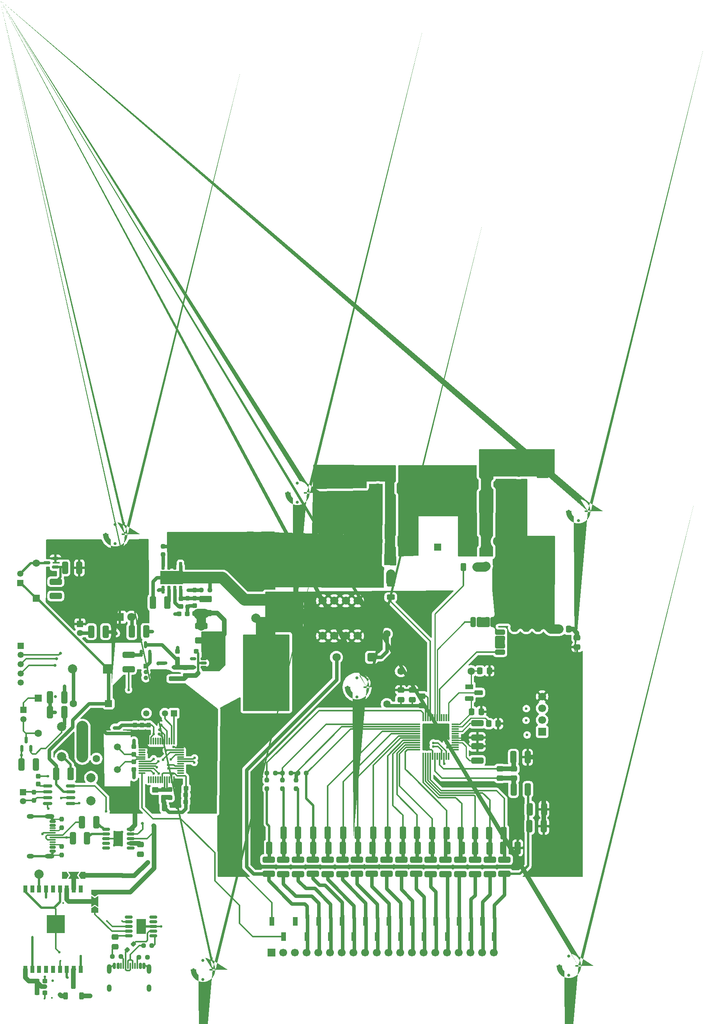
<source format=gbr>
%TF.GenerationSoftware,KiCad,Pcbnew,9.0.7*%
%TF.CreationDate,2026-02-19T04:12:07+03:00*%
%TF.ProjectId,shell-bms,7368656c-6c2d-4626-9d73-2e6b69636164,rev?*%
%TF.SameCoordinates,Original*%
%TF.FileFunction,Copper,L1,Top*%
%TF.FilePolarity,Positive*%
%FSLAX46Y46*%
G04 Gerber Fmt 4.6, Leading zero omitted, Abs format (unit mm)*
G04 Created by KiCad (PCBNEW 9.0.7) date 2026-02-19 04:12:07*
%MOMM*%
%LPD*%
G01*
G04 APERTURE LIST*
G04 Aperture macros list*
%AMRoundRect*
0 Rectangle with rounded corners*
0 $1 Rounding radius*
0 $2 $3 $4 $5 $6 $7 $8 $9 X,Y pos of 4 corners*
0 Add a 4 corners polygon primitive as box body*
4,1,4,$2,$3,$4,$5,$6,$7,$8,$9,$2,$3,0*
0 Add four circle primitives for the rounded corners*
1,1,$1+$1,$2,$3*
1,1,$1+$1,$4,$5*
1,1,$1+$1,$6,$7*
1,1,$1+$1,$8,$9*
0 Add four rect primitives between the rounded corners*
20,1,$1+$1,$2,$3,$4,$5,0*
20,1,$1+$1,$4,$5,$6,$7,0*
20,1,$1+$1,$6,$7,$8,$9,0*
20,1,$1+$1,$8,$9,$2,$3,0*%
%AMFreePoly0*
4,1,6,1.000000,0.000000,0.500000,-0.750000,-0.500000,-0.750000,-0.500000,0.750000,0.500000,0.750000,1.000000,0.000000,1.000000,0.000000,$1*%
%AMFreePoly1*
4,1,7,0.700000,0.000000,1.200000,-0.750000,-1.200000,-0.750000,-0.700000,0.000000,-1.200000,0.750000,1.200000,0.750000,0.700000,0.000000,0.700000,0.000000,$1*%
%AMFreePoly2*
4,1,100,-1.631109,2.612558,-1.341386,2.546431,-1.060889,2.448281,-0.793145,2.319342,-0.541521,2.161236,-0.309182,1.975952,-0.099048,1.765818,0.086236,1.533479,0.244342,1.281855,0.373281,1.014111,0.471431,0.733614,0.537558,0.443891,0.570831,0.148587,0.570831,-0.148587,0.537558,-0.443891,0.471431,-0.733614,0.373281,-1.014111,0.244342,-1.281855,0.086236,-1.533479,-0.099048,-1.765818,
-0.309182,-1.975952,-0.541521,-2.161236,-0.793145,-2.319342,-1.060889,-2.448281,-1.341386,-2.546431,-1.631109,-2.612558,-1.926413,-2.645831,-2.223587,-2.645831,-2.518891,-2.612558,-2.808614,-2.546431,-3.089111,-2.448281,-3.356855,-2.319342,-3.608479,-2.161236,-3.840818,-1.975952,-4.050952,-1.765818,-4.236236,-1.533479,-4.394342,-1.281855,-4.523281,-1.014111,-4.621431,-0.733614,-4.687558,-0.443891,
-4.720831,-0.148587,-4.720831,0.118053,-3.575000,0.118053,-3.575000,-0.118053,-3.538065,-0.351251,-3.465104,-0.575800,-3.357915,-0.786171,-3.219136,-0.977184,-3.052184,-1.144136,-2.861171,-1.282915,-2.650800,-1.390104,-2.426251,-1.463065,-2.193053,-1.500000,-1.956947,-1.500000,-1.723749,-1.463065,-1.499200,-1.390104,-1.288829,-1.282915,-1.097816,-1.144136,-0.930864,-0.977184,-0.792085,-0.786171,
-0.684896,-0.575800,-0.611935,-0.351251,-0.575000,-0.118053,-0.575000,0.118053,-0.611935,0.351251,-0.684896,0.575800,-0.792085,0.786171,-0.930864,0.977184,-1.097816,1.144136,-1.288829,1.282915,-1.499200,1.390104,-1.723749,1.463065,-1.956947,1.500000,-2.193053,1.500000,-2.426251,1.463065,-2.650800,1.390104,-2.861171,1.282915,-3.052184,1.144136,-3.219136,0.977184,-3.357915,0.786171,
-3.465104,0.575800,-3.538065,0.351251,-3.575000,0.118053,-4.720831,0.118053,-4.720831,0.148587,-4.687558,0.443891,-4.621431,0.733614,-4.523281,1.014111,-4.394342,1.281855,-4.236236,1.533479,-4.050952,1.765818,-3.840818,1.975952,-3.608479,2.161236,-3.356855,2.319342,-3.089111,2.448281,-2.808614,2.546431,-2.518891,2.612558,-2.223587,2.645831,-1.926413,2.645831,-1.631109,2.612558,
-1.631109,2.612558,$1*%
G04 Aperture macros list end*
%TA.AperFunction,Conductor*%
%ADD10C,0.200000*%
%TD*%
%TA.AperFunction,EtchedComponent*%
%ADD11C,0.000000*%
%TD*%
%TA.AperFunction,SMDPad,CuDef*%
%ADD12RoundRect,0.237500X0.300000X0.237500X-0.300000X0.237500X-0.300000X-0.237500X0.300000X-0.237500X0*%
%TD*%
%TA.AperFunction,SMDPad,CuDef*%
%ADD13RoundRect,0.250000X1.075000X-0.400000X1.075000X0.400000X-1.075000X0.400000X-1.075000X-0.400000X0*%
%TD*%
%TA.AperFunction,SMDPad,CuDef*%
%ADD14RoundRect,0.250000X-0.400000X-1.075000X0.400000X-1.075000X0.400000X1.075000X-0.400000X1.075000X0*%
%TD*%
%TA.AperFunction,SMDPad,CuDef*%
%ADD15RoundRect,0.250000X0.412500X1.100000X-0.412500X1.100000X-0.412500X-1.100000X0.412500X-1.100000X0*%
%TD*%
%TA.AperFunction,ComponentPad*%
%ADD16RoundRect,0.250000X-0.550000X0.550000X-0.550000X-0.550000X0.550000X-0.550000X0.550000X0.550000X0*%
%TD*%
%TA.AperFunction,ComponentPad*%
%ADD17C,1.600000*%
%TD*%
%TA.AperFunction,SMDPad,CuDef*%
%ADD18RoundRect,0.250000X-0.825000X0.312500X-0.825000X-0.312500X0.825000X-0.312500X0.825000X0.312500X0*%
%TD*%
%TA.AperFunction,SMDPad,CuDef*%
%ADD19FreePoly0,0.000000*%
%TD*%
%TA.AperFunction,SMDPad,CuDef*%
%ADD20FreePoly1,0.000000*%
%TD*%
%TA.AperFunction,SMDPad,CuDef*%
%ADD21FreePoly0,180.000000*%
%TD*%
%TA.AperFunction,SMDPad,CuDef*%
%ADD22RoundRect,0.250000X-0.337500X-0.475000X0.337500X-0.475000X0.337500X0.475000X-0.337500X0.475000X0*%
%TD*%
%TA.AperFunction,SMDPad,CuDef*%
%ADD23RoundRect,0.237500X-0.300000X-0.237500X0.300000X-0.237500X0.300000X0.237500X-0.300000X0.237500X0*%
%TD*%
%TA.AperFunction,SMDPad,CuDef*%
%ADD24RoundRect,0.237500X-0.237500X0.250000X-0.237500X-0.250000X0.237500X-0.250000X0.237500X0.250000X0*%
%TD*%
%TA.AperFunction,SMDPad,CuDef*%
%ADD25RoundRect,0.250000X0.475000X-0.337500X0.475000X0.337500X-0.475000X0.337500X-0.475000X-0.337500X0*%
%TD*%
%TA.AperFunction,SMDPad,CuDef*%
%ADD26RoundRect,0.075000X-0.662500X-0.075000X0.662500X-0.075000X0.662500X0.075000X-0.662500X0.075000X0*%
%TD*%
%TA.AperFunction,SMDPad,CuDef*%
%ADD27RoundRect,0.075000X-0.075000X-0.662500X0.075000X-0.662500X0.075000X0.662500X-0.075000X0.662500X0*%
%TD*%
%TA.AperFunction,ComponentPad*%
%ADD28R,1.350000X1.350000*%
%TD*%
%TA.AperFunction,ComponentPad*%
%ADD29C,1.350000*%
%TD*%
%TA.AperFunction,SMDPad,CuDef*%
%ADD30RoundRect,0.237500X0.237500X-0.250000X0.237500X0.250000X-0.237500X0.250000X-0.237500X-0.250000X0*%
%TD*%
%TA.AperFunction,SMDPad,CuDef*%
%ADD31RoundRect,0.250000X-0.625000X0.312500X-0.625000X-0.312500X0.625000X-0.312500X0.625000X0.312500X0*%
%TD*%
%TA.AperFunction,SMDPad,CuDef*%
%ADD32RoundRect,0.237500X-0.237500X0.300000X-0.237500X-0.300000X0.237500X-0.300000X0.237500X0.300000X0*%
%TD*%
%TA.AperFunction,ComponentPad*%
%ADD33RoundRect,0.250000X0.550000X0.550000X-0.550000X0.550000X-0.550000X-0.550000X0.550000X-0.550000X0*%
%TD*%
%TA.AperFunction,SMDPad,CuDef*%
%ADD34RoundRect,0.250000X0.400000X1.075000X-0.400000X1.075000X-0.400000X-1.075000X0.400000X-1.075000X0*%
%TD*%
%TA.AperFunction,SMDPad,CuDef*%
%ADD35RoundRect,0.250000X0.337500X0.475000X-0.337500X0.475000X-0.337500X-0.475000X0.337500X-0.475000X0*%
%TD*%
%TA.AperFunction,SMDPad,CuDef*%
%ADD36RoundRect,0.237500X0.250000X0.237500X-0.250000X0.237500X-0.250000X-0.237500X0.250000X-0.237500X0*%
%TD*%
%TA.AperFunction,SMDPad,CuDef*%
%ADD37RoundRect,0.250000X-0.312500X-0.825000X0.312500X-0.825000X0.312500X0.825000X-0.312500X0.825000X0*%
%TD*%
%TA.AperFunction,SMDPad,CuDef*%
%ADD38C,0.642000*%
%TD*%
%TA.AperFunction,SMDPad,CuDef*%
%ADD39FreePoly2,0.000000*%
%TD*%
%TA.AperFunction,SMDPad,CuDef*%
%ADD40RoundRect,0.150000X0.687500X0.150000X-0.687500X0.150000X-0.687500X-0.150000X0.687500X-0.150000X0*%
%TD*%
%TA.AperFunction,HeatsinkPad*%
%ADD41R,2.100000X3.300000*%
%TD*%
%TA.AperFunction,ComponentPad*%
%ADD42C,1.800000*%
%TD*%
%TA.AperFunction,SMDPad,CuDef*%
%ADD43RoundRect,0.150000X0.150000X-0.587500X0.150000X0.587500X-0.150000X0.587500X-0.150000X-0.587500X0*%
%TD*%
%TA.AperFunction,SMDPad,CuDef*%
%ADD44RoundRect,0.237500X-0.008839X-0.344715X0.344715X0.008839X0.008839X0.344715X-0.344715X-0.008839X0*%
%TD*%
%TA.AperFunction,ComponentPad*%
%ADD45C,2.000000*%
%TD*%
%TA.AperFunction,SMDPad,CuDef*%
%ADD46RoundRect,0.250000X-0.250000X-0.550000X0.250000X-0.550000X0.250000X0.550000X-0.250000X0.550000X0*%
%TD*%
%TA.AperFunction,SMDPad,CuDef*%
%ADD47RoundRect,0.237500X0.237500X-0.300000X0.237500X0.300000X-0.237500X0.300000X-0.237500X-0.300000X0*%
%TD*%
%TA.AperFunction,SMDPad,CuDef*%
%ADD48RoundRect,0.250000X-0.475000X0.337500X-0.475000X-0.337500X0.475000X-0.337500X0.475000X0.337500X0*%
%TD*%
%TA.AperFunction,SMDPad,CuDef*%
%ADD49RoundRect,0.250000X-0.412500X-1.100000X0.412500X-1.100000X0.412500X1.100000X-0.412500X1.100000X0*%
%TD*%
%TA.AperFunction,ComponentPad*%
%ADD50R,1.905000X2.000000*%
%TD*%
%TA.AperFunction,ComponentPad*%
%ADD51O,1.905000X2.000000*%
%TD*%
%TA.AperFunction,SMDPad,CuDef*%
%ADD52RoundRect,0.250000X-1.075000X0.400000X-1.075000X-0.400000X1.075000X-0.400000X1.075000X0.400000X0*%
%TD*%
%TA.AperFunction,ComponentPad*%
%ADD53C,0.600000*%
%TD*%
%TA.AperFunction,ComponentPad*%
%ADD54RoundRect,0.250000X-1.050000X1.050000X-1.050000X-1.050000X1.050000X-1.050000X1.050000X1.050000X0*%
%TD*%
%TA.AperFunction,ComponentPad*%
%ADD55C,2.600000*%
%TD*%
%TA.AperFunction,ComponentPad*%
%ADD56R,2.000000X2.000000*%
%TD*%
%TA.AperFunction,ComponentPad*%
%ADD57C,1.500000*%
%TD*%
%TA.AperFunction,SMDPad,CuDef*%
%ADD58RoundRect,0.150000X-0.150000X0.737500X-0.150000X-0.737500X0.150000X-0.737500X0.150000X0.737500X0*%
%TD*%
%TA.AperFunction,HeatsinkPad*%
%ADD59C,0.500000*%
%TD*%
%TA.AperFunction,HeatsinkPad*%
%ADD60R,4.900000X2.950000*%
%TD*%
%TA.AperFunction,SMDPad,CuDef*%
%ADD61RoundRect,0.150000X0.512500X0.150000X-0.512500X0.150000X-0.512500X-0.150000X0.512500X-0.150000X0*%
%TD*%
%TA.AperFunction,SMDPad,CuDef*%
%ADD62RoundRect,0.150000X-0.687500X-0.150000X0.687500X-0.150000X0.687500X0.150000X-0.687500X0.150000X0*%
%TD*%
%TA.AperFunction,SMDPad,CuDef*%
%ADD63RoundRect,0.250000X0.312500X0.625000X-0.312500X0.625000X-0.312500X-0.625000X0.312500X-0.625000X0*%
%TD*%
%TA.AperFunction,SMDPad,CuDef*%
%ADD64RoundRect,0.250001X-1.074999X0.462499X-1.074999X-0.462499X1.074999X-0.462499X1.074999X0.462499X0*%
%TD*%
%TA.AperFunction,ComponentPad*%
%ADD65RoundRect,0.250000X0.550000X-0.550000X0.550000X0.550000X-0.550000X0.550000X-0.550000X-0.550000X0*%
%TD*%
%TA.AperFunction,SMDPad,CuDef*%
%ADD66RoundRect,0.150000X-0.150000X-0.500000X0.150000X-0.500000X0.150000X0.500000X-0.150000X0.500000X0*%
%TD*%
%TA.AperFunction,SMDPad,CuDef*%
%ADD67RoundRect,0.075000X-0.075000X-0.575000X0.075000X-0.575000X0.075000X0.575000X-0.075000X0.575000X0*%
%TD*%
%TA.AperFunction,HeatsinkPad*%
%ADD68O,1.000000X2.100000*%
%TD*%
%TA.AperFunction,HeatsinkPad*%
%ADD69O,1.000000X1.600000*%
%TD*%
%TA.AperFunction,ComponentPad*%
%ADD70C,1.700000*%
%TD*%
%TA.AperFunction,ComponentPad*%
%ADD71R,1.700000X1.700000*%
%TD*%
%TA.AperFunction,ComponentPad*%
%ADD72R,1.800000X1.100000*%
%TD*%
%TA.AperFunction,ComponentPad*%
%ADD73RoundRect,0.275000X-0.625000X0.275000X-0.625000X-0.275000X0.625000X-0.275000X0.625000X0.275000X0*%
%TD*%
%TA.AperFunction,ComponentPad*%
%ADD74R,1.000000X1.000000*%
%TD*%
%TA.AperFunction,ComponentPad*%
%ADD75C,1.000000*%
%TD*%
%TA.AperFunction,SMDPad,CuDef*%
%ADD76RoundRect,0.150000X-0.512500X-0.150000X0.512500X-0.150000X0.512500X0.150000X-0.512500X0.150000X0*%
%TD*%
%TA.AperFunction,ComponentPad*%
%ADD77RoundRect,0.250000X0.650000X0.650000X-0.650000X0.650000X-0.650000X-0.650000X0.650000X-0.650000X0*%
%TD*%
%TA.AperFunction,SMDPad,CuDef*%
%ADD78RoundRect,0.150000X0.587500X0.150000X-0.587500X0.150000X-0.587500X-0.150000X0.587500X-0.150000X0*%
%TD*%
%TA.AperFunction,SMDPad,CuDef*%
%ADD79FreePoly0,90.000000*%
%TD*%
%TA.AperFunction,SMDPad,CuDef*%
%ADD80FreePoly1,90.000000*%
%TD*%
%TA.AperFunction,SMDPad,CuDef*%
%ADD81FreePoly0,270.000000*%
%TD*%
%TA.AperFunction,SMDPad,CuDef*%
%ADD82RoundRect,0.150000X0.825000X0.150000X-0.825000X0.150000X-0.825000X-0.150000X0.825000X-0.150000X0*%
%TD*%
%TA.AperFunction,ComponentPad*%
%ADD83R,1.800000X1.800000*%
%TD*%
%TA.AperFunction,SMDPad,CuDef*%
%ADD84R,0.900000X1.500000*%
%TD*%
%TA.AperFunction,SMDPad,CuDef*%
%ADD85R,4.000000X4.000000*%
%TD*%
%TA.AperFunction,SMDPad,CuDef*%
%ADD86RoundRect,0.250000X-0.450000X0.350000X-0.450000X-0.350000X0.450000X-0.350000X0.450000X0.350000X0*%
%TD*%
%TA.AperFunction,SMDPad,CuDef*%
%ADD87RoundRect,0.250000X-1.100000X0.412500X-1.100000X-0.412500X1.100000X-0.412500X1.100000X0.412500X0*%
%TD*%
%TA.AperFunction,SMDPad,CuDef*%
%ADD88RoundRect,0.035000X-0.745000X-0.105000X0.745000X-0.105000X0.745000X0.105000X-0.745000X0.105000X0*%
%TD*%
%TA.AperFunction,SMDPad,CuDef*%
%ADD89RoundRect,0.035000X-0.105000X-0.745000X0.105000X-0.745000X0.105000X0.745000X-0.105000X0.745000X0*%
%TD*%
%TA.AperFunction,SMDPad,CuDef*%
%ADD90RoundRect,0.150000X-0.500000X0.150000X-0.500000X-0.150000X0.500000X-0.150000X0.500000X0.150000X0*%
%TD*%
%TA.AperFunction,SMDPad,CuDef*%
%ADD91RoundRect,0.075000X-0.575000X0.075000X-0.575000X-0.075000X0.575000X-0.075000X0.575000X0.075000X0*%
%TD*%
%TA.AperFunction,HeatsinkPad*%
%ADD92O,2.100000X1.000000*%
%TD*%
%TA.AperFunction,HeatsinkPad*%
%ADD93O,1.600000X1.000000*%
%TD*%
%TA.AperFunction,SMDPad,CuDef*%
%ADD94R,1.000000X1.900000*%
%TD*%
%TA.AperFunction,ViaPad*%
%ADD95C,0.600000*%
%TD*%
%TA.AperFunction,ViaPad*%
%ADD96C,0.450000*%
%TD*%
%TA.AperFunction,ViaPad*%
%ADD97C,0.550000*%
%TD*%
%TA.AperFunction,ViaPad*%
%ADD98C,0.650000*%
%TD*%
%TA.AperFunction,Conductor*%
%ADD99C,1.000000*%
%TD*%
%TA.AperFunction,Conductor*%
%ADD100C,0.800000*%
%TD*%
%TA.AperFunction,Conductor*%
%ADD101C,0.500000*%
%TD*%
%TA.AperFunction,Conductor*%
%ADD102C,0.300000*%
%TD*%
%TA.AperFunction,Conductor*%
%ADD103C,0.250000*%
%TD*%
%TA.AperFunction,Conductor*%
%ADD104C,0.350000*%
%TD*%
%TA.AperFunction,Conductor*%
%ADD105C,2.000000*%
%TD*%
%TA.AperFunction,Conductor*%
%ADD106C,2.500000*%
%TD*%
G04 APERTURE END LIST*
%TO.N,Net-(MP2-Pad1)*%
D10*
X96997600Y-89836400D02*
X106970800Y-89836400D01*
X106970800Y-106254400D01*
X96997600Y-106254400D01*
X96997600Y-89836400D01*
%TA.AperFunction,Conductor*%
G36*
X96997600Y-89836400D02*
G01*
X106970800Y-89836400D01*
X106970800Y-106254400D01*
X96997600Y-106254400D01*
X96997600Y-89836400D01*
G37*
%TD.AperFunction*%
D11*
%TA.AperFunction,EtchedComponent*%
%TD*%
%TO.C,NT1*%
G36*
X104008800Y-90975890D02*
G01*
X99708800Y-90975890D01*
X99708800Y-85975890D01*
X104008800Y-85975890D01*
X104008800Y-90975890D01*
G37*
%TD.AperFunction*%
D12*
%TO.P,C63,1*%
%TO.N,GND*%
X53925000Y-167500000D03*
%TO.P,C63,2*%
%TO.N,+3V3*%
X52200000Y-167500000D03*
%TD*%
D13*
%TO.P,R8,1*%
%TO.N,/ReaderIC/Balance-Input/B_7*%
X131292000Y-141694000D03*
%TO.P,R8,2*%
%TO.N,Net-(U1-VC7)*%
X131292000Y-138594000D03*
%TD*%
D14*
%TO.P,R51,1*%
%TO.N,Net-(Q4-B)*%
X55050000Y-103400000D03*
%TO.P,R51,2*%
%TO.N,/Data_Utils/BUZZER*%
X58150000Y-103400000D03*
%TD*%
D15*
%TO.P,C15,1*%
%TO.N,Net-(C14-Pad2)*%
X108842000Y-132744000D03*
%TO.P,C15,2*%
%TO.N,Net-(C15-Pad2)*%
X105717000Y-132744000D03*
%TD*%
D13*
%TO.P,R5,1*%
%TO.N,/ReaderIC/Balance-Input/B_4*%
X140892000Y-141744000D03*
%TO.P,R5,2*%
%TO.N,Net-(U1-VC4)*%
X140892000Y-138644000D03*
%TD*%
D16*
%TO.P,D7,1,K*%
%TO.N,+5V*%
X52500000Y-103600000D03*
D17*
%TO.P,D7,2,A*%
%TO.N,Net-(D7-A)*%
X52500000Y-111220000D03*
%TD*%
D14*
%TO.P,R56,1*%
%TO.N,Net-(Q5-B)*%
X48850000Y-118000000D03*
%TO.P,R56,2*%
%TO.N,/Data_Utils/FAN1*%
X51950000Y-118000000D03*
%TD*%
D18*
%TO.P,R35,1*%
%TO.N,Net-(D4-A)*%
X152716401Y-89275000D03*
%TO.P,R35,2*%
%TO.N,Net-(R35-Pad2)*%
X152716401Y-90600000D03*
%TD*%
D19*
%TO.P,JP2,1,A*%
%TO.N,Net-(JP2-A)*%
X58200000Y-142000000D03*
D20*
%TO.P,JP2,2,C*%
%TO.N,Net-(JP2-C)*%
X60200000Y-142000000D03*
D21*
%TO.P,JP2,3,B*%
%TO.N,/Data_Utils/RXD*%
X62200000Y-142000000D03*
%TD*%
D22*
%TO.P,C51,1*%
%TO.N,+3V3*%
X77833400Y-127355600D03*
%TO.P,C51,2*%
%TO.N,GND*%
X79908400Y-127355600D03*
%TD*%
D15*
%TO.P,C1,1*%
%TO.N,GNDPWR*%
X156567000Y-136044000D03*
%TO.P,C1,2*%
%TO.N,Net-(U1-VC0)*%
X153442000Y-136044000D03*
%TD*%
D17*
%TO.P,R32,1*%
%TO.N,/Protection/B_Pos*%
X121525000Y-69920000D03*
%TO.P,R32,2*%
%TO.N,Net-(D3-K)*%
X121525000Y-54680000D03*
%TD*%
D23*
%TO.P,C41,1*%
%TO.N,+3V3*%
X79625000Y-99350000D03*
%TO.P,C41,2*%
%TO.N,GND*%
X81350000Y-99350000D03*
%TD*%
D24*
%TO.P,R44,1*%
%TO.N,Net-(U2-FB)*%
X86400000Y-80087500D03*
%TO.P,R44,2*%
%TO.N,Net-(U2-SW)*%
X86400000Y-81912500D03*
%TD*%
D13*
%TO.P,R10,1*%
%TO.N,/ReaderIC/Balance-Input/B_9*%
X124892000Y-141694000D03*
%TO.P,R10,2*%
%TO.N,Net-(U1-VC9)*%
X124892000Y-138594000D03*
%TD*%
D25*
%TO.P,C25,1*%
%TO.N,SRP*%
X155727000Y-120956500D03*
%TO.P,C25,2*%
%TO.N,SRN*%
X155727000Y-118881500D03*
%TD*%
D13*
%TO.P,R15,1*%
%TO.N,/ReaderIC/Balance-Input/B_14*%
X108912000Y-141744000D03*
%TO.P,R15,2*%
%TO.N,Net-(C14-Pad2)*%
X108912000Y-138644000D03*
%TD*%
D26*
%TO.P,U3,1,VBAT*%
%TO.N,+3V3*%
X75037800Y-114316000D03*
%TO.P,U3,2,PC13*%
%TO.N,unconnected-(U3-PC13-Pad2)*%
X75037800Y-114816000D03*
%TO.P,U3,3,PC14*%
%TO.N,unconnected-(U3-PC14-Pad3)*%
X75037800Y-115316000D03*
%TO.P,U3,4,PC15*%
%TO.N,unconnected-(U3-PC15-Pad4)*%
X75037800Y-115816000D03*
%TO.P,U3,5,PF0*%
%TO.N,Net-(U3-PF0)*%
X75037800Y-116316000D03*
%TO.P,U3,6,PF1*%
%TO.N,Net-(U3-PF1)*%
X75037800Y-116816000D03*
%TO.P,U3,7,PG10*%
%TO.N,/MCU/NRST*%
X75037800Y-117316000D03*
%TO.P,U3,8,PA0*%
%TO.N,/Data_Utils/FAN2*%
X75037800Y-117816000D03*
%TO.P,U3,9,PA1*%
%TO.N,/Data_Utils/FAN1*%
X75037800Y-118316000D03*
%TO.P,U3,10,PA2*%
%TO.N,/Data_Utils/TXD*%
X75037800Y-118816000D03*
%TO.P,U3,11,PA3*%
%TO.N,/Data_Utils/RXD*%
X75037800Y-119316000D03*
%TO.P,U3,12,PA4*%
%TO.N,/MCU/NTC*%
X75037800Y-119816000D03*
D27*
%TO.P,U3,13,PA5*%
%TO.N,unconnected-(U3-PA5-Pad13)*%
X76450300Y-121228500D03*
%TO.P,U3,14,PA6*%
%TO.N,unconnected-(U3-PA6-Pad14)*%
X76950300Y-121228500D03*
%TO.P,U3,15,PA7*%
%TO.N,unconnected-(U3-PA7-Pad15)*%
X77450300Y-121228500D03*
%TO.P,U3,16,PB0*%
%TO.N,unconnected-(U3-PB0-Pad16)*%
X77950300Y-121228500D03*
%TO.P,U3,17,PB1*%
%TO.N,unconnected-(U3-PB1-Pad17)*%
X78450300Y-121228500D03*
%TO.P,U3,18,PB2*%
%TO.N,unconnected-(U3-PB2-Pad18)*%
X78950300Y-121228500D03*
%TO.P,U3,19,VSSA*%
%TO.N,GND*%
X79450300Y-121228500D03*
%TO.P,U3,20,VREF+*%
%TO.N,VREF+*%
X79950300Y-121228500D03*
%TO.P,U3,21,VDDA*%
X80450300Y-121228500D03*
%TO.P,U3,22,PB10*%
%TO.N,unconnected-(U3-PB10-Pad22)*%
X80950300Y-121228500D03*
%TO.P,U3,23,VSS*%
%TO.N,GND*%
X81450300Y-121228500D03*
%TO.P,U3,24,VDD*%
%TO.N,+3V3*%
X81950300Y-121228500D03*
D26*
%TO.P,U3,25,PB11*%
%TO.N,unconnected-(U3-PB11-Pad25)*%
X83362800Y-119816000D03*
%TO.P,U3,26,PB12*%
%TO.N,unconnected-(U3-PB12-Pad26)*%
X83362800Y-119316000D03*
%TO.P,U3,27,PB13*%
%TO.N,/Data_Utils/BUZZER*%
X83362800Y-118816000D03*
%TO.P,U3,28,PB14*%
%TO.N,/Data_Utils/STAT_LED*%
X83362800Y-118316000D03*
%TO.P,U3,29,PB15*%
%TO.N,unconnected-(U3-PB15-Pad29)*%
X83362800Y-117816000D03*
%TO.P,U3,30,PA8*%
%TO.N,/MCU/IC_SDA*%
X83362800Y-117316000D03*
%TO.P,U3,31,PA9*%
%TO.N,/MCU/IC_SCL*%
X83362800Y-116816000D03*
%TO.P,U3,32,PA10*%
%TO.N,unconnected-(U3-PA10-Pad32)*%
X83362800Y-116316000D03*
%TO.P,U3,33,PA11*%
%TO.N,/Data_Utils/CAN_RX*%
X83362800Y-115816000D03*
%TO.P,U3,34,PA12*%
%TO.N,/Data_Utils/CAN_TX*%
X83362800Y-115316000D03*
%TO.P,U3,35,VSS*%
%TO.N,GND*%
X83362800Y-114816000D03*
%TO.P,U3,36,VDD*%
%TO.N,+3V3*%
X83362800Y-114316000D03*
D27*
%TO.P,U3,37,PA13*%
%TO.N,Net-(J9-Pin_1)*%
X81950300Y-112903500D03*
%TO.P,U3,38,PA14*%
%TO.N,Net-(J9-Pin_2)*%
X81450300Y-112903500D03*
%TO.P,U3,39,PA15*%
%TO.N,unconnected-(U3-PA15-Pad39)*%
X80950300Y-112903500D03*
%TO.P,U3,40,PB3*%
%TO.N,/Data_Utils/PB3*%
X80450300Y-112903500D03*
%TO.P,U3,41,PB4*%
%TO.N,/Data_Utils/PB4*%
X79950300Y-112903500D03*
%TO.P,U3,42,PB5*%
%TO.N,/Data_Utils/PB5*%
X79450300Y-112903500D03*
%TO.P,U3,43,PB6*%
%TO.N,unconnected-(U3-PB6-Pad43)*%
X78950300Y-112903500D03*
%TO.P,U3,44,PB7*%
%TO.N,unconnected-(U3-PB7-Pad44)*%
X78450300Y-112903500D03*
%TO.P,U3,45,PB8*%
%TO.N,unconnected-(U3-PB8-Pad45)*%
X77950300Y-112903500D03*
%TO.P,U3,46,PB9*%
%TO.N,unconnected-(U3-PB9-Pad46)*%
X77450300Y-112903500D03*
%TO.P,U3,47,VSS*%
%TO.N,GND*%
X76950300Y-112903500D03*
%TO.P,U3,48,VDD*%
%TO.N,+3V3*%
X76450300Y-112903500D03*
%TD*%
D28*
%TO.P,J7,1,Pin_1*%
%TO.N,+5V*%
X49300000Y-106100000D03*
D29*
%TO.P,J7,2,Pin_2*%
%TO.N,Net-(D7-A)*%
X49300000Y-108100000D03*
%TD*%
D13*
%TO.P,R17,1*%
%TO.N,/ReaderIC/Balance-Input/B_16*%
X102492000Y-141694000D03*
%TO.P,R17,2*%
%TO.N,Net-(C16-Pad2)*%
X102492000Y-138594000D03*
%TD*%
D14*
%TO.P,R52,1*%
%TO.N,Net-(Q4-B)*%
X55050000Y-106600000D03*
%TO.P,R52,2*%
%TO.N,GND*%
X58150000Y-106600000D03*
%TD*%
D30*
%TO.P,R42,1*%
%TO.N,GND*%
X57550000Y-137600000D03*
%TO.P,R42,2*%
%TO.N,Net-(J5-CC2)*%
X57550000Y-135775000D03*
%TD*%
D13*
%TO.P,R11,1*%
%TO.N,/ReaderIC/Balance-Input/B_10*%
X121692000Y-141694000D03*
%TO.P,R11,2*%
%TO.N,Net-(U1-VC10)*%
X121692000Y-138594000D03*
%TD*%
D12*
%TO.P,C59,1*%
%TO.N,GND*%
X84515800Y-124591600D03*
%TO.P,C59,2*%
%TO.N,+3V3*%
X82790800Y-124591600D03*
%TD*%
D31*
%TO.P,R38,1*%
%TO.N,Net-(D4-K)*%
X149675000Y-71987500D03*
%TO.P,R38,2*%
%TO.N,Net-(R37-Pad1)*%
X149675000Y-74912500D03*
%TD*%
D32*
%TO.P,C56,1*%
%TO.N,GND*%
X73253600Y-114048200D03*
%TO.P,C56,2*%
%TO.N,Net-(U3-PF0)*%
X73253600Y-115773200D03*
%TD*%
D33*
%TO.P,D5,1,K*%
%TO.N,+5V*%
X67760000Y-104750000D03*
D17*
%TO.P,D5,2,A*%
%TO.N,Net-(BZ1--)*%
X60140000Y-104750000D03*
%TD*%
D34*
%TO.P,R40,1*%
%TO.N,/Data_Utils/USB+*%
X65100000Y-130500000D03*
%TO.P,R40,2*%
X62000000Y-130500000D03*
%TD*%
D35*
%TO.P,C28,1*%
%TO.N,GNDPWR*%
X148642000Y-106494000D03*
%TO.P,C28,2*%
%TO.N,Net-(Q1-E)*%
X146567000Y-106494000D03*
%TD*%
D34*
%TO.P,R54,1*%
%TO.N,Net-(JP1-B)*%
X75900000Y-89100000D03*
%TO.P,R54,2*%
%TO.N,Net-(D6-A)*%
X72800000Y-89100000D03*
%TD*%
D13*
%TO.P,R9,1*%
%TO.N,/ReaderIC/Balance-Input/B_8*%
X128092000Y-141694000D03*
%TO.P,R9,2*%
%TO.N,Net-(U1-VC8)*%
X128092000Y-138594000D03*
%TD*%
%TO.P,R1,1*%
%TO.N,/ReaderIC/Balance-Input/B_0*%
X153692000Y-141694000D03*
%TO.P,R1,2*%
%TO.N,Net-(U1-VC0)*%
X153692000Y-138594000D03*
%TD*%
D28*
%TO.P,J9,1,Pin_1*%
%TO.N,Net-(J9-Pin_1)*%
X81978000Y-106832400D03*
D29*
%TO.P,J9,2,Pin_2*%
%TO.N,Net-(J9-Pin_2)*%
X79978000Y-106832400D03*
%TO.P,J9,3,Pin_3*%
%TO.N,+3V3*%
X77978000Y-106832400D03*
%TO.P,J9,4,Pin_4*%
%TO.N,GND*%
X75978000Y-106832400D03*
%TD*%
D36*
%TO.P,R18,1*%
%TO.N,Net-(U1-VC15)*%
X103967000Y-119844000D03*
%TO.P,R18,2*%
%TO.N,Net-(U1-VC16)*%
X102142000Y-119844000D03*
%TD*%
D37*
%TO.P,R34,1*%
%TO.N,Net-(R33-Pad2)*%
X149900000Y-87100000D03*
%TO.P,R34,2*%
%TO.N,Net-(D4-A)*%
X151225000Y-87100000D03*
%TD*%
D15*
%TO.P,C10,1*%
%TO.N,Net-(U1-VC9)*%
X125042000Y-136044000D03*
%TO.P,C10,2*%
%TO.N,Net-(U1-VC10)*%
X121917000Y-136044000D03*
%TD*%
D17*
%TO.P,R22,1*%
%TO.N,BAT*%
X128142000Y-104854000D03*
%TO.P,R22,2*%
%TO.N,Net-(D1-K)*%
X128142000Y-89614000D03*
%TD*%
D38*
%TO.P,H1,1*%
%TO.N,N/C*%
X165567544Y-161642544D03*
X167642544Y-159567544D03*
X167642544Y-163717544D03*
D39*
X169717544Y-161642544D03*
%TD*%
D15*
%TO.P,C3,1*%
%TO.N,Net-(U1-VC2)*%
X147292000Y-132894000D03*
%TO.P,C3,2*%
%TO.N,Net-(U1-VC3)*%
X144167000Y-132894000D03*
%TD*%
D34*
%TO.P,R41,1*%
%TO.N,/Data_Utils/USB-*%
X63100000Y-134000000D03*
%TO.P,R41,2*%
X60000000Y-134000000D03*
%TD*%
D40*
%TO.P,U9,1,UD+*%
%TO.N,/MCU/esp32/USB+*%
X77437500Y-155100000D03*
%TO.P,U9,2,UD-*%
%TO.N,/MCU/esp32/USB-*%
X77437500Y-154100000D03*
%TO.P,U9,3,GND*%
%TO.N,GND*%
X77437500Y-153100000D03*
%TO.P,U9,4,~{DTR}*%
%TO.N,unconnected-(U9-~{DTR}-Pad4)*%
X77437500Y-152100000D03*
%TO.P,U9,5,~{CTS}*%
%TO.N,unconnected-(U9-~{CTS}-Pad5)*%
X77437500Y-151100000D03*
%TO.P,U9,6,~{RTS}*%
%TO.N,unconnected-(U9-~{RTS}-Pad6)*%
X72162500Y-151100000D03*
%TO.P,U9,7,VCC*%
%TO.N,+3V3*%
X72162500Y-152100000D03*
%TO.P,U9,8,TXD*%
%TO.N,Net-(JP2-A)*%
X72162500Y-153100000D03*
%TO.P,U9,9,RXD*%
%TO.N,Net-(JP3-A)*%
X72162500Y-154100000D03*
%TO.P,U9,10,V3*%
%TO.N,+3V3*%
X72162500Y-155100000D03*
D41*
%TO.P,U9,11,GND*%
%TO.N,GND*%
X74800000Y-153100000D03*
%TD*%
D42*
%TO.P,MP3,1*%
%TO.N,Net-(D4-A)*%
X155865000Y-80690000D03*
%TO.P,MP3,2*%
X158405000Y-80690000D03*
%TO.P,MP3,3*%
X160945000Y-80690000D03*
%TO.P,MP3,4*%
X163485000Y-80690000D03*
%TO.P,MP3,5*%
X163485000Y-88310000D03*
%TO.P,MP3,6*%
X160945000Y-88310000D03*
%TO.P,MP3,7*%
X158405000Y-88310000D03*
%TO.P,MP3,8*%
X155865000Y-88310000D03*
%TD*%
D13*
%TO.P,R3,1*%
%TO.N,/ReaderIC/Balance-Input/B_2*%
X147292000Y-141744000D03*
%TO.P,R3,2*%
%TO.N,Net-(U1-VC2)*%
X147292000Y-138644000D03*
%TD*%
D43*
%TO.P,Q7,1,B*%
%TO.N,Net-(Q7-B)*%
X74800000Y-93837500D03*
%TO.P,Q7,2,E*%
%TO.N,Net-(JP1-A)*%
X76700000Y-93837500D03*
%TO.P,Q7,3,C*%
%TO.N,+5V*%
X75750000Y-91962500D03*
%TD*%
D36*
%TO.P,R68,1*%
%TO.N,/MCU/esp32/USB+*%
X77150000Y-157250000D03*
%TO.P,R68,2*%
X75325000Y-157250000D03*
%TD*%
D15*
%TO.P,C11,1*%
%TO.N,Net-(U1-VC10)*%
X121792000Y-132794000D03*
%TO.P,C11,2*%
%TO.N,Net-(U1-VC11)*%
X118667000Y-132794000D03*
%TD*%
D44*
%TO.P,R69,1*%
%TO.N,/MCU/esp32/USB-*%
X71834530Y-158215470D03*
%TO.P,R69,2*%
X73125000Y-156925000D03*
%TD*%
D45*
%TO.P,TP1,1,1*%
%TO.N,Net-(U7-TOUT)*%
X52700000Y-141750000D03*
%TD*%
D46*
%TO.P,SW2,1,C*%
%TO.N,Net-(SW2-C)*%
X58400000Y-168150000D03*
%TO.P,SW2,2,B*%
%TO.N,Net-(SW2-B)*%
X60150000Y-165850000D03*
%TO.P,SW2,3,A*%
%TO.N,Net-(SW2-A)*%
X61900000Y-168150000D03*
%TD*%
D45*
%TO.P,SW1,1,1*%
%TO.N,GND*%
X57577600Y-116281200D03*
X57577600Y-109781200D03*
%TO.P,SW1,2,2*%
%TO.N,/MCU/NRST*%
X62077600Y-116281200D03*
X62077600Y-109781200D03*
%TD*%
D47*
%TO.P,C32,1*%
%TO.N,Net-(U8-VIQ)*%
X52500000Y-122200000D03*
%TO.P,C32,2*%
%TO.N,GND*%
X52500000Y-120475000D03*
%TD*%
D48*
%TO.P,C31,1*%
%TO.N,+3V3*%
X74700000Y-135325000D03*
%TO.P,C31,2*%
%TO.N,GND*%
X74700000Y-137400000D03*
%TD*%
D34*
%TO.P,R25,1*%
%TO.N,GNDPWR*%
X162217000Y-131361500D03*
%TO.P,R25,2*%
%TO.N,/ReaderIC/Balance-Input/B_0*%
X159117000Y-131361500D03*
%TD*%
D49*
%TO.P,C4,1*%
%TO.N,Net-(U1-VC4)*%
X141292000Y-136094000D03*
%TO.P,C4,2*%
%TO.N,Net-(U1-VC3)*%
X144417000Y-136094000D03*
%TD*%
D48*
%TO.P,C30,1*%
%TO.N,Net-(C29-Pad2)*%
X169455000Y-90425000D03*
%TO.P,C30,2*%
%TO.N,GNDPWR*%
X169455000Y-92500000D03*
%TD*%
D24*
%TO.P,R46,1*%
%TO.N,Net-(U2-SW)*%
X84937600Y-81889600D03*
%TO.P,R46,2*%
%TO.N,Net-(C35-Pad2)*%
X84937600Y-83714600D03*
%TD*%
D32*
%TO.P,C44,1*%
%TO.N,GND*%
X74980800Y-109425400D03*
%TO.P,C44,2*%
%TO.N,+3V3*%
X74980800Y-111150400D03*
%TD*%
D50*
%TO.P,Q9,1,D*%
%TO.N,/Protection/CD*%
X131275000Y-58000000D03*
D51*
%TO.P,Q9,2,G*%
%TO.N,Net-(D3-K)*%
X128735000Y-58000000D03*
%TO.P,Q9,3,S*%
%TO.N,/Protection/B_Pos*%
X126195000Y-58000000D03*
%TD*%
D30*
%TO.P,R21,1*%
%TO.N,Net-(C15-Pad2)*%
X105492000Y-123169000D03*
%TO.P,R21,2*%
%TO.N,Net-(U1-VC15)*%
X105492000Y-121344000D03*
%TD*%
D28*
%TO.P,J8,1,Pin_1*%
%TO.N,+5V*%
X48600000Y-78550000D03*
D29*
%TO.P,J8,2,Pin_2*%
%TO.N,Net-(D8-A)*%
X48600000Y-76550000D03*
%TD*%
D15*
%TO.P,C9,1*%
%TO.N,Net-(U1-VC8)*%
X128342000Y-132794000D03*
%TO.P,C9,2*%
%TO.N,Net-(U1-VC9)*%
X125217000Y-132794000D03*
%TD*%
%TO.P,C2,1*%
%TO.N,Net-(U1-VC1)*%
X150467000Y-136144000D03*
%TO.P,C2,2*%
%TO.N,Net-(U1-VC2)*%
X147342000Y-136144000D03*
%TD*%
D52*
%TO.P,R72,1*%
%TO.N,Net-(Q7-B)*%
X72100000Y-94200000D03*
%TO.P,R72,2*%
%TO.N,/Data_Utils/STAT_LED*%
X72100000Y-97300000D03*
%TD*%
D13*
%TO.P,R12,1*%
%TO.N,/ReaderIC/Balance-Input/B_11*%
X118512000Y-141744000D03*
%TO.P,R12,2*%
%TO.N,Net-(U1-VC11)*%
X118512000Y-138644000D03*
%TD*%
D15*
%TO.P,C6,1*%
%TO.N,Net-(U1-VC5)*%
X137954500Y-136044000D03*
%TO.P,C6,2*%
%TO.N,Net-(U1-VC6)*%
X134829500Y-136044000D03*
%TD*%
%TO.P,C16,1*%
%TO.N,Net-(C15-Pad2)*%
X105767000Y-136044000D03*
%TO.P,C16,2*%
%TO.N,Net-(C16-Pad2)*%
X102642000Y-136044000D03*
%TD*%
D43*
%TO.P,Q5,1,B*%
%TO.N,Net-(Q5-B)*%
X48950000Y-114475000D03*
%TO.P,Q5,2,E*%
%TO.N,GND*%
X50850000Y-114475000D03*
%TO.P,Q5,3,C*%
%TO.N,Net-(D7-A)*%
X49900000Y-112600000D03*
%TD*%
D28*
%TO.P,J10,1,Pin_1*%
%TO.N,GND*%
X48700000Y-92200000D03*
D29*
%TO.P,J10,2,Pin_2*%
%TO.N,/Data_Utils/PB3*%
X48700000Y-94200000D03*
%TO.P,J10,3,Pin_3*%
%TO.N,/Data_Utils/PB4*%
X48700000Y-96200000D03*
%TO.P,J10,4,Pin_4*%
%TO.N,/Data_Utils/PB5*%
X48700000Y-98200000D03*
%TO.P,J10,5,Pin_5*%
%TO.N,+3V3*%
X48700000Y-100200000D03*
%TD*%
D18*
%TO.P,R36,1*%
%TO.N,Net-(R35-Pad2)*%
X152716401Y-92250000D03*
%TO.P,R36,2*%
%TO.N,/Protection/LD*%
X152716401Y-93575000D03*
%TD*%
D32*
%TO.P,C49,1*%
%TO.N,VREF+*%
X81127600Y-123393200D03*
%TO.P,C49,2*%
%TO.N,GND*%
X81127600Y-125118200D03*
%TD*%
D45*
%TO.P,NT1,1,1*%
%TO.N,GND*%
X99708800Y-86175000D03*
%TO.P,NT1,2,2*%
%TO.N,GNDPWR*%
X103808800Y-86175000D03*
D53*
%TO.P,NT1,3,3*%
%TO.N,Net-(MP2-Pad1)*%
X101958800Y-90700000D03*
%TD*%
D28*
%TO.P,J13,1,Pin_1*%
%TO.N,GND*%
X61525000Y-87450000D03*
D29*
%TO.P,J13,2,Pin_2*%
%TO.N,Net-(J13-Pin_2)*%
X61525000Y-89450000D03*
%TD*%
D13*
%TO.P,R13,1*%
%TO.N,/ReaderIC/Balance-Input/B_12*%
X115292000Y-141744000D03*
%TO.P,R13,2*%
%TO.N,Net-(U1-VC12)*%
X115292000Y-138644000D03*
%TD*%
D36*
%TO.P,R71,1*%
%TO.N,Net-(J11-CC1)*%
X70425000Y-159600000D03*
%TO.P,R71,2*%
%TO.N,GND*%
X68600000Y-159600000D03*
%TD*%
D52*
%TO.P,R58,1*%
%TO.N,Net-(Q6-B)*%
X56300000Y-78300000D03*
%TO.P,R58,2*%
%TO.N,/Data_Utils/FAN2*%
X56300000Y-81400000D03*
%TD*%
D35*
%TO.P,C27,1*%
%TO.N,GNDPWR*%
X150417000Y-97644000D03*
%TO.P,C27,2*%
%TO.N,Net-(Q1-C)*%
X148342000Y-97644000D03*
%TD*%
D54*
%TO.P,D3,1,K*%
%TO.N,Net-(D3-K)*%
X116775000Y-55180000D03*
D55*
%TO.P,D3,2,A*%
%TO.N,/Protection/B_Pos*%
X116775000Y-70420000D03*
%TD*%
D32*
%TO.P,C50,1*%
%TO.N,VREF+*%
X79633600Y-123342400D03*
%TO.P,C50,2*%
%TO.N,GND*%
X79633600Y-125067400D03*
%TD*%
D56*
%TO.P,BZ1,1,+*%
%TO.N,+5V*%
X67550000Y-97250000D03*
D45*
%TO.P,BZ1,2,-*%
%TO.N,Net-(BZ1--)*%
X59950000Y-97250000D03*
%TD*%
D28*
%TO.P,J6,1,Pin_1*%
%TO.N,Net-(J6-Pin_1)*%
X49200000Y-123950000D03*
D29*
%TO.P,J6,2,Pin_2*%
%TO.N,Net-(J6-Pin_2)*%
X49200000Y-125950000D03*
%TD*%
D15*
%TO.P,C13,1*%
%TO.N,Net-(U1-VC12)*%
X115292000Y-132794000D03*
%TO.P,C13,2*%
%TO.N,Net-(U1-VC13)*%
X112167000Y-132794000D03*
%TD*%
D57*
%TO.P,Y1,1,1*%
%TO.N,Net-(U3-PF0)*%
X69646800Y-114186800D03*
%TO.P,Y1,2,2*%
%TO.N,Net-(U3-PF1)*%
X69646800Y-119086800D03*
%TD*%
D42*
%TO.P,MP2,1*%
%TO.N,Net-(MP2-Pad1)*%
X98315000Y-105035000D03*
%TO.P,MP2,2*%
X98315000Y-102495000D03*
%TO.P,MP2,3*%
X98315000Y-99955000D03*
%TO.P,MP2,4*%
X98315000Y-97415000D03*
%TO.P,MP2,5*%
X105935000Y-97415000D03*
%TO.P,MP2,6*%
X105935000Y-99955000D03*
%TO.P,MP2,7*%
X105935000Y-102495000D03*
%TO.P,MP2,8*%
X105935000Y-105035000D03*
%TD*%
D25*
%TO.P,C23,1*%
%TO.N,BAT*%
X135800000Y-105200000D03*
%TO.P,C23,2*%
%TO.N,Net-(U1-CP1)*%
X135800000Y-103125000D03*
%TD*%
D38*
%TO.P,H5,1*%
%TO.N,N/C*%
X119628104Y-101203104D03*
X121703104Y-99128104D03*
X121703104Y-103278104D03*
D39*
X123778104Y-101203104D03*
%TD*%
D32*
%TO.P,C46,1*%
%TO.N,GND*%
X73507600Y-109425400D03*
%TO.P,C46,2*%
%TO.N,+3V3*%
X73507600Y-111150400D03*
%TD*%
D38*
%TO.P,H2,1*%
%TO.N,N/C*%
X86175000Y-162500000D03*
X88250000Y-160425000D03*
X88250000Y-164575000D03*
D39*
X90325000Y-162500000D03*
%TD*%
D38*
%TO.P,H6,1*%
%TO.N,N/C*%
X106675000Y-59000000D03*
X108750000Y-56925000D03*
X108750000Y-61075000D03*
D39*
X110825000Y-59000000D03*
%TD*%
D58*
%TO.P,U2,1,RTN*%
%TO.N,GNDPWR*%
X83382400Y-74879031D03*
%TO.P,U2,2,VIN*%
%TO.N,/Protection/B_Pos*%
X82112400Y-74879031D03*
%TO.P,U2,3,ULVO*%
X80842400Y-74879031D03*
%TO.P,U2,4,RON*%
%TO.N,Net-(U2-RON)*%
X79572400Y-74879031D03*
%TO.P,U2,5,FB*%
%TO.N,Net-(U2-FB)*%
X79572400Y-80004031D03*
%TO.P,U2,6,VCC*%
%TO.N,Net-(U2-VCC)*%
X80842400Y-80004031D03*
%TO.P,U2,7,BST*%
%TO.N,Net-(U2-BST)*%
X82112400Y-80004031D03*
%TO.P,U2,8,SW*%
%TO.N,Net-(U2-SW)*%
X83382400Y-80004031D03*
D59*
%TO.P,U2,9,RTNPAD*%
%TO.N,GNDPWR*%
X83427400Y-76791531D03*
X82127400Y-76791531D03*
X80827400Y-76791531D03*
X79527400Y-76791531D03*
D60*
X81477400Y-77441531D03*
D59*
X83427400Y-78091531D03*
X82127400Y-78091531D03*
X80827400Y-78091531D03*
X79527400Y-78091531D03*
%TD*%
D37*
%TO.P,R33,1*%
%TO.N,/Protection/PACK*%
X146900000Y-87100000D03*
%TO.P,R33,2*%
%TO.N,Net-(R33-Pad2)*%
X148225000Y-87100000D03*
%TD*%
D22*
%TO.P,C29,1*%
%TO.N,Net-(D4-A)*%
X165530000Y-88600000D03*
%TO.P,C29,2*%
%TO.N,Net-(C29-Pad2)*%
X167605000Y-88600000D03*
%TD*%
D13*
%TO.P,R14,1*%
%TO.N,/ReaderIC/Balance-Input/B_13*%
X112092000Y-141694000D03*
%TO.P,R14,2*%
%TO.N,Net-(U1-VC13)*%
X112092000Y-138594000D03*
%TD*%
D36*
%TO.P,R70,1*%
%TO.N,GND*%
X76175000Y-159775000D03*
%TO.P,R70,2*%
%TO.N,Net-(J11-CC2)*%
X74350000Y-159775000D03*
%TD*%
D13*
%TO.P,R2,1*%
%TO.N,/ReaderIC/Balance-Input/B_1*%
X150492000Y-141744000D03*
%TO.P,R2,2*%
%TO.N,Net-(U1-VC1)*%
X150492000Y-138644000D03*
%TD*%
D17*
%TO.P,R55,1*%
%TO.N,/MCU/NRST*%
X65125600Y-116687600D03*
%TO.P,R55,2*%
%TO.N,+3V3*%
X65125600Y-109067600D03*
%TD*%
D24*
%TO.P,R50,1*%
%TO.N,Net-(J6-Pin_1)*%
X51600000Y-123950000D03*
%TO.P,R50,2*%
%TO.N,Net-(J6-Pin_2)*%
X51600000Y-125775000D03*
%TD*%
D32*
%TO.P,C36,1*%
%TO.N,Net-(C35-Pad2)*%
X86400000Y-83500000D03*
%TO.P,C36,2*%
%TO.N,+12V*%
X86400000Y-85225000D03*
%TD*%
D61*
%TO.P,U4,1,VIN*%
%TO.N,+12V*%
X88400000Y-96900000D03*
%TO.P,U4,2,GND*%
%TO.N,GND*%
X88400000Y-95950000D03*
%TO.P,U4,3,EN*%
%TO.N,+12V*%
X88400000Y-95000000D03*
%TO.P,U4,4,NC*%
%TO.N,unconnected-(U4-NC-Pad4)*%
X86125000Y-95000000D03*
%TO.P,U4,5,VOUT*%
%TO.N,+5V*%
X86125000Y-96900000D03*
%TD*%
D38*
%TO.P,H3,1*%
%TO.N,N/C*%
X67125000Y-68000000D03*
X69200000Y-65925000D03*
X69200000Y-70075000D03*
D39*
X71275000Y-68000000D03*
%TD*%
D62*
%TO.P,U5,1,UD+*%
%TO.N,/Data_Utils/USB+*%
X67250000Y-132050000D03*
%TO.P,U5,2,UD-*%
%TO.N,/Data_Utils/USB-*%
X67250000Y-133050000D03*
%TO.P,U5,3,GND*%
%TO.N,GND*%
X67250000Y-134050000D03*
%TO.P,U5,4,~{DTR}*%
%TO.N,unconnected-(U5-~{DTR}-Pad4)*%
X67250000Y-135050000D03*
%TO.P,U5,5,~{CTS}*%
%TO.N,unconnected-(U5-~{CTS}-Pad5)*%
X67250000Y-136050000D03*
%TO.P,U5,6,~{RTS}*%
%TO.N,unconnected-(U5-~{RTS}-Pad6)*%
X72525000Y-136050000D03*
%TO.P,U5,7,VCC*%
%TO.N,+3V3*%
X72525000Y-135050000D03*
%TO.P,U5,8,TXD*%
%TO.N,/Data_Utils/TXD*%
X72525000Y-134050000D03*
%TO.P,U5,9,RXD*%
%TO.N,/Data_Utils/RXD*%
X72525000Y-133050000D03*
%TO.P,U5,10,V3*%
%TO.N,+3V3*%
X72525000Y-132050000D03*
D41*
%TO.P,U5,11,GND*%
%TO.N,GND*%
X69887500Y-134050000D03*
%TD*%
D17*
%TO.P,R30,1*%
%TO.N,Net-(D2-K)*%
X131202000Y-97694000D03*
%TO.P,R30,2*%
%TO.N,Net-(Q1-C)*%
X146442000Y-97694000D03*
%TD*%
D63*
%TO.P,R37,1*%
%TO.N,Net-(R37-Pad1)*%
X147700000Y-75150000D03*
%TO.P,R37,2*%
%TO.N,/Protection/DSG*%
X144775000Y-75150000D03*
%TD*%
D24*
%TO.P,R43,1*%
%TO.N,/Protection/B_Pos*%
X79578200Y-70625831D03*
%TO.P,R43,2*%
%TO.N,Net-(U2-RON)*%
X79578200Y-72450831D03*
%TD*%
D50*
%TO.P,Q3,1,D*%
%TO.N,/Protection/CD*%
X147095000Y-69550000D03*
D51*
%TO.P,Q3,2,G*%
%TO.N,Net-(D4-K)*%
X149635000Y-69550000D03*
%TO.P,Q3,3,S*%
%TO.N,Net-(D4-A)*%
X152175000Y-69550000D03*
%TD*%
D50*
%TO.P,Q2,1,D*%
%TO.N,/Protection/CD*%
X131405000Y-69500000D03*
D51*
%TO.P,Q2,2,G*%
%TO.N,Net-(D3-K)*%
X128865000Y-69500000D03*
%TO.P,Q2,3,S*%
%TO.N,/Protection/B_Pos*%
X126325000Y-69500000D03*
%TD*%
D12*
%TO.P,C38,1*%
%TO.N,+12V*%
X88525000Y-93400000D03*
%TO.P,C38,2*%
%TO.N,GND*%
X86800000Y-93400000D03*
%TD*%
D34*
%TO.P,R61,1*%
%TO.N,GNDPWR*%
X162267000Y-127681500D03*
%TO.P,R61,2*%
%TO.N,/ReaderIC/Balance-Input/B_0*%
X159167000Y-127681500D03*
%TD*%
D52*
%TO.P,R24,1*%
%TO.N,RST_SHUT*%
X147792000Y-108994000D03*
%TO.P,R24,2*%
%TO.N,GNDPWR*%
X147792000Y-112094000D03*
%TD*%
D64*
%TO.P,L1,1,1*%
%TO.N,Net-(U2-SW)*%
X88800000Y-82100000D03*
%TO.P,L1,2,2*%
%TO.N,+12V*%
X88800000Y-85075000D03*
%TD*%
D15*
%TO.P,C5,1*%
%TO.N,Net-(U1-VC4)*%
X141167000Y-132844000D03*
%TO.P,C5,2*%
%TO.N,Net-(U1-VC5)*%
X138042000Y-132844000D03*
%TD*%
D65*
%TO.P,D2,1,K*%
%TO.N,Net-(D2-K)*%
X139175000Y-70770000D03*
D17*
%TO.P,D2,2,A*%
%TO.N,/Protection/CD*%
X139175000Y-63150000D03*
%TD*%
D13*
%TO.P,R4,1*%
%TO.N,/ReaderIC/Balance-Input/B_3*%
X144092000Y-141744000D03*
%TO.P,R4,2*%
%TO.N,Net-(U1-VC3)*%
X144092000Y-138644000D03*
%TD*%
D66*
%TO.P,J11,A1,GND*%
%TO.N,GND*%
X69030000Y-161680000D03*
%TO.P,J11,A4,VBUS*%
%TO.N,unconnected-(J11-VBUS-PadA4)_2*%
X69830000Y-161680000D03*
D67*
%TO.P,J11,A5,CC1*%
%TO.N,Net-(J11-CC1)*%
X70980000Y-161680000D03*
%TO.P,J11,A6,D+*%
%TO.N,/MCU/esp32/USB+*%
X71980000Y-161680000D03*
%TO.P,J11,A7,D-*%
%TO.N,/MCU/esp32/USB-*%
X72480000Y-161680000D03*
%TO.P,J11,A8,SBU1*%
%TO.N,unconnected-(J11-SBU1-PadA8)*%
X73480000Y-161680000D03*
D66*
%TO.P,J11,A9,VBUS*%
%TO.N,unconnected-(J11-VBUS-PadA4)*%
X74630000Y-161680000D03*
%TO.P,J11,A12,GND*%
%TO.N,GND*%
X75430000Y-161680000D03*
%TO.P,J11,B1,GND*%
X75430000Y-161680000D03*
%TO.P,J11,B4,VBUS*%
%TO.N,unconnected-(J11-VBUS-PadA4)_3*%
X74630000Y-161680000D03*
D67*
%TO.P,J11,B5,CC2*%
%TO.N,Net-(J11-CC2)*%
X73980000Y-161680000D03*
%TO.P,J11,B6,D+*%
%TO.N,/MCU/esp32/USB+*%
X72980000Y-161680000D03*
%TO.P,J11,B7,D-*%
%TO.N,/MCU/esp32/USB-*%
X71480000Y-161680000D03*
%TO.P,J11,B8,SBU2*%
%TO.N,unconnected-(J11-SBU2-PadB8)*%
X70480000Y-161680000D03*
D66*
%TO.P,J11,B9,VBUS*%
%TO.N,unconnected-(J11-VBUS-PadA4)_1*%
X69830000Y-161680000D03*
%TO.P,J11,B12,GND*%
%TO.N,GND*%
X69030000Y-161680000D03*
D68*
%TO.P,J11,S1,SHIELD*%
X67910000Y-162320000D03*
D69*
X67910000Y-166500000D03*
D68*
X76550000Y-162320000D03*
D69*
X76550000Y-166500000D03*
%TD*%
D12*
%TO.P,C43,1*%
%TO.N,GND*%
X84478200Y-126085600D03*
%TO.P,C43,2*%
%TO.N,+3V3*%
X82753200Y-126085600D03*
%TD*%
D32*
%TO.P,C40,1*%
%TO.N,+5V*%
X84400000Y-96950000D03*
%TO.P,C40,2*%
%TO.N,GND*%
X84400000Y-98675000D03*
%TD*%
D70*
%TO.P,J2,1,Pin_1*%
%TO.N,/ReaderIC/Balance-Input/B_0*%
X151364000Y-158761500D03*
%TO.P,J2,2,Pin_2*%
%TO.N,/ReaderIC/Balance-Input/B_1*%
X148824000Y-158761500D03*
%TO.P,J2,3,Pin_3*%
%TO.N,/ReaderIC/Balance-Input/B_2*%
X146284000Y-158761500D03*
%TO.P,J2,4,Pin_4*%
%TO.N,/ReaderIC/Balance-Input/B_3*%
X143744000Y-158761500D03*
%TO.P,J2,5,Pin_5*%
%TO.N,/ReaderIC/Balance-Input/B_4*%
X141204000Y-158761500D03*
%TO.P,J2,6,Pin_6*%
%TO.N,/ReaderIC/Balance-Input/B_5*%
X138664000Y-158761500D03*
%TO.P,J2,7,Pin_7*%
%TO.N,/ReaderIC/Balance-Input/B_6*%
X136124000Y-158761500D03*
%TO.P,J2,8,Pin_8*%
%TO.N,/ReaderIC/Balance-Input/B_7*%
X133584000Y-158761500D03*
%TO.P,J2,9,Pin_9*%
%TO.N,/ReaderIC/Balance-Input/B_8*%
X131044000Y-158761500D03*
%TO.P,J2,10,Pin_10*%
%TO.N,/ReaderIC/Balance-Input/B_9*%
X128504000Y-158761500D03*
%TO.P,J2,11,Pin_11*%
%TO.N,/ReaderIC/Balance-Input/B_10*%
X125964000Y-158761500D03*
%TO.P,J2,12,Pin_12*%
%TO.N,/ReaderIC/Balance-Input/B_11*%
X123424000Y-158761500D03*
%TO.P,J2,13,Pin_13*%
%TO.N,/ReaderIC/Balance-Input/B_12*%
X120884000Y-158761500D03*
%TO.P,J2,14,Pin_14*%
%TO.N,/ReaderIC/Balance-Input/B_13*%
X118344000Y-158761500D03*
%TO.P,J2,15,Pin_15*%
%TO.N,/ReaderIC/Balance-Input/B_14*%
X115804000Y-158761500D03*
%TO.P,J2,16,Pin_16*%
%TO.N,/ReaderIC/Balance-Input/B_15*%
X113264000Y-158761500D03*
%TO.P,J2,17,Pin_17*%
%TO.N,/ReaderIC/Balance-Input/B_16*%
X110724000Y-158761500D03*
%TO.P,J2,18,Pin_18*%
%TO.N,unconnected-(J2-Pin_18-Pad18)*%
X108184000Y-158761500D03*
%TO.P,J2,19,Pin_19*%
%TO.N,unconnected-(J2-Pin_19-Pad19)*%
X105644000Y-158761500D03*
D71*
%TO.P,J2,20,Pin_20*%
%TO.N,unconnected-(J2-Pin_20-Pad20)*%
X103104000Y-158761500D03*
%TD*%
D30*
%TO.P,R20,1*%
%TO.N,Net-(C16-Pad2)*%
X102142000Y-123169000D03*
%TO.P,R20,2*%
%TO.N,Net-(U1-VC16)*%
X102142000Y-121344000D03*
%TD*%
D32*
%TO.P,C48,1*%
%TO.N,GND*%
X76444800Y-109406600D03*
%TO.P,C48,2*%
%TO.N,+3V3*%
X76444800Y-111131600D03*
%TD*%
D72*
%TO.P,Q1,1,C*%
%TO.N,Net-(Q1-C)*%
X146042000Y-101104000D03*
D73*
%TO.P,Q1,2,B*%
%TO.N,Net-(Q1-B)*%
X148112000Y-102374000D03*
%TO.P,Q1,3,E*%
%TO.N,Net-(Q1-E)*%
X146042000Y-103644000D03*
%TD*%
D54*
%TO.P,D4,1,K*%
%TO.N,Net-(D4-K)*%
X161925000Y-54580000D03*
D55*
%TO.P,D4,2,A*%
%TO.N,Net-(D4-A)*%
X161925000Y-69820000D03*
%TD*%
D12*
%TO.P,C60,1*%
%TO.N,GND*%
X84579800Y-123088400D03*
%TO.P,C60,2*%
%TO.N,+3V3*%
X82854800Y-123088400D03*
%TD*%
D34*
%TO.P,R53,1*%
%TO.N,Net-(JP1-C)*%
X67100000Y-89150000D03*
%TO.P,R53,2*%
%TO.N,Net-(J13-Pin_2)*%
X64000000Y-89150000D03*
%TD*%
D65*
%TO.P,D8,1,K*%
%TO.N,+5V*%
X52032500Y-81910000D03*
D17*
%TO.P,D8,2,A*%
%TO.N,Net-(D8-A)*%
X52032500Y-74290000D03*
%TD*%
D31*
%TO.P,R60,1*%
%TO.N,Net-(R31-Pad2)*%
X129000000Y-78750000D03*
%TO.P,R60,2*%
%TO.N,/Protection/CHG*%
X129000000Y-81675000D03*
%TD*%
D15*
%TO.P,C17,1*%
%TO.N,Net-(U1-VC0)*%
X153517000Y-132844000D03*
%TO.P,C17,2*%
%TO.N,Net-(U1-VC1)*%
X150392000Y-132844000D03*
%TD*%
%TO.P,C14,1*%
%TO.N,Net-(U1-VC13)*%
X112142000Y-136044000D03*
%TO.P,C14,2*%
%TO.N,Net-(C14-Pad2)*%
X109017000Y-136044000D03*
%TD*%
D34*
%TO.P,R27,1*%
%TO.N,/ReaderIC/Balance-Input/B_0*%
X158767000Y-123381500D03*
%TO.P,R27,2*%
%TO.N,SRP*%
X155667000Y-123381500D03*
%TD*%
D47*
%TO.P,C34,1*%
%TO.N,Net-(U2-BST)*%
X83439000Y-83667600D03*
%TO.P,C34,2*%
%TO.N,Net-(U2-SW)*%
X83439000Y-81942600D03*
%TD*%
D49*
%TO.P,C55,1*%
%TO.N,+5V*%
X56425000Y-120000000D03*
%TO.P,C55,2*%
%TO.N,GND*%
X59550000Y-120000000D03*
%TD*%
D74*
%TO.P,JP1,1,A*%
%TO.N,Net-(JP1-A)*%
X75850000Y-96600000D03*
D75*
%TO.P,JP1,2,C*%
%TO.N,Net-(JP1-C)*%
X75850000Y-97870000D03*
%TO.P,JP1,3,B*%
%TO.N,Net-(JP1-B)*%
X75850000Y-99140000D03*
%TD*%
D34*
%TO.P,R26,1*%
%TO.N,GNDPWR*%
X158717000Y-116381500D03*
%TO.P,R26,2*%
%TO.N,SRN*%
X155617000Y-116381500D03*
%TD*%
D50*
%TO.P,Q8,1,D*%
%TO.N,/Protection/CD*%
X147125000Y-57150000D03*
D51*
%TO.P,Q8,2,G*%
%TO.N,Net-(D4-K)*%
X149665000Y-57150000D03*
%TO.P,Q8,3,S*%
%TO.N,Net-(D4-A)*%
X152205000Y-57150000D03*
%TD*%
D36*
%TO.P,R45,1*%
%TO.N,GNDPWR*%
X89725000Y-80100000D03*
%TO.P,R45,2*%
%TO.N,Net-(U2-FB)*%
X87900000Y-80100000D03*
%TD*%
D48*
%TO.P,C22,1*%
%TO.N,GNDPWR*%
X131200000Y-101825000D03*
%TO.P,C22,2*%
%TO.N,BAT*%
X131200000Y-103900000D03*
%TD*%
D25*
%TO.P,C24,1*%
%TO.N,SRP*%
X152717000Y-120956500D03*
%TO.P,C24,2*%
%TO.N,SRN*%
X152717000Y-118881500D03*
%TD*%
D76*
%TO.P,U6,1,GND*%
%TO.N,GND*%
X79812500Y-95950000D03*
%TO.P,U6,2,VO*%
%TO.N,+3V3*%
X79812500Y-97850000D03*
%TO.P,U6,3,VI*%
%TO.N,+5V*%
X82087500Y-96900000D03*
%TD*%
D13*
%TO.P,R16,1*%
%TO.N,/ReaderIC/Balance-Input/B_15*%
X105692000Y-141744000D03*
%TO.P,R16,2*%
%TO.N,Net-(C15-Pad2)*%
X105692000Y-138644000D03*
%TD*%
D30*
%TO.P,R49,1*%
%TO.N,Net-(J5-CC1)*%
X57550000Y-131675000D03*
%TO.P,R49,2*%
%TO.N,GND*%
X57550000Y-129850000D03*
%TD*%
D77*
%TO.P,D1,1,K*%
%TO.N,Net-(D1-K)*%
X124840000Y-94694000D03*
D42*
%TO.P,D1,2,A*%
%TO.N,/ReaderIC/Balance-Input/B_16*%
X117220000Y-94694000D03*
%TD*%
D78*
%TO.P,Q6,1,B*%
%TO.N,Net-(Q6-B)*%
X56225000Y-75150000D03*
%TO.P,Q6,2,E*%
%TO.N,GND*%
X56225000Y-73250000D03*
%TO.P,Q6,3,C*%
%TO.N,Net-(D8-A)*%
X54350000Y-74200000D03*
%TD*%
D36*
%TO.P,R19,1*%
%TO.N,Net-(U1-VC14)*%
X107317000Y-119844000D03*
%TO.P,R19,2*%
%TO.N,Net-(U1-VC15)*%
X105492000Y-119844000D03*
%TD*%
D15*
%TO.P,C8,1*%
%TO.N,Net-(U1-VC7)*%
X131592000Y-136044000D03*
%TO.P,C8,2*%
%TO.N,Net-(U1-VC8)*%
X128467000Y-136044000D03*
%TD*%
D79*
%TO.P,JP3,1,A*%
%TO.N,Net-(JP3-A)*%
X64800000Y-149650000D03*
D80*
%TO.P,JP3,2,C*%
%TO.N,Net-(JP3-C)*%
X64800000Y-147650000D03*
D81*
%TO.P,JP3,3,B*%
%TO.N,/Data_Utils/TXD*%
X64800000Y-145650000D03*
%TD*%
D15*
%TO.P,C12,1*%
%TO.N,Net-(U1-VC11)*%
X118592000Y-136094000D03*
%TO.P,C12,2*%
%TO.N,Net-(U1-VC12)*%
X115467000Y-136094000D03*
%TD*%
D38*
%TO.P,H4,1*%
%TO.N,N/C*%
X167675000Y-63000000D03*
X169750000Y-60925000D03*
X169750000Y-65075000D03*
D39*
X171825000Y-63000000D03*
%TD*%
D36*
%TO.P,R48,1*%
%TO.N,Net-(U1-VC13)*%
X110664000Y-119837200D03*
%TO.P,R48,2*%
%TO.N,Net-(U1-VC14)*%
X108839000Y-119837200D03*
%TD*%
D15*
%TO.P,C7,1*%
%TO.N,Net-(U1-VC6)*%
X134742000Y-132794000D03*
%TO.P,C7,2*%
%TO.N,Net-(U1-VC7)*%
X131617000Y-132794000D03*
%TD*%
D22*
%TO.P,C26,1*%
%TO.N,Net-(U1-REG1)*%
X150242000Y-109094000D03*
%TO.P,C26,2*%
%TO.N,GNDPWR*%
X152317000Y-109094000D03*
%TD*%
D47*
%TO.P,C39,1*%
%TO.N,+5V*%
X82750000Y-95125000D03*
%TO.P,C39,2*%
%TO.N,GND*%
X82750000Y-93400000D03*
%TD*%
D82*
%TO.P,U8,1,TXD*%
%TO.N,/Data_Utils/CAN_TX*%
X59475000Y-126405000D03*
%TO.P,U8,2,GND*%
%TO.N,GND*%
X59475000Y-125135000D03*
%TO.P,U8,3,VCC*%
%TO.N,+5V*%
X59475000Y-123865000D03*
%TO.P,U8,4,RXD*%
%TO.N,/Data_Utils/CAN_RX*%
X59475000Y-122595000D03*
%TO.P,U8,5,VIQ*%
%TO.N,Net-(U8-VIQ)*%
X54525000Y-122595000D03*
%TO.P,U8,6,CANL*%
%TO.N,Net-(J6-Pin_1)*%
X54525000Y-123865000D03*
%TO.P,U8,7,CANH*%
%TO.N,Net-(J6-Pin_2)*%
X54525000Y-125135000D03*
%TO.P,U8,8,S*%
%TO.N,GND*%
X54525000Y-126405000D03*
%TD*%
D13*
%TO.P,R6,1*%
%TO.N,/ReaderIC/Balance-Input/B_5*%
X137692000Y-141744000D03*
%TO.P,R6,2*%
%TO.N,Net-(U1-VC5)*%
X137692000Y-138644000D03*
%TD*%
D47*
%TO.P,C57,1*%
%TO.N,GND*%
X73253600Y-119073000D03*
%TO.P,C57,2*%
%TO.N,Net-(U3-PF1)*%
X73253600Y-117348000D03*
%TD*%
D42*
%TO.P,MP4,1*%
%TO.N,GNDPWR*%
X114190000Y-82440000D03*
%TO.P,MP4,2*%
X116730000Y-82440000D03*
%TO.P,MP4,3*%
X119270000Y-82440000D03*
%TO.P,MP4,4*%
X121810000Y-82440000D03*
%TO.P,MP4,5*%
X121810000Y-90060000D03*
%TO.P,MP4,6*%
X119270000Y-90060000D03*
%TO.P,MP4,7*%
X116730000Y-90060000D03*
%TO.P,MP4,8*%
X114190000Y-90060000D03*
%TD*%
%TO.P,MP1,1*%
%TO.N,/Protection/B_Pos*%
X100115000Y-69690000D03*
%TO.P,MP1,2*%
X102655000Y-69690000D03*
%TO.P,MP1,3*%
X105195000Y-69690000D03*
%TO.P,MP1,4*%
X107735000Y-69690000D03*
%TO.P,MP1,5*%
X107735000Y-77310000D03*
%TO.P,MP1,6*%
X105195000Y-77310000D03*
%TO.P,MP1,7*%
X102655000Y-77310000D03*
%TO.P,MP1,8*%
X100115000Y-77310000D03*
%TD*%
D83*
%TO.P,D6,1,K*%
%TO.N,GND*%
X70200000Y-86000000D03*
D42*
%TO.P,D6,2,A*%
%TO.N,Net-(D6-A)*%
X72740000Y-86000000D03*
%TD*%
D84*
%TO.P,U7,1,VDD*%
%TO.N,+3V3*%
X49700000Y-162450000D03*
%TO.P,U7,2,EN*%
%TO.N,Net-(U7-EN)*%
X51200000Y-162450000D03*
%TO.P,U7,3,IO14*%
%TO.N,unconnected-(U7-IO14-Pad3)*%
X52700000Y-162450000D03*
%TO.P,U7,4,IO12*%
%TO.N,unconnected-(U7-IO12-Pad4)*%
X54200000Y-162450000D03*
%TO.P,U7,5,IO13*%
%TO.N,unconnected-(U7-IO13-Pad5)*%
X55700000Y-162450000D03*
%TO.P,U7,6,IO15*%
%TO.N,Net-(U7-IO15)*%
X57200000Y-162450000D03*
%TO.P,U7,7,IO2*%
%TO.N,Net-(U7-IO2)*%
X58700000Y-162450000D03*
%TO.P,U7,8,IO0*%
%TO.N,Net-(SW2-B)*%
X60200000Y-162450000D03*
%TO.P,U7,9,GND*%
%TO.N,GND*%
X61700000Y-162450000D03*
%TO.P,U7,10,IO4*%
%TO.N,unconnected-(U7-IO4-Pad10)*%
X61700000Y-144950000D03*
%TO.P,U7,11,RXD*%
%TO.N,Net-(JP2-C)*%
X60200000Y-144950000D03*
%TO.P,U7,12,TXD*%
%TO.N,Net-(JP3-C)*%
X58700000Y-144950000D03*
%TO.P,U7,13,GND*%
%TO.N,GND*%
X57200000Y-144950000D03*
%TO.P,U7,14,IO5*%
%TO.N,unconnected-(U7-IO5-Pad14)*%
X55700000Y-144950000D03*
%TO.P,U7,15,RST*%
%TO.N,Net-(U7-RST)*%
X54200000Y-144950000D03*
%TO.P,U7,16,TOUT*%
%TO.N,Net-(U7-TOUT)*%
X52700000Y-144950000D03*
%TO.P,U7,17,IO16*%
%TO.N,unconnected-(U7-IO16-Pad17)*%
X51200000Y-144950000D03*
%TO.P,U7,18,GND*%
%TO.N,GND*%
X49700000Y-144950000D03*
D85*
%TO.P,U7,19,GND*%
X56310000Y-152600000D03*
%TD*%
D23*
%TO.P,C35,1*%
%TO.N,Net-(U2-FB)*%
X83075000Y-85300000D03*
%TO.P,C35,2*%
%TO.N,Net-(C35-Pad2)*%
X84800000Y-85300000D03*
%TD*%
D86*
%TO.P,FB1,1*%
%TO.N,VREF+*%
X77927200Y-123444000D03*
%TO.P,FB1,2*%
%TO.N,+3V3*%
X77927200Y-125444000D03*
%TD*%
D45*
%TO.P,C58,1*%
%TO.N,GND*%
X63957200Y-125853200D03*
%TO.P,C58,2*%
%TO.N,/MCU/NRST*%
X63957200Y-120853200D03*
%TD*%
D24*
%TO.P,R47,1*%
%TO.N,Net-(U1-VC14)*%
X108458000Y-121365000D03*
%TO.P,R47,2*%
%TO.N,Net-(C14-Pad2)*%
X108458000Y-123190000D03*
%TD*%
D17*
%TO.P,R39,1*%
%TO.N,Net-(D4-A)*%
X156775000Y-69790000D03*
%TO.P,R39,2*%
%TO.N,Net-(D4-K)*%
X156775000Y-54550000D03*
%TD*%
D87*
%TO.P,C37,1*%
%TO.N,+12V*%
X87900000Y-87900000D03*
%TO.P,C37,2*%
X87900000Y-91025000D03*
%TD*%
D71*
%TO.P,J3,1,Pin_1*%
%TO.N,/ReaderIC/Balance-Input/TS1*%
X161867000Y-110844000D03*
D70*
%TO.P,J3,2,Pin_2*%
%TO.N,/ReaderIC/Balance-Input/TS2*%
X161867000Y-108304000D03*
%TO.P,J3,3,Pin_3*%
%TO.N,/ReaderIC/Balance-Input/TS3*%
X161867000Y-105764000D03*
%TO.P,J3,4,Pin_4*%
%TO.N,GNDPWR*%
X161867000Y-103224000D03*
%TD*%
D88*
%TO.P,U1,1,VC15*%
%TO.N,Net-(U1-VC15)*%
X134642000Y-109244000D03*
%TO.P,U1,2,VC14*%
%TO.N,Net-(U1-VC14)*%
X134642000Y-109744000D03*
%TO.P,U1,3,VC13*%
%TO.N,Net-(U1-VC13)*%
X134642000Y-110244000D03*
%TO.P,U1,4,VC12*%
%TO.N,Net-(U1-VC12)*%
X134642000Y-110744000D03*
%TO.P,U1,5,VC11*%
%TO.N,Net-(U1-VC11)*%
X134642000Y-111244000D03*
%TO.P,U1,6,VC10*%
%TO.N,Net-(U1-VC10)*%
X134642000Y-111744000D03*
%TO.P,U1,7,VC9*%
%TO.N,Net-(U1-VC9)*%
X134642000Y-112244000D03*
%TO.P,U1,8,VC8*%
%TO.N,Net-(U1-VC8)*%
X134642000Y-112744000D03*
%TO.P,U1,9,VC7*%
%TO.N,Net-(U1-VC7)*%
X134642000Y-113244000D03*
%TO.P,U1,10,VC6*%
%TO.N,Net-(U1-VC6)*%
X134642000Y-113744000D03*
%TO.P,U1,11,VC5*%
%TO.N,Net-(U1-VC5)*%
X134642000Y-114244000D03*
%TO.P,U1,12,VC4*%
%TO.N,Net-(U1-VC4)*%
X134642000Y-114744000D03*
D89*
%TO.P,U1,13,VC3*%
%TO.N,Net-(U1-VC3)*%
X136072000Y-116174000D03*
%TO.P,U1,14,VC2*%
%TO.N,Net-(U1-VC2)*%
X136572000Y-116174000D03*
%TO.P,U1,15,VC1*%
%TO.N,Net-(U1-VC1)*%
X137072000Y-116174000D03*
%TO.P,U1,16,VC0*%
%TO.N,Net-(U1-VC0)*%
X137572000Y-116174000D03*
%TO.P,U1,17,VSS*%
%TO.N,GNDPWR*%
X138072000Y-116174000D03*
%TO.P,U1,18,SRP*%
%TO.N,SRP*%
X138572000Y-116174000D03*
%TO.P,U1,19,NC*%
%TO.N,unconnected-(U1-NC-Pad19)*%
X139072000Y-116174000D03*
%TO.P,U1,20,SRN*%
%TO.N,SRN*%
X139572000Y-116174000D03*
%TO.P,U1,21,TS1*%
%TO.N,/ReaderIC/Balance-Input/TS1*%
X140072000Y-116174000D03*
%TO.P,U1,22,TS2*%
%TO.N,/ReaderIC/Balance-Input/TS2*%
X140572000Y-116174000D03*
%TO.P,U1,23,TS3*%
%TO.N,/ReaderIC/Balance-Input/TS3*%
X141072000Y-116174000D03*
%TO.P,U1,24,REG18*%
%TO.N,unconnected-(U1-REG18-Pad24)*%
X141572000Y-116174000D03*
D88*
%TO.P,U1,25,ALERT*%
%TO.N,unconnected-(U1-ALERT-Pad25)*%
X143002000Y-114744000D03*
%TO.P,U1,26,SCL*%
%TO.N,/MCU/IC_SCL*%
X143002000Y-114244000D03*
%TO.P,U1,27,SDA*%
%TO.N,/MCU/IC_SDA*%
X143002000Y-113744000D03*
%TO.P,U1,28,HDQ*%
%TO.N,Net-(U1-HDQ)*%
X143002000Y-113244000D03*
%TO.P,U1,29,CFETOFF*%
%TO.N,GNDPWR*%
X143002000Y-112744000D03*
%TO.P,U1,30,DFETOFF*%
X143002000Y-112244000D03*
%TO.P,U1,31,DCHG*%
%TO.N,/ReaderIC/DCHG*%
X143002000Y-111744000D03*
%TO.P,U1,32,DDSG*%
%TO.N,/ReaderIC/DDSG*%
X143002000Y-111244000D03*
%TO.P,U1,33,RST_SHUT*%
%TO.N,RST_SHUT*%
X143002000Y-110744000D03*
%TO.P,U1,34,REG2*%
%TO.N,unconnected-(U1-REG2-Pad34)*%
X143002000Y-110244000D03*
%TO.P,U1,35,REG1*%
%TO.N,Net-(U1-REG1)*%
X143002000Y-109744000D03*
%TO.P,U1,36,REGIN*%
%TO.N,Net-(Q1-E)*%
X143002000Y-109244000D03*
D89*
%TO.P,U1,37,BREG*%
%TO.N,Net-(Q1-B)*%
X141572000Y-107814000D03*
%TO.P,U1,38,FUSE*%
%TO.N,/ReaderIC/FUSE*%
X141072000Y-107814000D03*
%TO.P,U1,39,PDSG*%
%TO.N,unconnected-(U1-PDSG-Pad39)*%
X140572000Y-107814000D03*
%TO.P,U1,40,PCHG*%
%TO.N,unconnected-(U1-PCHG-Pad40)*%
X140072000Y-107814000D03*
%TO.P,U1,41,LD*%
%TO.N,/Protection/LD*%
X139572000Y-107814000D03*
%TO.P,U1,42,PACK*%
%TO.N,/Protection/PACK*%
X139072000Y-107814000D03*
%TO.P,U1,43,DSG*%
%TO.N,/Protection/DSG*%
X138572000Y-107814000D03*
%TO.P,U1,44,NC*%
%TO.N,unconnected-(U1-NC-Pad19)_1*%
X138072000Y-107814000D03*
%TO.P,U1,45,CHG*%
%TO.N,/Protection/CHG*%
X137572000Y-107814000D03*
%TO.P,U1,46,CP1*%
%TO.N,Net-(U1-CP1)*%
X137072000Y-107814000D03*
%TO.P,U1,47,BAT*%
%TO.N,BAT*%
X136572000Y-107814000D03*
%TO.P,U1,48,VC16*%
%TO.N,Net-(U1-VC16)*%
X136072000Y-107814000D03*
%TD*%
D48*
%TO.P,C21,1*%
%TO.N,GNDPWR*%
X133700000Y-101825000D03*
%TO.P,C21,2*%
%TO.N,BAT*%
X133700000Y-103900000D03*
%TD*%
D12*
%TO.P,C64,1*%
%TO.N,GND*%
X53925000Y-164990000D03*
%TO.P,C64,2*%
%TO.N,+3V3*%
X52200000Y-164990000D03*
%TD*%
D13*
%TO.P,R7,1*%
%TO.N,/ReaderIC/Balance-Input/B_6*%
X134492000Y-141694000D03*
%TO.P,R7,2*%
%TO.N,Net-(U1-VC6)*%
X134492000Y-138594000D03*
%TD*%
%TO.P,R23,1*%
%TO.N,Net-(U1-HDQ)*%
X147792000Y-117094000D03*
%TO.P,R23,2*%
%TO.N,GNDPWR*%
X147792000Y-113994000D03*
%TD*%
D90*
%TO.P,J5,A1,GND*%
%TO.N,GND*%
X55595000Y-130350000D03*
%TO.P,J5,A4,VBUS*%
%TO.N,unconnected-(J5-VBUS-PadA4)_3*%
X55595000Y-131150000D03*
D91*
%TO.P,J5,A5,CC1*%
%TO.N,Net-(J5-CC1)*%
X55595000Y-132300000D03*
%TO.P,J5,A6,D+*%
%TO.N,/Data_Utils/USB+*%
X55595000Y-133300000D03*
%TO.P,J5,A7,D-*%
%TO.N,/Data_Utils/USB-*%
X55595000Y-133800000D03*
%TO.P,J5,A8,SBU1*%
%TO.N,unconnected-(J5-SBU1-PadA8)*%
X55595000Y-134800000D03*
D90*
%TO.P,J5,A9,VBUS*%
%TO.N,unconnected-(J5-VBUS-PadA4)_2*%
X55595000Y-135950000D03*
%TO.P,J5,A12,GND*%
%TO.N,GND*%
X55595000Y-136750000D03*
%TO.P,J5,B1,GND*%
X55595000Y-136750000D03*
%TO.P,J5,B4,VBUS*%
%TO.N,unconnected-(J5-VBUS-PadA4)_1*%
X55595000Y-135950000D03*
D91*
%TO.P,J5,B5,CC2*%
%TO.N,Net-(J5-CC2)*%
X55595000Y-135300000D03*
%TO.P,J5,B6,D+*%
%TO.N,/Data_Utils/USB+*%
X55595000Y-134300000D03*
%TO.P,J5,B7,D-*%
%TO.N,/Data_Utils/USB-*%
X55595000Y-132800000D03*
%TO.P,J5,B8,SBU2*%
%TO.N,unconnected-(J5-SBU2-PadB8)*%
X55595000Y-131800000D03*
D90*
%TO.P,J5,B9,VBUS*%
%TO.N,unconnected-(J5-VBUS-PadA4)*%
X55595000Y-131150000D03*
%TO.P,J5,B12,GND*%
%TO.N,GND*%
X55595000Y-130350000D03*
D92*
%TO.P,J5,S1,SHIELD*%
X54955000Y-129230000D03*
D93*
X50775000Y-129230000D03*
D92*
X54955000Y-137870000D03*
D93*
X50775000Y-137870000D03*
%TD*%
D14*
%TO.P,R59,1*%
%TO.N,Net-(Q6-B)*%
X58300000Y-75300000D03*
%TO.P,R59,2*%
%TO.N,GND*%
X61400000Y-75300000D03*
%TD*%
D48*
%TO.P,C65,1*%
%TO.N,+3V3*%
X69150000Y-155400000D03*
%TO.P,C65,2*%
%TO.N,GND*%
X69150000Y-157475000D03*
%TD*%
D15*
%TO.P,C33,1*%
%TO.N,Net-(U2-VCC)*%
X80525000Y-82800000D03*
%TO.P,C33,2*%
%TO.N,GNDPWR*%
X77400000Y-82800000D03*
%TD*%
D31*
%TO.P,R31,1*%
%TO.N,Net-(D3-K)*%
X129025000Y-74037500D03*
%TO.P,R31,2*%
%TO.N,Net-(R31-Pad2)*%
X129025000Y-76962500D03*
%TD*%
D94*
%TO.P,J1,1,Pin_1*%
%TO.N,/ReaderIC/Balance-Input/B_0*%
X151427000Y-155281500D03*
%TO.P,J1,2,Pin_2*%
%TO.N,/ReaderIC/Balance-Input/B_1*%
X148887000Y-151981500D03*
%TO.P,J1,3,Pin_3*%
%TO.N,/ReaderIC/Balance-Input/B_2*%
X146347000Y-155281500D03*
%TO.P,J1,4,Pin_4*%
%TO.N,/ReaderIC/Balance-Input/B_3*%
X143807000Y-151981500D03*
%TO.P,J1,5,Pin_5*%
%TO.N,/ReaderIC/Balance-Input/B_4*%
X141267000Y-155281500D03*
%TO.P,J1,6,Pin_6*%
%TO.N,/ReaderIC/Balance-Input/B_5*%
X138727000Y-151981500D03*
%TO.P,J1,7,Pin_7*%
%TO.N,/ReaderIC/Balance-Input/B_6*%
X136187000Y-155281500D03*
%TO.P,J1,8,Pin_8*%
%TO.N,/ReaderIC/Balance-Input/B_7*%
X133647000Y-151981500D03*
%TO.P,J1,9,Pin_9*%
%TO.N,/ReaderIC/Balance-Input/B_8*%
X131107000Y-155281500D03*
%TO.P,J1,10,Pin_10*%
%TO.N,/ReaderIC/Balance-Input/B_9*%
X128567000Y-151981500D03*
%TO.P,J1,11,Pin_11*%
%TO.N,/ReaderIC/Balance-Input/B_10*%
X126027000Y-155281500D03*
%TO.P,J1,12,Pin_12*%
%TO.N,/ReaderIC/Balance-Input/B_11*%
X123487000Y-151981500D03*
%TO.P,J1,13,Pin_13*%
%TO.N,/ReaderIC/Balance-Input/B_12*%
X120947000Y-155281500D03*
%TO.P,J1,14,Pin_14*%
%TO.N,/ReaderIC/Balance-Input/B_13*%
X118407000Y-151981500D03*
%TO.P,J1,15,Pin_15*%
%TO.N,/ReaderIC/Balance-Input/B_14*%
X115867000Y-155281500D03*
%TO.P,J1,16,Pin_16*%
%TO.N,/ReaderIC/Balance-Input/B_15*%
X113327000Y-151981500D03*
%TO.P,J1,17,Pin_17*%
%TO.N,/ReaderIC/Balance-Input/B_16*%
X110787000Y-155281500D03*
%TO.P,J1,18,Pin_18*%
%TO.N,unconnected-(J1-Pin_18-Pad18)*%
X108247000Y-151981500D03*
%TO.P,J1,19,Pin_19*%
%TO.N,/MCU/NTC*%
X105707000Y-155281500D03*
%TO.P,J1,20,Pin_20*%
%TO.N,GNDPWR*%
X103167000Y-151981500D03*
%TD*%
D95*
%TO.N,+5V*%
X84650000Y-96900000D03*
D96*
%TO.N,GND*%
X53850000Y-168750000D03*
D95*
X69887500Y-134050000D03*
D97*
X57050000Y-158700000D03*
X73250000Y-120750000D03*
D95*
X57450000Y-125250000D03*
X81750000Y-119938800D03*
D97*
X73250000Y-112750000D03*
X84250000Y-127750000D03*
X61750000Y-159500000D03*
D95*
X78450000Y-96000000D03*
X69050000Y-132600000D03*
X80300000Y-114900000D03*
X70700000Y-132650000D03*
D97*
X56168037Y-152925000D03*
X69000000Y-110000000D03*
D96*
X57950000Y-148050000D03*
D95*
X82700000Y-92550000D03*
D96*
X69150000Y-157475000D03*
D98*
X75050000Y-137550000D03*
D95*
X54600000Y-120500000D03*
X54700000Y-127500000D03*
D96*
X55425000Y-168600000D03*
D98*
X56250000Y-103200000D03*
D95*
X70650000Y-135500000D03*
X82950000Y-99350000D03*
D97*
X79200000Y-153100000D03*
X53900000Y-164050000D03*
D95*
X87238500Y-98138500D03*
X77571600Y-111353600D03*
X69000000Y-135450000D03*
D96*
X76175000Y-159775000D03*
D95*
%TO.N,/ReaderIC/Balance-Input/TS3*%
X138242000Y-113293997D03*
X158442000Y-105844000D03*
%TO.N,/ReaderIC/Balance-Input/TS2*%
X158392000Y-108394000D03*
X140617000Y-117831500D03*
%TO.N,/ReaderIC/Balance-Input/TS1*%
X158592000Y-111544000D03*
X138242000Y-114094000D03*
D96*
%TO.N,+3V3*%
X89400000Y-127150000D03*
X88400000Y-126150000D03*
D98*
X73525000Y-127950000D03*
X88442800Y-121108400D03*
X88442800Y-112978000D03*
X74612500Y-135237500D03*
D97*
X53916000Y-166166000D03*
D96*
X88900000Y-127650000D03*
X89900000Y-127150000D03*
X88400000Y-128150000D03*
D95*
X81889600Y-114141000D03*
D96*
X89400000Y-126150000D03*
X88400000Y-127150000D03*
X70675000Y-151950000D03*
X88400000Y-127650000D03*
X88400000Y-126650000D03*
X88900000Y-126150000D03*
X89900000Y-128150000D03*
D95*
X76352400Y-115366800D03*
D96*
X89900000Y-127650000D03*
D97*
X55600000Y-164850000D03*
D96*
X90400000Y-128150000D03*
X89400000Y-128150000D03*
X69150000Y-155400000D03*
X90400000Y-126650000D03*
D98*
X82644400Y-127355600D03*
D96*
X88900000Y-126650000D03*
X88900000Y-127150000D03*
X89900000Y-126650000D03*
X88900000Y-128150000D03*
D98*
X77833400Y-127355600D03*
D96*
X89400000Y-127650000D03*
X89400000Y-126650000D03*
X90400000Y-126150000D03*
X89900000Y-126150000D03*
X90400000Y-127150000D03*
X90400000Y-127650000D03*
D95*
%TO.N,GNDPWR*%
X150418800Y-96164400D03*
D97*
X156750000Y-138000000D03*
D95*
X131200000Y-100600000D03*
X161086800Y-131368800D03*
X149809200Y-112064800D03*
X153568400Y-109118400D03*
X163423600Y-127660400D03*
X150418800Y-99060000D03*
X160629600Y-116381500D03*
X162217000Y-122682000D03*
X152349200Y-110490000D03*
X162217000Y-120142000D03*
X162147550Y-117862050D03*
X161137600Y-127660400D03*
X162204400Y-133451600D03*
X151790400Y-97637600D03*
X133750000Y-100650000D03*
X163474400Y-131419600D03*
X163372800Y-101904800D03*
X136906000Y-114757200D03*
X152298400Y-107645200D03*
D97*
X156750000Y-134250000D03*
X157750000Y-136000000D03*
D95*
X149758400Y-113995200D03*
X163423600Y-104292400D03*
X160629600Y-101955600D03*
%TO.N,Net-(U2-FB)*%
X82100000Y-85300000D03*
X78600000Y-80100000D03*
X85000000Y-80100000D03*
%TO.N,/MCU/NRST*%
X77520800Y-116738400D03*
%TO.N,/Data_Utils/USB-*%
X53400000Y-133000000D03*
X58700000Y-133800000D03*
D98*
%TO.N,/Data_Utils/PB4*%
X56450000Y-95050000D03*
X78850000Y-110450000D03*
%TO.N,/Data_Utils/PB5*%
X78750000Y-111350000D03*
X56150000Y-96450000D03*
%TO.N,/Data_Utils/PB3*%
X57350000Y-93850000D03*
X79200000Y-109450000D03*
D95*
%TO.N,Net-(JP1-C)*%
X69350000Y-89500000D03*
%TO.N,Net-(JP1-B)*%
X77250000Y-89100000D03*
%TO.N,/Data_Utils/STAT_LED*%
X72100000Y-101750000D03*
X80718785Y-118022969D03*
%TO.N,Net-(Q4-B)*%
X56100000Y-106650000D03*
D98*
%TO.N,Net-(Q5-B)*%
X48850000Y-115950000D03*
D95*
%TO.N,/MCU/IC_SDA*%
X141042000Y-113294000D03*
X86360000Y-117500400D03*
%TO.N,/MCU/IC_SCL*%
X141342000Y-114244000D03*
X86410800Y-116535200D03*
%TO.N,/Data_Utils/BUZZER*%
X58150000Y-100950000D03*
X80772000Y-118821200D03*
D97*
%TO.N,/Data_Utils/FAN1*%
X52000000Y-118250000D03*
D95*
X78186959Y-118517319D03*
D98*
%TO.N,/Data_Utils/FAN2*%
X56125000Y-81475000D03*
D95*
X78587600Y-117246400D03*
%TO.N,/Data_Utils/CAN_TX*%
X79550000Y-116950000D03*
X61400000Y-126350000D03*
%TO.N,/Data_Utils/CAN_RX*%
X67250000Y-128150000D03*
X81250000Y-116850000D03*
%TO.N,/Data_Utils/TXD*%
X78638400Y-119888000D03*
D98*
X77550000Y-131250000D03*
%TO.N,/Data_Utils/RXD*%
X75126885Y-130709752D03*
D95*
X77571600Y-119938800D03*
D96*
X76250000Y-139200000D03*
%TO.N,Net-(U7-RST)*%
X54200000Y-146800000D03*
%TO.N,Net-(U7-EN)*%
X51200000Y-155350000D03*
%TO.N,Net-(JP2-A)*%
X58300000Y-141950000D03*
X67400000Y-151950000D03*
%TO.N,Net-(U7-IO15)*%
X57300000Y-160550000D03*
D97*
%TO.N,Net-(SW2-C)*%
X57200000Y-167900000D03*
%TO.N,Net-(SW2-A)*%
X63750000Y-168150000D03*
%TO.N,Net-(U7-IO2)*%
X58850000Y-164150000D03*
%TD*%
D99*
%TO.N,+5V*%
X86125000Y-96900000D02*
X84650000Y-96900000D01*
D100*
X54887500Y-114812500D02*
X59900000Y-109800000D01*
X56425000Y-118250000D02*
X54887500Y-116712500D01*
D101*
X52210000Y-81910000D02*
X67550000Y-97250000D01*
D100*
X75750000Y-91962500D02*
X79362500Y-91962500D01*
D102*
X50300000Y-103600000D02*
X49300000Y-104600000D01*
D101*
X48600000Y-78550000D02*
X48672500Y-78550000D01*
D100*
X67760000Y-104750000D02*
X67760000Y-97460000D01*
X67760000Y-97460000D02*
X67550000Y-97250000D01*
D101*
X58015000Y-123865000D02*
X59475000Y-123865000D01*
D100*
X59900000Y-108350000D02*
X63500000Y-104750000D01*
D101*
X48672500Y-78550000D02*
X52032500Y-81910000D01*
X56425000Y-122275000D02*
X58015000Y-123865000D01*
D99*
X82750000Y-96900000D02*
X82000000Y-96900000D01*
D102*
X49300000Y-104600000D02*
X49300000Y-106100000D01*
D100*
X79362500Y-91962500D02*
X82750000Y-95350000D01*
D101*
X52032500Y-81910000D02*
X52210000Y-81910000D01*
D100*
X82750000Y-95350000D02*
X82750000Y-96900000D01*
X54887500Y-116712500D02*
X54887500Y-114812500D01*
D99*
X82750000Y-95125000D02*
X82750000Y-96900000D01*
D100*
X63500000Y-104750000D02*
X67760000Y-104750000D01*
X56425000Y-118250000D02*
X56425000Y-120000000D01*
D102*
X52500000Y-103600000D02*
X50300000Y-103600000D01*
D101*
X56425000Y-122275000D02*
X56425000Y-120000000D01*
D99*
X84650000Y-96900000D02*
X82750000Y-96900000D01*
D100*
X59900000Y-109800000D02*
X59900000Y-108350000D01*
%TO.N,Net-(BZ1--)*%
X60140000Y-97440000D02*
X59950000Y-97250000D01*
X60140000Y-104750000D02*
X60140000Y-97440000D01*
D102*
%TO.N,GND*%
X68600000Y-159600000D02*
X68600000Y-158025000D01*
X51200000Y-115650000D02*
X50850000Y-115300000D01*
D99*
X79633600Y-126014000D02*
X79857600Y-126238000D01*
D101*
X84400000Y-99100000D02*
X84400000Y-99000000D01*
D103*
X55225000Y-137600000D02*
X54955000Y-137870000D01*
D100*
X58150000Y-106600000D02*
X58150000Y-109208800D01*
D101*
X88400000Y-95950000D02*
X87288500Y-95950000D01*
D102*
X81750000Y-119938800D02*
X81597600Y-119786400D01*
D101*
X58012500Y-116716100D02*
X57577600Y-116281200D01*
X87238500Y-93838500D02*
X86800000Y-93400000D01*
D102*
X77571600Y-111404400D02*
X77571600Y-109829600D01*
D100*
X82750000Y-92600000D02*
X82700000Y-92550000D01*
D102*
X57565000Y-125135000D02*
X57450000Y-125250000D01*
X83362800Y-114816000D02*
X80384000Y-114816000D01*
X59475000Y-125135000D02*
X57565000Y-125135000D01*
D99*
X81076800Y-125067400D02*
X81127600Y-125118200D01*
X84825000Y-98675000D02*
X86702000Y-98675000D01*
D101*
X55595000Y-136750000D02*
X55595000Y-137230000D01*
D100*
X80834400Y-128281600D02*
X79908400Y-127355600D01*
D102*
X67250000Y-134050000D02*
X69887500Y-134050000D01*
D103*
X57550000Y-137600000D02*
X55225000Y-137600000D01*
D102*
X76950300Y-112025700D02*
X77571600Y-111404400D01*
D100*
X83718400Y-128281600D02*
X80834400Y-128281600D01*
D102*
X53925000Y-168675000D02*
X53850000Y-168750000D01*
D101*
X61700000Y-162450000D02*
X61700000Y-159650000D01*
D102*
X77571600Y-109829600D02*
X77148600Y-109406600D01*
X53925000Y-164075000D02*
X53900000Y-164050000D01*
X54575000Y-120475000D02*
X54600000Y-120500000D01*
D99*
X86702000Y-98675000D02*
X87238500Y-98138500D01*
D102*
X84378800Y-120396000D02*
X84579800Y-120597000D01*
X52500000Y-120475000D02*
X54575000Y-120475000D01*
D100*
X58150000Y-109208800D02*
X57577600Y-109781200D01*
D102*
X79654400Y-119786400D02*
X79450300Y-119990500D01*
X76950300Y-112903500D02*
X76950300Y-112025700D01*
D101*
X58216100Y-116716100D02*
X58012500Y-116716100D01*
D102*
X81450300Y-120124100D02*
X81635600Y-119938800D01*
D101*
X55595000Y-137230000D02*
X54955000Y-137870000D01*
X61700000Y-159650000D02*
X61750000Y-159600000D01*
X57200000Y-147800000D02*
X57200000Y-144950000D01*
D100*
X73253600Y-119073000D02*
X73253600Y-120746400D01*
D102*
X50850000Y-115300000D02*
X50850000Y-114475000D01*
D101*
X59500000Y-118000000D02*
X59550000Y-118050000D01*
D99*
X79857600Y-126238000D02*
X79857600Y-127304800D01*
D102*
X75430000Y-161680000D02*
X75910000Y-161680000D01*
D101*
X50775000Y-137870000D02*
X54955000Y-137870000D01*
D103*
X55615000Y-129850000D02*
X55595000Y-129870000D01*
D101*
X87288500Y-95950000D02*
X87238500Y-96000000D01*
D100*
X84478200Y-123190000D02*
X84579800Y-123088400D01*
D102*
X68550000Y-161680000D02*
X67910000Y-162320000D01*
X53925000Y-167500000D02*
X53925000Y-168675000D01*
D100*
X70000000Y-110000000D02*
X69000000Y-110000000D01*
D102*
X53925000Y-164990000D02*
X53925000Y-164075000D01*
D101*
X56000000Y-149000000D02*
X57200000Y-147800000D01*
D100*
X84250000Y-127750000D02*
X84478200Y-127521800D01*
X84478200Y-127521800D02*
X84478200Y-126085600D01*
D99*
X79633600Y-125067400D02*
X79633600Y-126014000D01*
D102*
X82143600Y-119938800D02*
X82600800Y-120396000D01*
D101*
X53148000Y-149000000D02*
X56000000Y-149000000D01*
D102*
X79450300Y-119990500D02*
X79450300Y-121228500D01*
X81635600Y-119938800D02*
X82143600Y-119938800D01*
D99*
X82950000Y-99350000D02*
X84150000Y-99350000D01*
D102*
X53098574Y-114501426D02*
X54136500Y-114501426D01*
X81597600Y-119786400D02*
X79654400Y-119786400D01*
D99*
X79857600Y-127304800D02*
X79908400Y-127355600D01*
D100*
X78500000Y-95950000D02*
X78450000Y-96000000D01*
D101*
X74800000Y-153100000D02*
X77437500Y-153100000D01*
D102*
X51940935Y-115659065D02*
X53098574Y-114501426D01*
X54525000Y-126405000D02*
X54525000Y-127325000D01*
X83362800Y-114816000D02*
X82440400Y-114816000D01*
D101*
X50775000Y-129230000D02*
X54955000Y-129230000D01*
D102*
X54136500Y-114501426D02*
X57577600Y-111060326D01*
D101*
X59550000Y-118050000D02*
X59550000Y-120000000D01*
X87238500Y-96338500D02*
X87238500Y-96000000D01*
D100*
X70574600Y-109425400D02*
X70500000Y-109500000D01*
D102*
X54525000Y-127325000D02*
X54700000Y-127500000D01*
X69030000Y-161680000D02*
X68550000Y-161680000D01*
D100*
X82750000Y-93400000D02*
X82750000Y-92600000D01*
D102*
X57577600Y-111060326D02*
X57577600Y-109781200D01*
D101*
X49700000Y-145552000D02*
X53148000Y-149000000D01*
D99*
X81350000Y-99350000D02*
X82950000Y-99350000D01*
D100*
X73250000Y-120750000D02*
X73253600Y-120746400D01*
D102*
X82600800Y-120396000D02*
X84378800Y-120396000D01*
X51931870Y-115650000D02*
X51940935Y-115659065D01*
D100*
X84478200Y-126085600D02*
X84478200Y-123190000D01*
D102*
X84579800Y-120597000D02*
X84579800Y-123088400D01*
D99*
X84150000Y-99350000D02*
X84400000Y-99100000D01*
D101*
X49700000Y-144950000D02*
X49700000Y-145552000D01*
D100*
X73507600Y-109425400D02*
X70574600Y-109425400D01*
X73253600Y-112753600D02*
X73250000Y-112750000D01*
D102*
X56310000Y-152600000D02*
X56310000Y-157960000D01*
X77148600Y-109406600D02*
X76444800Y-109406600D01*
X56310000Y-152600000D02*
X56310000Y-149310000D01*
D100*
X84250000Y-127750000D02*
X83718400Y-128281600D01*
D101*
X87238500Y-96000000D02*
X87238500Y-93838500D01*
D102*
X81450300Y-121228500D02*
X81450300Y-120124100D01*
D100*
X70500000Y-109500000D02*
X70000000Y-110000000D01*
X79812500Y-95950000D02*
X78500000Y-95950000D01*
D101*
X87238500Y-96449001D02*
X87238500Y-98138500D01*
D100*
X76426000Y-109425400D02*
X76444800Y-109406600D01*
D102*
X56310000Y-157960000D02*
X57050000Y-158700000D01*
D101*
X55595000Y-130350000D02*
X55595000Y-129870000D01*
D100*
X73507600Y-109425400D02*
X76426000Y-109425400D01*
D99*
X79633600Y-125067400D02*
X81076800Y-125067400D01*
D102*
X80384000Y-114816000D02*
X80300000Y-114900000D01*
X77437500Y-153100000D02*
X79200000Y-153100000D01*
D100*
X73253600Y-114048200D02*
X73253600Y-112753600D01*
D102*
X51200000Y-115650000D02*
X51931870Y-115650000D01*
X75910000Y-161680000D02*
X76550000Y-162320000D01*
X56310000Y-149310000D02*
X56000000Y-149000000D01*
D99*
X84400000Y-99100000D02*
X84825000Y-98675000D01*
D102*
X68600000Y-158025000D02*
X69150000Y-157475000D01*
D103*
X57550000Y-129850000D02*
X55615000Y-129850000D01*
D101*
X59500000Y-118000000D02*
X58216100Y-116716100D01*
X55595000Y-129870000D02*
X54955000Y-129230000D01*
D100*
%TO.N,/ReaderIC/Balance-Input/B_0*%
X151502000Y-151194000D02*
X151507000Y-151199000D01*
D101*
X158817000Y-123431500D02*
X158767000Y-123381500D01*
X158817000Y-139931500D02*
X158817000Y-123431500D01*
D100*
X151507000Y-158761500D02*
X151437000Y-158831500D01*
D101*
X157054500Y-141694000D02*
X158817000Y-139931500D01*
D100*
X153692000Y-141694000D02*
X153692000Y-146244000D01*
X151502000Y-148434000D02*
X151502000Y-151194000D01*
D101*
X153402000Y-141984000D02*
X153692000Y-141694000D01*
X153692000Y-141694000D02*
X157054500Y-141694000D01*
D100*
X151507000Y-151199000D02*
X151507000Y-158761500D01*
X153692000Y-146244000D02*
X151502000Y-148434000D01*
D102*
%TO.N,Net-(U1-VC1)*%
X137072000Y-121432521D02*
X139784480Y-124145000D01*
X150592000Y-138544000D02*
X150492000Y-138644000D01*
X148943000Y-124145000D02*
X150492000Y-125694000D01*
X137072000Y-116174000D02*
X137072000Y-121432521D01*
D100*
X150492000Y-132944000D02*
X150392000Y-132844000D01*
D102*
X150492000Y-125694000D02*
X150492000Y-138644000D01*
X139784480Y-124145000D02*
X148943000Y-124145000D01*
D100*
X150492000Y-138644000D02*
X150492000Y-132944000D01*
D102*
%TO.N,Net-(U1-VC2)*%
X139576959Y-124646000D02*
X136572000Y-121641041D01*
X136572000Y-121641041D02*
X136572000Y-116174000D01*
X147092000Y-124646000D02*
X139576959Y-124646000D01*
X147292000Y-138644000D02*
X147292000Y-124846000D01*
X147292000Y-124846000D02*
X147092000Y-124646000D01*
D100*
X147292000Y-138644000D02*
X147292000Y-132894000D01*
D102*
%TO.N,Net-(U1-VC3)*%
X144417000Y-138319000D02*
X144092000Y-138644000D01*
X144417000Y-126469000D02*
X143095000Y-125147000D01*
X139345000Y-125147000D02*
X136072000Y-121874000D01*
X136072000Y-121874000D02*
X136072000Y-116174000D01*
D100*
X144092000Y-138644000D02*
X144092000Y-132969000D01*
D102*
X143095000Y-125147000D02*
X139345000Y-125147000D01*
X144417000Y-136094000D02*
X144417000Y-138319000D01*
X144417000Y-136094000D02*
X144417000Y-126469000D01*
D100*
X144092000Y-132969000D02*
X144167000Y-132894000D01*
D102*
%TO.N,Net-(U1-VC4)*%
X132192000Y-118944000D02*
X133792000Y-120544000D01*
X141167000Y-132844000D02*
X141167000Y-127919000D01*
D100*
X140892000Y-138644000D02*
X140892000Y-133119000D01*
D102*
X132192000Y-115194000D02*
X132192000Y-118944000D01*
X132642000Y-114744000D02*
X134642000Y-114744000D01*
X141167000Y-127919000D02*
X133792000Y-120544000D01*
D100*
X140892000Y-133119000D02*
X141167000Y-132844000D01*
D102*
X132192000Y-115194000D02*
X132642000Y-114744000D01*
D100*
%TO.N,Net-(U1-VC5)*%
X138042000Y-138294000D02*
X137692000Y-138644000D01*
D102*
X130892000Y-122594000D02*
X138042000Y-129744000D01*
X134642000Y-114244000D02*
X132342000Y-114244000D01*
X138042000Y-129744000D02*
X138042000Y-132844000D01*
D100*
X138042000Y-132844000D02*
X138042000Y-138294000D01*
D102*
X130892000Y-115694000D02*
X130892000Y-122594000D01*
X132342000Y-114244000D02*
X130892000Y-115694000D01*
%TO.N,Net-(U1-VC6)*%
X132135479Y-113744000D02*
X130392000Y-115487479D01*
X134742000Y-128844000D02*
X134742000Y-132794000D01*
X130392000Y-124494000D02*
X134742000Y-128844000D01*
D100*
X134742000Y-138344000D02*
X134492000Y-138594000D01*
X134742000Y-132794000D02*
X134742000Y-138344000D01*
D102*
X130392000Y-115487479D02*
X130392000Y-124494000D01*
X134642000Y-113744000D02*
X132135479Y-113744000D01*
%TO.N,Net-(U1-VC7)*%
X131617000Y-128969000D02*
X131617000Y-132794000D01*
D100*
X131617000Y-132794000D02*
X131617000Y-138269000D01*
D102*
X129492000Y-115644000D02*
X129492000Y-126844000D01*
X134642000Y-113244000D02*
X131892000Y-113244000D01*
X131892000Y-113244000D02*
X129492000Y-115644000D01*
D100*
X131617000Y-138269000D02*
X131292000Y-138594000D01*
D102*
X129492000Y-126844000D02*
X131617000Y-128969000D01*
%TO.N,Net-(U1-VC8)*%
X131685479Y-112744000D02*
X128342000Y-116087479D01*
D100*
X128342000Y-132794000D02*
X128342000Y-138344000D01*
D102*
X134642000Y-112744000D02*
X131685479Y-112744000D01*
D100*
X128342000Y-138344000D02*
X128092000Y-138594000D01*
D102*
X128342000Y-116087479D02*
X128342000Y-132794000D01*
D100*
%TO.N,Net-(U1-VC9)*%
X125217000Y-138269000D02*
X124892000Y-138594000D01*
D102*
X125217000Y-118169000D02*
X125217000Y-132794000D01*
X134642000Y-112244000D02*
X131142000Y-112244000D01*
D100*
X125217000Y-132794000D02*
X125217000Y-138269000D01*
D102*
X131142000Y-112244000D02*
X125217000Y-118169000D01*
%TO.N,Net-(U1-VC10)*%
X134642000Y-111744000D02*
X130692000Y-111744000D01*
X130692000Y-111744000D02*
X121792000Y-120644000D01*
X121792000Y-120644000D02*
X121792000Y-132794000D01*
D100*
X121792000Y-132794000D02*
X121792000Y-138494000D01*
X121792000Y-138494000D02*
X121692000Y-138594000D01*
D102*
%TO.N,Net-(U1-VC11)*%
X129092000Y-111244000D02*
X118667000Y-121669000D01*
D100*
X118667000Y-132794000D02*
X118667000Y-138489000D01*
D102*
X118667000Y-121669000D02*
X118667000Y-132794000D01*
D100*
X118667000Y-138489000D02*
X118512000Y-138644000D01*
D102*
X134642000Y-111244000D02*
X129092000Y-111244000D01*
D100*
%TO.N,Net-(U1-VC12)*%
X115292000Y-132794000D02*
X115292000Y-138644000D01*
D102*
X127142000Y-110744000D02*
X115292000Y-122594000D01*
X134642000Y-110744000D02*
X127142000Y-110744000D01*
X115292000Y-122594000D02*
X115292000Y-132794000D01*
%TO.N,Net-(U1-VC13)*%
X120286400Y-110244000D02*
X112167000Y-118363400D01*
D101*
X112167000Y-132794000D02*
X112167000Y-126848200D01*
D100*
X112167000Y-138519000D02*
X112092000Y-138594000D01*
X112167000Y-132794000D02*
X112167000Y-138519000D01*
D102*
X112167000Y-118363400D02*
X112137800Y-118363400D01*
X134642000Y-110244000D02*
X120286400Y-110244000D01*
X112137800Y-118363400D02*
X110664000Y-119837200D01*
D101*
X112167000Y-126848200D02*
X110664000Y-125345200D01*
X110664000Y-125345200D02*
X110664000Y-119837200D01*
D100*
%TO.N,Net-(C14-Pad2)*%
X108842000Y-132744000D02*
X108842000Y-138574000D01*
D101*
X108842000Y-123190000D02*
X108842000Y-132744000D01*
D100*
X108842000Y-138574000D02*
X108912000Y-138644000D01*
D101*
%TO.N,Net-(C15-Pad2)*%
X105717000Y-123394000D02*
X105492000Y-123169000D01*
D100*
X105717000Y-138619000D02*
X105692000Y-138644000D01*
X105717000Y-132744000D02*
X105717000Y-138619000D01*
D101*
X105717000Y-132744000D02*
X105717000Y-123394000D01*
D100*
%TO.N,Net-(C16-Pad2)*%
X102642000Y-138444000D02*
X102492000Y-138594000D01*
D101*
X102142000Y-123169000D02*
X102142000Y-130818000D01*
D100*
X102642000Y-136044000D02*
X102642000Y-138444000D01*
D101*
X102142000Y-130818000D02*
X102642000Y-131318000D01*
X102642000Y-136044000D02*
X102642000Y-131318000D01*
D102*
%TO.N,/ReaderIC/Balance-Input/TS3*%
X139241997Y-113293997D02*
X141072000Y-115124000D01*
X141072000Y-115124000D02*
X141072000Y-116174000D01*
X138242000Y-113293997D02*
X139241997Y-113293997D01*
%TO.N,/ReaderIC/Balance-Input/TS2*%
X140572000Y-117786500D02*
X140617000Y-117831500D01*
X140572000Y-116174000D02*
X140572000Y-117786500D01*
%TO.N,/ReaderIC/Balance-Input/TS1*%
X138242000Y-114094000D02*
X139292000Y-114094000D01*
X140092000Y-114894000D02*
X140072000Y-114914000D01*
X139292000Y-114094000D02*
X140092000Y-114894000D01*
X140072000Y-114914000D02*
X140072000Y-116174000D01*
%TO.N,BAT*%
X136572000Y-105972000D02*
X135800000Y-105200000D01*
D104*
X131200000Y-103900000D02*
X131200000Y-104994000D01*
X131200000Y-104994000D02*
X131400000Y-105194000D01*
D100*
X134592000Y-105194000D02*
X133700000Y-105194000D01*
X131400000Y-105194000D02*
X128482000Y-105194000D01*
X128482000Y-105194000D02*
X128142000Y-104854000D01*
X134592000Y-105194000D02*
X134598000Y-105200000D01*
X134598000Y-105200000D02*
X135800000Y-105200000D01*
D104*
X133700000Y-103900000D02*
X133700000Y-105194000D01*
D102*
X136572000Y-107814000D02*
X136572000Y-105972000D01*
D100*
X133700000Y-105194000D02*
X131400000Y-105194000D01*
D102*
%TO.N,Net-(U1-CP1)*%
X137072000Y-103472000D02*
X137072000Y-107814000D01*
X136725000Y-103125000D02*
X137072000Y-103472000D01*
X135800000Y-103125000D02*
X136725000Y-103125000D01*
D104*
X135800000Y-103012500D02*
X135800000Y-103125000D01*
D102*
%TO.N,SRN*%
X140417000Y-118881500D02*
X152717000Y-118881500D01*
X139572000Y-118036500D02*
X140417000Y-118881500D01*
D99*
X152727000Y-118906500D02*
X155737000Y-118906500D01*
X155727000Y-116491500D02*
X155617000Y-116381500D01*
X155727000Y-118881500D02*
X155727000Y-116491500D01*
D102*
X139572000Y-116174000D02*
X139572000Y-118036500D01*
D99*
X152717000Y-118881500D02*
X155727000Y-118881500D01*
%TO.N,SRP*%
X152717000Y-120956500D02*
X155727000Y-120956500D01*
D102*
X138572000Y-119436500D02*
X140092000Y-120956500D01*
D99*
X155727000Y-123321500D02*
X155667000Y-123381500D01*
D102*
X138572000Y-116174000D02*
X138572000Y-119436500D01*
X140092000Y-120956500D02*
X152717000Y-120956500D01*
D99*
X155727000Y-120956500D02*
X155727000Y-123321500D01*
D103*
%TO.N,Net-(U1-REG1)*%
X150242000Y-109094000D02*
X150242000Y-108644000D01*
X144542000Y-109744000D02*
X143002000Y-109744000D01*
X150242000Y-108644000D02*
X149492000Y-107894000D01*
X149492000Y-107894000D02*
X146392000Y-107894000D01*
X146392000Y-107894000D02*
X144542000Y-109744000D01*
%TO.N,Net-(Q1-C)*%
X148342000Y-97644000D02*
X146492000Y-97644000D01*
X146492000Y-97644000D02*
X146442000Y-97694000D01*
X146442000Y-101104000D02*
X146442000Y-97694000D01*
%TO.N,Net-(Q1-E)*%
X143002000Y-109244000D02*
X143942000Y-109244000D01*
X146442000Y-106744000D02*
X146442000Y-103644000D01*
X143942000Y-109244000D02*
X146442000Y-106744000D01*
D99*
%TO.N,Net-(C29-Pad2)*%
X169455000Y-89400000D02*
X168655000Y-88600000D01*
X167605000Y-88600000D02*
X168655000Y-88600000D01*
X169455000Y-90425000D02*
X169455000Y-89400000D01*
D100*
%TO.N,/Protection/B_Pos*%
X80871700Y-70625831D02*
X80873600Y-70623931D01*
X79654400Y-70625831D02*
X80871700Y-70625831D01*
D105*
%TO.N,Net-(D4-A)*%
X163775000Y-88600000D02*
X163485000Y-88310000D01*
X165530000Y-88600000D02*
X163775000Y-88600000D01*
D102*
%TO.N,+3V3*%
X81950300Y-122183900D02*
X82854800Y-123088400D01*
D99*
X72525000Y-135050000D02*
X74425000Y-135050000D01*
D100*
X82854800Y-123088400D02*
X82854800Y-125984000D01*
D99*
X79812500Y-97850000D02*
X79050000Y-97850000D01*
X52200000Y-164990000D02*
X50490000Y-164990000D01*
D102*
X81889600Y-114141000D02*
X82137000Y-114141000D01*
D99*
X77978000Y-100172000D02*
X77978000Y-106832400D01*
X52200000Y-165200000D02*
X53166000Y-166166000D01*
D102*
X76114400Y-114316000D02*
X75037800Y-114316000D01*
D99*
X53166000Y-166166000D02*
X53916000Y-166166000D01*
D102*
X76450300Y-112903500D02*
X76450300Y-111137100D01*
D99*
X79000000Y-97900000D02*
X79000000Y-99150000D01*
X79050000Y-97850000D02*
X79000000Y-97900000D01*
X74425000Y-135050000D02*
X74612500Y-135237500D01*
D100*
X82854800Y-125984000D02*
X82753200Y-126085600D01*
X73507600Y-111150400D02*
X76426000Y-111150400D01*
D102*
X82137000Y-114141000D02*
X82312000Y-114316000D01*
D100*
X73507600Y-111150400D02*
X67208400Y-111150400D01*
D99*
X77833400Y-125537800D02*
X77927200Y-125444000D01*
X79200000Y-99350000D02*
X79100000Y-99250000D01*
X52200000Y-164990000D02*
X52200000Y-167500000D01*
D102*
X72162500Y-152100000D02*
X70825000Y-152100000D01*
D99*
X73525000Y-127950000D02*
X73525000Y-131050000D01*
D102*
X76352400Y-114554000D02*
X76114400Y-114316000D01*
D99*
X77833400Y-127355600D02*
X77833400Y-125537800D01*
X50490000Y-164990000D02*
X49700000Y-164200000D01*
X49700000Y-164200000D02*
X49700000Y-162450000D01*
D102*
X70825000Y-152100000D02*
X70675000Y-151950000D01*
D99*
X79000000Y-99150000D02*
X79100000Y-99250000D01*
D102*
X81950300Y-121228500D02*
X81950300Y-122183900D01*
X76450300Y-111137100D02*
X76444800Y-111131600D01*
X69400000Y-155100000D02*
X69350000Y-155150000D01*
D99*
X74612500Y-135237500D02*
X74700000Y-135325000D01*
D102*
X82312000Y-114316000D02*
X83362800Y-114316000D01*
X72162500Y-155100000D02*
X69400000Y-155100000D01*
D99*
X73525000Y-131050000D02*
X72525000Y-132050000D01*
X52200000Y-164990000D02*
X52200000Y-165200000D01*
X79625000Y-99350000D02*
X79200000Y-99350000D01*
X53916000Y-166166000D02*
X53950000Y-166166000D01*
X79000000Y-99150000D02*
X77978000Y-100172000D01*
D100*
X67208400Y-111150400D02*
X65125600Y-109067600D01*
D99*
X79100000Y-99250000D02*
X79100000Y-99175000D01*
D102*
X76352400Y-115366800D02*
X76352400Y-114554000D01*
D100*
X76426000Y-111150400D02*
X76444800Y-111131600D01*
D102*
%TO.N,Net-(U8-VIQ)*%
X54525000Y-122595000D02*
X52895000Y-122595000D01*
X52895000Y-122595000D02*
X52500000Y-122200000D01*
D103*
%TO.N,GNDPWR*%
X143002000Y-112244000D02*
X147642000Y-112244000D01*
D99*
X162217000Y-122682000D02*
X162217000Y-120142000D01*
D102*
X103167000Y-147921800D02*
X96520000Y-141274800D01*
D104*
X133700000Y-101825000D02*
X133700000Y-100700000D01*
D99*
X162217000Y-120142000D02*
X162217000Y-117931500D01*
X162217000Y-117931500D02*
X162147550Y-117862050D01*
D100*
X83427400Y-75811530D02*
X83427400Y-76791531D01*
X82777400Y-77441531D02*
X81477400Y-77441531D01*
D99*
X160629600Y-116381500D02*
X158717000Y-116381500D01*
D102*
X136906000Y-114757200D02*
X137871200Y-114757200D01*
D103*
X146192000Y-113994000D02*
X147792000Y-113994000D01*
D102*
X137871200Y-114757200D02*
X138072000Y-114958000D01*
D99*
X162217000Y-131361500D02*
X162217000Y-122682000D01*
D100*
X78227400Y-77441531D02*
X77400000Y-78268931D01*
D103*
X144942000Y-112744000D02*
X146192000Y-113994000D01*
X147642000Y-112244000D02*
X147792000Y-112094000D01*
D100*
X83382400Y-75766530D02*
X83427400Y-75811530D01*
X81477400Y-77441531D02*
X78227400Y-77441531D01*
D106*
X96000000Y-81000000D02*
X97250000Y-82250000D01*
X81477400Y-77441531D02*
X92441531Y-77441531D01*
X97250000Y-82250000D02*
X104000000Y-82250000D01*
D102*
X103167000Y-151981500D02*
X103167000Y-147921800D01*
X138072000Y-114958000D02*
X138072000Y-116174000D01*
D100*
X89725000Y-80100000D02*
X89725000Y-78375000D01*
X89800000Y-78300000D02*
X89725000Y-78375000D01*
X77400000Y-78268931D02*
X77400000Y-82800000D01*
D104*
X133700000Y-100700000D02*
X133750000Y-100650000D01*
D106*
X92441531Y-77441531D02*
X96000000Y-81000000D01*
D100*
X83427400Y-76791531D02*
X82777400Y-77441531D01*
X83382400Y-74879031D02*
X83382400Y-75766530D01*
D103*
X143002000Y-112744000D02*
X144942000Y-112744000D01*
D99*
X160667000Y-116381500D02*
X160629600Y-116381500D01*
D104*
X131200000Y-101825000D02*
X131200000Y-100600000D01*
D99*
X162147550Y-117862050D02*
X160667000Y-116381500D01*
D100*
%TO.N,Net-(U2-VCC)*%
X80842400Y-82482600D02*
X80525000Y-82800000D01*
X80842400Y-80004031D02*
X80842400Y-82482600D01*
%TO.N,Net-(U2-SW)*%
X83492000Y-81889600D02*
X83439000Y-81942600D01*
X84937600Y-81889600D02*
X88589600Y-81889600D01*
X88589600Y-81889600D02*
X88800000Y-82100000D01*
X83382400Y-80004031D02*
X83382400Y-81971931D01*
X84937600Y-81889600D02*
X83492000Y-81889600D01*
%TO.N,Net-(U2-BST)*%
X82964000Y-83667600D02*
X83439000Y-83667600D01*
X82112400Y-82816000D02*
X82964000Y-83667600D01*
X82112400Y-80004031D02*
X82112400Y-82816000D01*
%TO.N,Net-(U2-FB)*%
X87000000Y-80100000D02*
X85000000Y-80100000D01*
X87900000Y-80100000D02*
X87000000Y-80100000D01*
X83075000Y-85300000D02*
X82100000Y-85300000D01*
X86412500Y-80100000D02*
X86400000Y-80087500D01*
X87000000Y-80100000D02*
X86412500Y-80100000D01*
X78695969Y-80004031D02*
X78600000Y-80100000D01*
X79572400Y-80004031D02*
X78695969Y-80004031D01*
%TO.N,Net-(C35-Pad2)*%
X85152200Y-83500000D02*
X84937600Y-83714600D01*
X84800000Y-85300000D02*
X84800000Y-83852200D01*
X86400000Y-83500000D02*
X85152200Y-83500000D01*
X84800000Y-83852200D02*
X84937600Y-83714600D01*
D99*
%TO.N,+12V*%
X91575000Y-91025000D02*
X92900000Y-89700000D01*
D105*
X87100000Y-85225000D02*
X88650000Y-85225000D01*
D99*
X92900000Y-86600000D02*
X91375000Y-85075000D01*
D105*
X87900000Y-87900000D02*
X87900000Y-86025000D01*
D100*
X88650000Y-85225000D02*
X88800000Y-85075000D01*
D99*
X92900000Y-89700000D02*
X92900000Y-86600000D01*
D105*
X87900000Y-86025000D02*
X87100000Y-85225000D01*
D99*
X91375000Y-85075000D02*
X88800000Y-85075000D01*
X87900000Y-91025000D02*
X91575000Y-91025000D01*
D100*
X86400000Y-85225000D02*
X88650000Y-85225000D01*
%TO.N,VREF+*%
X81076800Y-123444000D02*
X81127600Y-123393200D01*
X77927200Y-123444000D02*
X81076800Y-123444000D01*
D102*
X80467200Y-123393200D02*
X80450300Y-123376300D01*
X81127600Y-123393200D02*
X80467200Y-123393200D01*
X79950300Y-121228500D02*
X79950300Y-123025700D01*
X80450300Y-123376300D02*
X80450300Y-121228500D01*
X79950300Y-123025700D02*
X79633600Y-123342400D01*
%TO.N,Net-(U3-PF0)*%
X73253600Y-115773200D02*
X71233200Y-115773200D01*
X71233200Y-115773200D02*
X69646800Y-114186800D01*
X73796400Y-116316000D02*
X73253600Y-115773200D01*
X75037800Y-116316000D02*
X73796400Y-116316000D01*
%TO.N,Net-(U3-PF1)*%
X73253600Y-117348000D02*
X71385600Y-117348000D01*
X71385600Y-117348000D02*
X69646800Y-119086800D01*
X75037800Y-116816000D02*
X73785600Y-116816000D01*
X73785600Y-116816000D02*
X73253600Y-117348000D01*
D106*
%TO.N,/MCU/NRST*%
X62077600Y-109781200D02*
X62077600Y-116281200D01*
D102*
X75996800Y-117297200D02*
X75978000Y-117316000D01*
X76962000Y-117297200D02*
X75996800Y-117297200D01*
X77520800Y-116738400D02*
X76962000Y-117297200D01*
X75978000Y-117316000D02*
X75037800Y-117316000D01*
D100*
%TO.N,Net-(D1-K)*%
X128142000Y-93424000D02*
X126872000Y-94694000D01*
X126872000Y-94694000D02*
X124840000Y-94694000D01*
X128142000Y-89614000D02*
X128142000Y-93424000D01*
%TO.N,/ReaderIC/Balance-Input/B_16*%
X110862000Y-150631500D02*
X110867000Y-150636500D01*
X97662000Y-119113000D02*
X97662000Y-140160000D01*
X110862000Y-151194000D02*
X110862000Y-150631500D01*
X110342000Y-148194000D02*
X107542000Y-148194000D01*
X99196000Y-141694000D02*
X102492000Y-141694000D01*
X102492000Y-143144000D02*
X102492000Y-141694000D01*
X110867000Y-158761500D02*
X110797000Y-158831500D01*
X117220000Y-94694000D02*
X117220000Y-99555000D01*
X110867000Y-150636500D02*
X110867000Y-158761500D01*
X110862000Y-150631500D02*
X110862000Y-148714000D01*
X117220000Y-99555000D02*
X97662000Y-119113000D01*
X107542000Y-148194000D02*
X102492000Y-143144000D01*
X110862000Y-148714000D02*
X110342000Y-148194000D01*
X97662000Y-140160000D02*
X99196000Y-141694000D01*
D105*
%TO.N,Net-(D4-K)*%
X156805000Y-54580000D02*
X156775000Y-54550000D01*
D100*
%TO.N,Net-(D6-A)*%
X72800000Y-86060000D02*
X72740000Y-86000000D01*
X72800000Y-89100000D02*
X72800000Y-86060000D01*
D102*
%TO.N,Net-(D7-A)*%
X49450000Y-110850000D02*
X49900000Y-111300000D01*
X52500000Y-111220000D02*
X49820000Y-111220000D01*
X49450000Y-110850000D02*
X49300000Y-110700000D01*
X49900000Y-111300000D02*
X49900000Y-112600000D01*
X49820000Y-111220000D02*
X49450000Y-110850000D01*
X49300000Y-110700000D02*
X49300000Y-108100000D01*
D101*
%TO.N,Net-(D8-A)*%
X52032500Y-74290000D02*
X54260000Y-74290000D01*
X52032500Y-74290000D02*
X50860000Y-74290000D01*
X54260000Y-74290000D02*
X54350000Y-74200000D01*
X50860000Y-74290000D02*
X48600000Y-76550000D01*
D100*
%TO.N,/ReaderIC/Balance-Input/B_4*%
X140892000Y-141744000D02*
X141342000Y-142194000D01*
X141342000Y-142194000D02*
X141342000Y-151194000D01*
X141342000Y-151194000D02*
X141347000Y-151199000D01*
X141347000Y-158761500D02*
X141277000Y-158831500D01*
X141347000Y-151199000D02*
X141347000Y-158761500D01*
%TO.N,/ReaderIC/Balance-Input/B_6*%
X136267000Y-151199000D02*
X136267000Y-158761500D01*
X136262000Y-151194000D02*
X136267000Y-151199000D01*
X134492000Y-141694000D02*
X134492000Y-144944000D01*
X136262000Y-149864000D02*
X136262000Y-151194000D01*
X136242000Y-149844000D02*
X136262000Y-149864000D01*
X136267000Y-158761500D02*
X136197000Y-158831500D01*
X134492000Y-144944000D02*
X136242000Y-146694000D01*
X136242000Y-146694000D02*
X136242000Y-149844000D01*
D101*
%TO.N,/ReaderIC/Balance-Input/B_1*%
X150862000Y-142114000D02*
X150492000Y-141744000D01*
D100*
X148962000Y-147724000D02*
X148962000Y-151194000D01*
X150492000Y-146194000D02*
X148962000Y-147724000D01*
X148967000Y-151199000D02*
X148967000Y-158761500D01*
X150492000Y-141744000D02*
X150492000Y-146194000D01*
X148967000Y-158761500D02*
X148897000Y-158831500D01*
X148962000Y-151194000D02*
X148967000Y-151199000D01*
%TO.N,/ReaderIC/Balance-Input/B_15*%
X108342000Y-146494000D02*
X111842000Y-146494000D01*
X111842000Y-146494000D02*
X113402000Y-148054000D01*
X113407000Y-151199000D02*
X113407000Y-158761500D01*
X113407000Y-158761500D02*
X113337000Y-158831500D01*
X105692000Y-143844000D02*
X108342000Y-146494000D01*
X113402000Y-151194000D02*
X113407000Y-151199000D01*
X113402000Y-148054000D02*
X113402000Y-151194000D01*
X105692000Y-141744000D02*
X105692000Y-143844000D01*
%TO.N,/ReaderIC/Balance-Input/B_3*%
X143882000Y-141954000D02*
X143882000Y-151194000D01*
X143887000Y-158761500D02*
X143817000Y-158831500D01*
X143887000Y-151199000D02*
X143887000Y-158761500D01*
X144092000Y-141744000D02*
X143882000Y-141954000D01*
X143882000Y-151194000D02*
X143887000Y-151199000D01*
D102*
%TO.N,/MCU/NTC*%
X83400000Y-129700000D02*
X77350000Y-129700000D01*
X96200000Y-148550000D02*
X90825000Y-143175000D01*
X90825000Y-137125000D02*
X83400000Y-129700000D01*
X90825000Y-143175000D02*
X90825000Y-137125000D01*
X99031500Y-155281500D02*
X96200000Y-152450000D01*
X105707000Y-155281500D02*
X99031500Y-155281500D01*
X77350000Y-129700000D02*
X75037800Y-127387800D01*
X96200000Y-152450000D02*
X96200000Y-148550000D01*
X75037800Y-127387800D02*
X75037800Y-119816000D01*
D100*
%TO.N,/ReaderIC/Balance-Input/B_9*%
X128642000Y-150881500D02*
X128642000Y-148094000D01*
X128642000Y-148094000D02*
X124892000Y-144344000D01*
X128642000Y-150881500D02*
X128647000Y-150886500D01*
X128647000Y-150886500D02*
X128647000Y-158761500D01*
X128642000Y-151194000D02*
X128642000Y-150881500D01*
X128647000Y-158761500D02*
X128577000Y-158831500D01*
X124892000Y-144344000D02*
X124892000Y-141694000D01*
%TO.N,/ReaderIC/Balance-Input/B_5*%
X137692000Y-141744000D02*
X137692000Y-144494000D01*
X138807000Y-158761500D02*
X138737000Y-158831500D01*
X138807000Y-151199000D02*
X138807000Y-158761500D01*
X137692000Y-144494000D02*
X138802000Y-145604000D01*
X138802000Y-151194000D02*
X138807000Y-151199000D01*
X138802000Y-145604000D02*
X138802000Y-151194000D01*
%TO.N,/ReaderIC/Balance-Input/B_10*%
X126107000Y-151199000D02*
X126107000Y-158761500D01*
X126107000Y-158761500D02*
X126037000Y-158831500D01*
X126102000Y-148304000D02*
X126102000Y-151194000D01*
X126102000Y-151194000D02*
X126107000Y-151199000D01*
X121692000Y-143894000D02*
X126102000Y-148304000D01*
X121692000Y-141694000D02*
X121692000Y-143894000D01*
%TO.N,/ReaderIC/Balance-Input/B_11*%
X123562000Y-151194000D02*
X123567000Y-151199000D01*
X123562000Y-148014000D02*
X123562000Y-151194000D01*
X123567000Y-158761500D02*
X123497000Y-158831500D01*
X123567000Y-151199000D02*
X123567000Y-158761500D01*
X118512000Y-142964000D02*
X123562000Y-148014000D01*
X118512000Y-141744000D02*
X118512000Y-142964000D01*
%TO.N,/ReaderIC/Balance-Input/B_8*%
X128092000Y-141694000D02*
X128092000Y-144844000D01*
X131187000Y-151199000D02*
X131187000Y-158761500D01*
X131187000Y-158761500D02*
X131117000Y-158831500D01*
X131092000Y-147894000D02*
X131182000Y-147984000D01*
X131182000Y-147984000D02*
X131182000Y-151194000D01*
X131092000Y-147844000D02*
X131092000Y-147894000D01*
X131182000Y-151194000D02*
X131187000Y-151199000D01*
X128092000Y-144844000D02*
X131092000Y-147844000D01*
%TO.N,/ReaderIC/Balance-Input/B_7*%
X133722000Y-147524000D02*
X133722000Y-151194000D01*
X131292000Y-145094000D02*
X133722000Y-147524000D01*
X133727000Y-158761500D02*
X133657000Y-158831500D01*
X133727000Y-151199000D02*
X133727000Y-158761500D01*
X131292000Y-141694000D02*
X131292000Y-145094000D01*
X133722000Y-151194000D02*
X133727000Y-151199000D01*
%TO.N,/ReaderIC/Balance-Input/B_13*%
X112092000Y-142694000D02*
X112092000Y-141694000D01*
X113492000Y-144094000D02*
X112092000Y-142694000D01*
X118487000Y-158761500D02*
X118417000Y-158831500D01*
X118482000Y-147884000D02*
X114692000Y-144094000D01*
X118482000Y-150681500D02*
X118487000Y-150686500D01*
X118482000Y-151194000D02*
X118482000Y-150681500D01*
X114692000Y-144094000D02*
X113492000Y-144094000D01*
X118487000Y-150686500D02*
X118487000Y-158761500D01*
X118482000Y-150681500D02*
X118482000Y-147884000D01*
%TO.N,/ReaderIC/Balance-Input/B_2*%
X147292000Y-141744000D02*
X147292000Y-146344000D01*
X146422000Y-147214000D02*
X146422000Y-151194000D01*
X146427000Y-158761500D02*
X146357000Y-158831500D01*
X146427000Y-151199000D02*
X146427000Y-158761500D01*
X147292000Y-146344000D02*
X146422000Y-147214000D01*
X146422000Y-151194000D02*
X146427000Y-151199000D01*
%TO.N,/ReaderIC/Balance-Input/B_14*%
X108912000Y-143164000D02*
X110542000Y-144794000D01*
X108912000Y-141744000D02*
X108912000Y-143164000D01*
X115947000Y-158761500D02*
X115877000Y-158831500D01*
X110542000Y-144794000D02*
X112492000Y-144794000D01*
X115947000Y-151199000D02*
X115947000Y-158761500D01*
X112492000Y-144794000D02*
X115942000Y-148244000D01*
X115942000Y-148244000D02*
X115942000Y-151194000D01*
X115942000Y-151194000D02*
X115947000Y-151199000D01*
%TO.N,/ReaderIC/Balance-Input/B_12*%
X115292000Y-141744000D02*
X115292000Y-142894000D01*
X121027000Y-151199000D02*
X121027000Y-158761500D01*
X121022000Y-151194000D02*
X121027000Y-151199000D01*
X121027000Y-158761500D02*
X120957000Y-158831500D01*
X115292000Y-142894000D02*
X121022000Y-148624000D01*
X121022000Y-148624000D02*
X121022000Y-151194000D01*
D102*
%TO.N,/Data_Utils/USB+*%
X54200000Y-134000000D02*
X54200000Y-133500000D01*
D101*
X66200000Y-131600000D02*
X66350000Y-131600000D01*
D102*
X54200000Y-133500000D02*
X54400000Y-133300000D01*
X54400000Y-133300000D02*
X55595000Y-133300000D01*
D101*
X66800000Y-132050000D02*
X67250000Y-132050000D01*
D102*
X60600000Y-130500000D02*
X62000000Y-130500000D01*
D101*
X66350000Y-131600000D02*
X66800000Y-132050000D01*
D102*
X57800000Y-133300000D02*
X60600000Y-130500000D01*
X55595000Y-133300000D02*
X57800000Y-133300000D01*
D101*
X65100000Y-130500000D02*
X66200000Y-131600000D01*
D102*
X54500000Y-134300000D02*
X54200000Y-134000000D01*
X55595000Y-134300000D02*
X54500000Y-134300000D01*
D103*
%TO.N,Net-(J5-CC2)*%
X55595000Y-135300000D02*
X57075000Y-135300000D01*
X57075000Y-135300000D02*
X57550000Y-135775000D01*
D102*
%TO.N,/Data_Utils/USB-*%
X53600000Y-132800000D02*
X55595000Y-132800000D01*
X53400000Y-133000000D02*
X53600000Y-132800000D01*
X55595000Y-133800000D02*
X60000000Y-133800000D01*
D101*
X64050000Y-133050000D02*
X67250000Y-133050000D01*
X63100000Y-134000000D02*
X64050000Y-133050000D01*
D103*
%TO.N,Net-(J5-CC1)*%
X56925000Y-132300000D02*
X57550000Y-131675000D01*
X55595000Y-132300000D02*
X56925000Y-132300000D01*
D102*
%TO.N,Net-(J6-Pin_1)*%
X54525000Y-123865000D02*
X49285000Y-123865000D01*
X49285000Y-123865000D02*
X49200000Y-123950000D01*
%TO.N,Net-(J6-Pin_2)*%
X54525000Y-125135000D02*
X52240000Y-125135000D01*
X49375000Y-125775000D02*
X49200000Y-125950000D01*
X52240000Y-125135000D02*
X51600000Y-125775000D01*
X51600000Y-125775000D02*
X49375000Y-125775000D01*
%TO.N,Net-(J9-Pin_1)*%
X81950300Y-106860100D02*
X81978000Y-106832400D01*
X81950300Y-112903500D02*
X81950300Y-106860100D01*
%TO.N,Net-(J9-Pin_2)*%
X79978000Y-108070400D02*
X79978000Y-106832400D01*
X81450300Y-109542700D02*
X79978000Y-108070400D01*
X81450300Y-112903500D02*
X81450300Y-109542700D01*
%TO.N,/Data_Utils/PB4*%
X49850000Y-95050000D02*
X56450000Y-95050000D01*
X79950300Y-112903500D02*
X79950300Y-111550300D01*
X48700000Y-96200000D02*
X49850000Y-95050000D01*
X79950300Y-111550300D02*
X78850000Y-110450000D01*
%TO.N,/Data_Utils/PB5*%
X79450300Y-112050300D02*
X78750000Y-111350000D01*
X79450300Y-112903500D02*
X79450300Y-112050300D01*
X50450000Y-96450000D02*
X48700000Y-98200000D01*
X56150000Y-96450000D02*
X50450000Y-96450000D01*
%TO.N,/Data_Utils/PB3*%
X57000000Y-94200000D02*
X57350000Y-93850000D01*
X80450300Y-112903500D02*
X80450300Y-110700300D01*
X48700000Y-94200000D02*
X57000000Y-94200000D01*
X80450300Y-110700300D02*
X79200000Y-109450000D01*
D100*
%TO.N,Net-(J13-Pin_2)*%
X61525000Y-89450000D02*
X63700000Y-89450000D01*
X63700000Y-89450000D02*
X64000000Y-89150000D01*
%TO.N,Net-(JP1-C)*%
X67100000Y-89150000D02*
X69000000Y-89150000D01*
X69000000Y-89150000D02*
X69350000Y-89500000D01*
%TO.N,Net-(JP1-B)*%
X75900000Y-89100000D02*
X77250000Y-89100000D01*
D102*
%TO.N,/Data_Utils/STAT_LED*%
X81904169Y-118022969D02*
X82197200Y-118316000D01*
X72100000Y-101750000D02*
X72100000Y-97300000D01*
X82197200Y-118316000D02*
X83362800Y-118316000D01*
X80718785Y-118022969D02*
X81904169Y-118022969D01*
D103*
%TO.N,Net-(Q1-B)*%
X141572000Y-107814000D02*
X141572000Y-104594000D01*
X141572000Y-104594000D02*
X143792000Y-102374000D01*
X143792000Y-102374000D02*
X147712000Y-102374000D01*
D100*
%TO.N,Net-(Q4-B)*%
X56050000Y-106600000D02*
X56100000Y-106650000D01*
X55050000Y-106600000D02*
X55050000Y-103400000D01*
X55050000Y-106600000D02*
X56050000Y-106600000D01*
D102*
%TO.N,Net-(Q5-B)*%
X48850000Y-118000000D02*
X48850000Y-115950000D01*
X48850000Y-114575000D02*
X48950000Y-114475000D01*
X48850000Y-115950000D02*
X48850000Y-114575000D01*
D101*
%TO.N,Net-(Q6-B)*%
X56225000Y-75150000D02*
X58150000Y-75150000D01*
D102*
X57300000Y-75150000D02*
X58150000Y-75150000D01*
D101*
X58150000Y-75150000D02*
X58300000Y-75300000D01*
X57300000Y-75150000D02*
X57300000Y-77300000D01*
D102*
X56225000Y-75150000D02*
X57300000Y-75150000D01*
D101*
X57300000Y-77300000D02*
X56300000Y-78300000D01*
D102*
%TO.N,Net-(U1-VC15)*%
X105492000Y-118694000D02*
X105492000Y-119844000D01*
X134642000Y-109244000D02*
X114942000Y-109244000D01*
X105492000Y-121344000D02*
X105492000Y-119844000D01*
X114942000Y-109244000D02*
X105492000Y-118694000D01*
D101*
X105492000Y-119844000D02*
X103967000Y-119844000D01*
D102*
%TO.N,Net-(U1-VC16)*%
X135542000Y-106244000D02*
X113442000Y-106244000D01*
X102142000Y-119844000D02*
X102142000Y-121344000D01*
X136072000Y-106774000D02*
X135542000Y-106244000D01*
X113442000Y-106244000D02*
X102142000Y-117544000D01*
X102142000Y-117544000D02*
X102142000Y-119844000D01*
X136072000Y-107814000D02*
X136072000Y-106774000D01*
%TO.N,Net-(U1-VC14)*%
X108839000Y-119297000D02*
X118392000Y-109744000D01*
X108839000Y-119837200D02*
X108839000Y-119297000D01*
X107392000Y-119769000D02*
X107317000Y-119844000D01*
D100*
X108458000Y-120218200D02*
X108839000Y-119837200D01*
D101*
X107323800Y-119837200D02*
X107317000Y-119844000D01*
D100*
X108458000Y-121365000D02*
X108458000Y-120218200D01*
D102*
X118392000Y-109744000D02*
X134642000Y-109744000D01*
D101*
X108839000Y-119837200D02*
X107323800Y-119837200D01*
D103*
%TO.N,Net-(U1-HDQ)*%
X144492000Y-113244000D02*
X145342000Y-114094000D01*
X143002000Y-113244000D02*
X144492000Y-113244000D01*
X145342000Y-116344000D02*
X146092000Y-117094000D01*
X145342000Y-114094000D02*
X145342000Y-116344000D01*
X146092000Y-117094000D02*
X147792000Y-117094000D01*
%TO.N,RST_SHUT*%
X147792000Y-108994000D02*
X146242000Y-108994000D01*
X144492000Y-110744000D02*
X143002000Y-110744000D01*
X146242000Y-108994000D02*
X144492000Y-110744000D01*
%TO.N,/MCU/IC_SDA*%
X141727298Y-113744000D02*
X141277298Y-113294000D01*
D102*
X86175600Y-117316000D02*
X86360000Y-117500400D01*
D103*
X141277298Y-113294000D02*
X141042000Y-113294000D01*
X143002000Y-113744000D02*
X141727298Y-113744000D01*
D102*
X83362800Y-117316000D02*
X86175600Y-117316000D01*
%TO.N,/MCU/IC_SCL*%
X86130000Y-116816000D02*
X86410800Y-116535200D01*
X83362800Y-116816000D02*
X86130000Y-116816000D01*
D103*
X143002000Y-114244000D02*
X141342000Y-114244000D01*
D105*
%TO.N,Net-(R31-Pad2)*%
X129025000Y-78300000D02*
X129025000Y-76625000D01*
D103*
%TO.N,/Protection/PACK*%
X145025000Y-87100000D02*
X139072000Y-93053000D01*
X139072000Y-93053000D02*
X139072000Y-107814000D01*
D102*
X145025000Y-87100000D02*
X146900000Y-87100000D01*
%TO.N,/Protection/LD*%
X139572000Y-101653000D02*
X139572000Y-107814000D01*
X152716401Y-93575000D02*
X147650000Y-93575000D01*
X147650000Y-93575000D02*
X139572000Y-101653000D01*
D103*
%TO.N,/Protection/DSG*%
X138572000Y-85278000D02*
X144775000Y-79075000D01*
D102*
X144775000Y-79075000D02*
X144775000Y-75150000D01*
D103*
X138572000Y-107814000D02*
X138572000Y-85278000D01*
D105*
%TO.N,Net-(R37-Pad1)*%
X147700000Y-75150000D02*
X149437500Y-75150000D01*
X149437500Y-75150000D02*
X149675000Y-74912500D01*
D100*
%TO.N,Net-(U2-RON)*%
X79593365Y-72933966D02*
X79593365Y-72589966D01*
X79572400Y-74879031D02*
X79572400Y-72954931D01*
X79572400Y-72954931D02*
X79593365Y-72933966D01*
%TO.N,/Data_Utils/BUZZER*%
X58150000Y-103400000D02*
X58150000Y-100950000D01*
D102*
X81325600Y-118816000D02*
X83362800Y-118816000D01*
X80772000Y-118821200D02*
X81320400Y-118821200D01*
X81320400Y-118821200D02*
X81325600Y-118816000D01*
%TO.N,/Data_Utils/FAN1*%
X76504800Y-118313200D02*
X76502000Y-118316000D01*
X76502000Y-118316000D02*
X75037800Y-118316000D01*
X77982840Y-118313200D02*
X76504800Y-118313200D01*
X78186959Y-118517319D02*
X77982840Y-118313200D01*
%TO.N,/Data_Utils/FAN2*%
X76294600Y-117812200D02*
X77724000Y-117812200D01*
X76290800Y-117816000D02*
X76294600Y-117812200D01*
X75037800Y-117816000D02*
X76290800Y-117816000D01*
X77724000Y-117812200D02*
X78021800Y-117812200D01*
X78021800Y-117812200D02*
X78587600Y-117246400D01*
%TO.N,/Protection/CHG*%
X129025000Y-82644600D02*
X129025000Y-81225000D01*
X137572000Y-107814000D02*
X137572000Y-91191600D01*
X137572000Y-91191600D02*
X129025000Y-82644600D01*
%TO.N,/Data_Utils/CAN_TX*%
X79550000Y-116850000D02*
X79550000Y-116950000D01*
X83362800Y-115316000D02*
X81084000Y-115316000D01*
X61345000Y-126405000D02*
X61400000Y-126350000D01*
X59475000Y-126405000D02*
X61345000Y-126405000D01*
X81084000Y-115316000D02*
X79550000Y-116850000D01*
%TO.N,/Data_Utils/CAN_RX*%
X83362800Y-115816000D02*
X82284000Y-115816000D01*
X64795000Y-122595000D02*
X67000000Y-124800000D01*
X67000000Y-124800000D02*
X67250000Y-125050000D01*
X67250000Y-127800000D02*
X67250000Y-128150000D01*
X67250000Y-125050000D02*
X67250000Y-127800000D01*
X59475000Y-122595000D02*
X64795000Y-122595000D01*
X82284000Y-115816000D02*
X81250000Y-116850000D01*
D99*
%TO.N,/Data_Utils/TXD*%
X72450000Y-145650000D02*
X77650000Y-140450000D01*
D102*
X77566400Y-118816000D02*
X75037800Y-118816000D01*
X72525000Y-134050000D02*
X76150000Y-134050000D01*
X77550000Y-132650000D02*
X77550000Y-131250000D01*
D99*
X77650000Y-140450000D02*
X77650000Y-131350000D01*
D102*
X78638400Y-119888000D02*
X77566400Y-118816000D01*
D99*
X64800000Y-145650000D02*
X72450000Y-145650000D01*
D102*
X76150000Y-134050000D02*
X77550000Y-132650000D01*
D99*
X77650000Y-131350000D02*
X77550000Y-131250000D01*
%TO.N,/Data_Utils/RXD*%
X70800000Y-142100000D02*
X73350000Y-142100000D01*
X62200000Y-142000000D02*
X70700000Y-142000000D01*
X73350000Y-142100000D02*
X76250000Y-139200000D01*
D102*
X75150000Y-132000000D02*
X75150000Y-130700000D01*
X74100000Y-133050000D02*
X75150000Y-132000000D01*
X77571600Y-119938800D02*
X76948800Y-119316000D01*
D99*
X70700000Y-142000000D02*
X70800000Y-142100000D01*
D102*
X72525000Y-133050000D02*
X74100000Y-133050000D01*
X76948800Y-119316000D02*
X75037800Y-119316000D01*
D101*
%TO.N,Net-(U7-RST)*%
X54200000Y-144950000D02*
X54200000Y-146800000D01*
%TO.N,Net-(U7-EN)*%
X51200000Y-155350000D02*
X51200000Y-162450000D01*
D102*
%TO.N,/MCU/esp32/USB-*%
X72300000Y-162681000D02*
X71681000Y-162681000D01*
X73125000Y-156925000D02*
X73650000Y-156400000D01*
X71480000Y-161680000D02*
X71480000Y-160150000D01*
X76201000Y-154499001D02*
X76201000Y-156099000D01*
X76600001Y-154100000D02*
X76201000Y-154499001D01*
X71480000Y-158570000D02*
X71834530Y-158215470D01*
X72480000Y-162501000D02*
X72300000Y-162681000D01*
X75900000Y-156400000D02*
X73650000Y-156400000D01*
X76201000Y-156099000D02*
X75900000Y-156400000D01*
X72480000Y-161680000D02*
X72480000Y-162501000D01*
X71681000Y-162681000D02*
X71480000Y-162480000D01*
X71480000Y-158570000D02*
X71480000Y-160150000D01*
X71480000Y-162480000D02*
X71480000Y-161680000D01*
X71480000Y-160150000D02*
X71480000Y-159280000D01*
X77437500Y-154100000D02*
X76600001Y-154100000D01*
%TO.N,Net-(J11-CC2)*%
X73980000Y-161680000D02*
X73980000Y-160145000D01*
X73980000Y-160145000D02*
X74350000Y-159775000D01*
%TO.N,Net-(J11-CC1)*%
X70980000Y-161680000D02*
X70980000Y-160155000D01*
X70980000Y-160155000D02*
X70425000Y-159600000D01*
%TO.N,/MCU/esp32/USB+*%
X72980000Y-160580000D02*
X72750000Y-160350000D01*
X77800000Y-155462500D02*
X77800000Y-157000000D01*
X74400000Y-157250000D02*
X72450000Y-159200000D01*
X72750000Y-160350000D02*
X72450000Y-160350000D01*
X75325000Y-157250000D02*
X74400000Y-157250000D01*
X72980000Y-161680000D02*
X72980000Y-160580000D01*
X72450000Y-159200000D02*
X72450000Y-160350000D01*
X71980000Y-160570000D02*
X71980000Y-161680000D01*
X72450000Y-160350000D02*
X72200000Y-160350000D01*
X77437500Y-155100000D02*
X77800000Y-155462500D01*
X72200000Y-160350000D02*
X71980000Y-160570000D01*
X77800000Y-157000000D02*
X77600000Y-157200000D01*
D99*
%TO.N,Net-(JP2-C)*%
X60200000Y-144950000D02*
X60200000Y-142000000D01*
D102*
%TO.N,Net-(JP2-A)*%
X68550000Y-153100000D02*
X67400000Y-151950000D01*
X72162500Y-153100000D02*
X68550000Y-153100000D01*
D100*
%TO.N,Net-(JP1-A)*%
X76700000Y-93837500D02*
X76700000Y-95750000D01*
X76700000Y-95750000D02*
X75850000Y-96600000D01*
D99*
%TO.N,Net-(JP3-C)*%
X58700000Y-144950000D02*
X58700000Y-147250000D01*
X58700000Y-147250000D02*
X59100000Y-147650000D01*
X59100000Y-147650000D02*
X64800000Y-147650000D01*
D102*
%TO.N,Net-(JP3-A)*%
X64800000Y-150450000D02*
X64800000Y-149650000D01*
X68450000Y-154100000D02*
X64800000Y-150450000D01*
X72162500Y-154100000D02*
X68450000Y-154100000D01*
D100*
%TO.N,Net-(Q7-B)*%
X74437500Y-94200000D02*
X74800000Y-93837500D01*
X72100000Y-94200000D02*
X74437500Y-94200000D01*
D102*
%TO.N,Net-(U7-IO15)*%
X57200000Y-160650000D02*
X57300000Y-160550000D01*
X57200000Y-162450000D02*
X57200000Y-160650000D01*
D99*
%TO.N,Net-(SW2-C)*%
X57450000Y-168150000D02*
X57200000Y-167900000D01*
X58400000Y-168150000D02*
X57450000Y-168150000D01*
%TO.N,Net-(SW2-A)*%
X61900000Y-168150000D02*
X63750000Y-168150000D01*
D101*
%TO.N,Net-(U7-IO2)*%
X58700000Y-164100000D02*
X58775000Y-164175000D01*
X58700000Y-162450000D02*
X58700000Y-164100000D01*
D99*
%TO.N,Net-(SW2-B)*%
X60150000Y-162500000D02*
X60200000Y-162450000D01*
X60150000Y-165850000D02*
X60150000Y-162500000D01*
D101*
%TO.N,Net-(U7-TOUT)*%
X52700000Y-144950000D02*
X52700000Y-141750000D01*
D102*
%TO.N,Net-(U1-VC0)*%
X151992000Y-123644000D02*
X139992000Y-123644000D01*
D100*
X153692000Y-138594000D02*
X153692000Y-133019000D01*
D102*
X137572000Y-121224000D02*
X137572000Y-116174000D01*
X139992000Y-123644000D02*
X137572000Y-121224000D01*
X153692000Y-125344000D02*
X151992000Y-123644000D01*
X153692000Y-138594000D02*
X153692000Y-125344000D01*
D100*
X153692000Y-133019000D02*
X153517000Y-132844000D01*
D101*
X154042000Y-138244000D02*
X153692000Y-138594000D01*
%TD*%
%TA.AperFunction,Conductor*%
%TO.N,Net-(D4-K)*%
G36*
X164568039Y-49569685D02*
G01*
X164613794Y-49622489D01*
X164625000Y-49674000D01*
X164625000Y-55326000D01*
X164605315Y-55393039D01*
X164552511Y-55438794D01*
X164501000Y-55450000D01*
X151325000Y-55450000D01*
X151321236Y-55886469D01*
X151300974Y-55953336D01*
X151270132Y-55985714D01*
X151258437Y-55994211D01*
X151258431Y-55994216D01*
X151096716Y-56155931D01*
X151096716Y-56155932D01*
X151096714Y-56155934D01*
X151038980Y-56235396D01*
X150962283Y-56340961D01*
X150858450Y-56544744D01*
X150787778Y-56762250D01*
X150787778Y-56762253D01*
X150752000Y-56988146D01*
X150752000Y-57311853D01*
X150787778Y-57537746D01*
X150787778Y-57537749D01*
X150858450Y-57755255D01*
X150858452Y-57755258D01*
X150962283Y-57959038D01*
X151096714Y-58144066D01*
X151096716Y-58144068D01*
X151261879Y-58309231D01*
X151260532Y-58310577D01*
X151294303Y-58362300D01*
X151299576Y-58399162D01*
X151213718Y-68358630D01*
X151193457Y-68425497D01*
X151177405Y-68445241D01*
X151066717Y-68555930D01*
X151066716Y-68555932D01*
X151066714Y-68555934D01*
X151045756Y-68584780D01*
X150932283Y-68740961D01*
X150828450Y-68944744D01*
X150757778Y-69162250D01*
X150757778Y-69162253D01*
X150722000Y-69388146D01*
X150722000Y-69711853D01*
X150757778Y-69937746D01*
X150757778Y-69937749D01*
X150828450Y-70155255D01*
X150896708Y-70289219D01*
X150932283Y-70359038D01*
X151066714Y-70544066D01*
X151066716Y-70544068D01*
X151157020Y-70634372D01*
X151190505Y-70695695D01*
X151193334Y-70723122D01*
X151176060Y-72727069D01*
X151155799Y-72793936D01*
X151102602Y-72839234D01*
X151052065Y-72850000D01*
X148348734Y-72850000D01*
X148281695Y-72830315D01*
X148235940Y-72777511D01*
X148224734Y-72726266D01*
X148221255Y-71105074D01*
X148240795Y-71037999D01*
X148285832Y-70995979D01*
X148289826Y-70993797D01*
X148289831Y-70993796D01*
X148289834Y-70993793D01*
X148289837Y-70993792D01*
X148356286Y-70944048D01*
X148405046Y-70907546D01*
X148491296Y-70792331D01*
X148541591Y-70657483D01*
X148548000Y-70597873D01*
X148547999Y-68502128D01*
X148541591Y-68442517D01*
X148510303Y-68358630D01*
X148491297Y-68307671D01*
X148491293Y-68307664D01*
X148405047Y-68192455D01*
X148405044Y-68192452D01*
X148289834Y-68106205D01*
X148282051Y-68101956D01*
X148283447Y-68099398D01*
X148239291Y-68066329D01*
X148214889Y-68000859D01*
X148214575Y-67992328D01*
X148194692Y-58726827D01*
X148214233Y-58659749D01*
X148266939Y-58613880D01*
X148275332Y-58610392D01*
X148319831Y-58593796D01*
X148435046Y-58507546D01*
X148521296Y-58392331D01*
X148571591Y-58257483D01*
X148578000Y-58197873D01*
X148577999Y-56102128D01*
X148571591Y-56042517D01*
X148521296Y-55907669D01*
X148521295Y-55907668D01*
X148521293Y-55907664D01*
X148435047Y-55792455D01*
X148435044Y-55792452D01*
X148319834Y-55706205D01*
X148319831Y-55706203D01*
X148268586Y-55687090D01*
X148212652Y-55645219D01*
X148188236Y-55579754D01*
X148187921Y-55571203D01*
X148175267Y-49674266D01*
X148194808Y-49607185D01*
X148247514Y-49561316D01*
X148299267Y-49550000D01*
X164501000Y-49550000D01*
X164568039Y-49569685D01*
G37*
%TD.AperFunction*%
%TD*%
%TA.AperFunction,Conductor*%
%TO.N,+12V*%
G36*
X93043039Y-89119685D02*
G01*
X93088794Y-89172489D01*
X93100000Y-89224000D01*
X93100000Y-96348638D01*
X93080315Y-96415677D01*
X93063681Y-96436319D01*
X91836319Y-97663681D01*
X91774996Y-97697166D01*
X91748638Y-97700000D01*
X88215075Y-97700000D01*
X88207577Y-97697798D01*
X88199866Y-97699064D01*
X88174524Y-97688093D01*
X88148036Y-97680315D01*
X88141295Y-97673707D01*
X88135747Y-97671305D01*
X88112513Y-97645490D01*
X88112110Y-97645095D01*
X88111934Y-97644833D01*
X88015640Y-97500718D01*
X88014380Y-97499458D01*
X88010035Y-97492983D01*
X88001249Y-97465121D01*
X87989832Y-97438227D01*
X87989169Y-97426808D01*
X87989024Y-97426347D01*
X87989121Y-97425987D01*
X87989000Y-97423888D01*
X87989000Y-96874500D01*
X88008685Y-96807461D01*
X88061489Y-96761706D01*
X88113000Y-96750500D01*
X88978186Y-96750500D01*
X88978194Y-96750500D01*
X89015069Y-96747598D01*
X89015071Y-96747597D01*
X89015073Y-96747597D01*
X89056691Y-96735505D01*
X89172898Y-96701744D01*
X89314365Y-96618081D01*
X89430581Y-96501865D01*
X89514244Y-96360398D01*
X89560098Y-96202569D01*
X89563000Y-96165694D01*
X89563000Y-95734306D01*
X89560098Y-95697431D01*
X89514244Y-95539602D01*
X89430581Y-95398135D01*
X89430579Y-95398133D01*
X89430576Y-95398129D01*
X89314370Y-95281923D01*
X89314362Y-95281917D01*
X89172896Y-95198255D01*
X89172893Y-95198254D01*
X89015073Y-95152402D01*
X89015067Y-95152401D01*
X88978201Y-95149500D01*
X88978194Y-95149500D01*
X88113000Y-95149500D01*
X88045961Y-95129815D01*
X88000206Y-95077011D01*
X87989000Y-95025500D01*
X87989000Y-93764581D01*
X87983263Y-93735742D01*
X87983263Y-93735740D01*
X87960160Y-93619595D01*
X87960159Y-93619588D01*
X87909438Y-93497140D01*
X87900000Y-93449688D01*
X87900000Y-89224000D01*
X87919685Y-89156961D01*
X87972489Y-89111206D01*
X88024000Y-89100000D01*
X92976000Y-89100000D01*
X93043039Y-89119685D01*
G37*
%TD.AperFunction*%
%TD*%
%TA.AperFunction,Conductor*%
%TO.N,GNDPWR*%
G36*
X109970800Y-89836400D02*
G01*
X107571300Y-89836400D01*
X107571300Y-89757343D01*
X107530377Y-89604616D01*
X107530373Y-89604609D01*
X107451324Y-89467690D01*
X107451318Y-89467682D01*
X107339517Y-89355881D01*
X107339509Y-89355875D01*
X107202590Y-89276826D01*
X107202586Y-89276824D01*
X107202584Y-89276823D01*
X107049857Y-89235900D01*
X101874000Y-89235900D01*
X101806961Y-89216215D01*
X101761206Y-89163411D01*
X101750000Y-89111900D01*
X101750000Y-80620300D01*
X101769685Y-80553261D01*
X101822489Y-80507506D01*
X101874000Y-80496300D01*
X107183355Y-80496300D01*
X110183400Y-80496300D01*
X109970800Y-89836400D01*
G37*
%TD.AperFunction*%
%TD*%
%TA.AperFunction,Conductor*%
%TO.N,Net-(D4-A)*%
G36*
X164617747Y-68369685D02*
G01*
X164663502Y-68422489D01*
X164674707Y-68474289D01*
X164625364Y-89445263D01*
X164625303Y-89471292D01*
X164605460Y-89538285D01*
X164552549Y-89583915D01*
X164501303Y-89595000D01*
X163706442Y-89595000D01*
X163687044Y-89593473D01*
X163551649Y-89572028D01*
X163532728Y-89567486D01*
X163402329Y-89525116D01*
X163384353Y-89517670D01*
X163262201Y-89455430D01*
X163245611Y-89445263D01*
X163134690Y-89364674D01*
X163119894Y-89352037D01*
X162732959Y-88965102D01*
X162720323Y-88950308D01*
X162716154Y-88944570D01*
X162662468Y-88870679D01*
X162636973Y-88838575D01*
X162635559Y-88836794D01*
X162621649Y-88820740D01*
X162591912Y-88789254D01*
X162591911Y-88789253D01*
X162540267Y-88751733D01*
X162475510Y-88704685D01*
X162413712Y-88672079D01*
X162413708Y-88672077D01*
X162413707Y-88672077D01*
X162335837Y-88644295D01*
X162278191Y-88623728D01*
X162134548Y-88615519D01*
X162064935Y-88621500D01*
X161924802Y-88654089D01*
X161924801Y-88654089D01*
X161799523Y-88724839D01*
X161799507Y-88724849D01*
X161744193Y-88767504D01*
X161744182Y-88767514D01*
X161643924Y-88870680D01*
X161643916Y-88870689D01*
X161633395Y-88885169D01*
X161620762Y-88899959D01*
X161534957Y-88985764D01*
X161520162Y-88998401D01*
X161421981Y-89069734D01*
X161405390Y-89079901D01*
X161297254Y-89134999D01*
X161279276Y-89142445D01*
X161163857Y-89179946D01*
X161144939Y-89184488D01*
X161025082Y-89203473D01*
X161005683Y-89205000D01*
X160884317Y-89205000D01*
X160864920Y-89203473D01*
X160841380Y-89199744D01*
X160745059Y-89184488D01*
X160726141Y-89179946D01*
X160610725Y-89142446D01*
X160592747Y-89135000D01*
X160484608Y-89079900D01*
X160468018Y-89069733D01*
X160369848Y-88998409D01*
X160355052Y-88985773D01*
X160269229Y-88899951D01*
X160256598Y-88885162D01*
X160184277Y-88785620D01*
X160184266Y-88785606D01*
X160157367Y-88751733D01*
X160143454Y-88735676D01*
X160115716Y-88706307D01*
X160113718Y-88704191D01*
X160113717Y-88704190D01*
X160113713Y-88704186D01*
X160113711Y-88704184D01*
X159997322Y-88619627D01*
X159997320Y-88619626D01*
X159997315Y-88619622D01*
X159997312Y-88619620D01*
X159997310Y-88619619D01*
X159935522Y-88587018D01*
X159935521Y-88587017D01*
X159800018Y-88538668D01*
X159656368Y-88530453D01*
X159586759Y-88536432D01*
X159586756Y-88536432D01*
X159586740Y-88536435D01*
X159446606Y-88569024D01*
X159446605Y-88569024D01*
X159321328Y-88639773D01*
X159321324Y-88639775D01*
X159321324Y-88639776D01*
X159272612Y-88677340D01*
X159265994Y-88682443D01*
X159165717Y-88785626D01*
X159093396Y-88885166D01*
X159080760Y-88899961D01*
X158994957Y-88985764D01*
X158980162Y-88998401D01*
X158881981Y-89069734D01*
X158865390Y-89079901D01*
X158757254Y-89134999D01*
X158739276Y-89142445D01*
X158623857Y-89179946D01*
X158604939Y-89184488D01*
X158485082Y-89203473D01*
X158465683Y-89205000D01*
X158344317Y-89205000D01*
X158324920Y-89203473D01*
X158301380Y-89199744D01*
X158205059Y-89184488D01*
X158186141Y-89179946D01*
X158070725Y-89142446D01*
X158052747Y-89135000D01*
X157944608Y-89079900D01*
X157928018Y-89069733D01*
X157829848Y-88998409D01*
X157815052Y-88985773D01*
X157729229Y-88899951D01*
X157716598Y-88885162D01*
X157644277Y-88785620D01*
X157644266Y-88785606D01*
X157617367Y-88751733D01*
X157603454Y-88735676D01*
X157575716Y-88706307D01*
X157573718Y-88704191D01*
X157573717Y-88704190D01*
X157573713Y-88704186D01*
X157573711Y-88704184D01*
X157457322Y-88619627D01*
X157457320Y-88619626D01*
X157457315Y-88619622D01*
X157457312Y-88619620D01*
X157457310Y-88619619D01*
X157395522Y-88587018D01*
X157395521Y-88587017D01*
X157260018Y-88538668D01*
X157116368Y-88530453D01*
X157046759Y-88536432D01*
X157046756Y-88536432D01*
X157046740Y-88536435D01*
X156906606Y-88569024D01*
X156906605Y-88569024D01*
X156781328Y-88639773D01*
X156781324Y-88639775D01*
X156781324Y-88639776D01*
X156732612Y-88677340D01*
X156725994Y-88682443D01*
X156625717Y-88785626D01*
X156553396Y-88885166D01*
X156540760Y-88899961D01*
X156454957Y-88985764D01*
X156440162Y-88998401D01*
X156341981Y-89069734D01*
X156325390Y-89079901D01*
X156217254Y-89134999D01*
X156199276Y-89142445D01*
X156083857Y-89179946D01*
X156064939Y-89184488D01*
X155945082Y-89203473D01*
X155925683Y-89205000D01*
X155804317Y-89205000D01*
X155784920Y-89203473D01*
X155761380Y-89199744D01*
X155665059Y-89184488D01*
X155646141Y-89179946D01*
X155530725Y-89142446D01*
X155512747Y-89135000D01*
X155404608Y-89079900D01*
X155388018Y-89069733D01*
X155289848Y-88998409D01*
X155275052Y-88985772D01*
X155189231Y-88899951D01*
X155176594Y-88885155D01*
X155105259Y-88786970D01*
X155095093Y-88770381D01*
X155077413Y-88735683D01*
X155039998Y-88662253D01*
X155032555Y-88644284D01*
X154995052Y-88528860D01*
X154990512Y-88509946D01*
X154987092Y-88488354D01*
X154971527Y-88390074D01*
X154970000Y-88370677D01*
X154970000Y-88249319D01*
X154971527Y-88229921D01*
X154980236Y-88174933D01*
X154994025Y-88087874D01*
X154995954Y-88074544D01*
X154996814Y-88067988D01*
X154998390Y-88054592D01*
X154997196Y-88024024D01*
X154992774Y-87910827D01*
X154983933Y-87862748D01*
X154980137Y-87842103D01*
X154934242Y-87705740D01*
X154912001Y-87673935D01*
X154851792Y-87587833D01*
X154851790Y-87587831D01*
X154851789Y-87587829D01*
X154804008Y-87536852D01*
X154804006Y-87536850D01*
X154804001Y-87536845D01*
X154691675Y-87446948D01*
X154691673Y-87446946D01*
X154558564Y-87392332D01*
X154490810Y-87375280D01*
X154486164Y-87374704D01*
X154484401Y-87374613D01*
X154347702Y-87360378D01*
X152378745Y-87437307D01*
X152378737Y-87437307D01*
X152378734Y-87437308D01*
X152349657Y-87440547D01*
X152306547Y-87445350D01*
X152271631Y-87451806D01*
X152201364Y-87470102D01*
X152073050Y-87535182D01*
X152073039Y-87535188D01*
X152015868Y-87575332D01*
X152015865Y-87575335D01*
X151911077Y-87673935D01*
X151838314Y-87798062D01*
X151811920Y-87862748D01*
X151777074Y-88002356D01*
X151774862Y-88024013D01*
X151774861Y-88024024D01*
X151772668Y-88096109D01*
X151774114Y-88131373D01*
X151782202Y-88203038D01*
X151782202Y-88203040D01*
X151782203Y-88203042D01*
X151796871Y-88246353D01*
X151796878Y-88246370D01*
X151798614Y-88251496D01*
X151828488Y-88349501D01*
X151852393Y-88386698D01*
X151857664Y-88397090D01*
X151857667Y-88397097D01*
X151859975Y-88401647D01*
X151882396Y-88433576D01*
X151883852Y-88435649D01*
X151906275Y-88470541D01*
X151917228Y-88483182D01*
X151920860Y-88488354D01*
X151920860Y-88488356D01*
X151942644Y-88519377D01*
X151942645Y-88519378D01*
X151997499Y-88563108D01*
X151997510Y-88563115D01*
X152002705Y-88567257D01*
X152060775Y-88617573D01*
X152100997Y-88635941D01*
X152114131Y-88643640D01*
X152115216Y-88644295D01*
X152115449Y-88644414D01*
X152115454Y-88644417D01*
X152151608Y-88659166D01*
X152156206Y-88661152D01*
X152191654Y-88677341D01*
X152201653Y-88680276D01*
X152213556Y-88684440D01*
X152232319Y-88692094D01*
X152248674Y-88698767D01*
X152322544Y-88706309D01*
X152327562Y-88706925D01*
X152401102Y-88717500D01*
X153559345Y-88717500D01*
X153571888Y-88718136D01*
X153574204Y-88718372D01*
X153600639Y-88724028D01*
X153631890Y-88734384D01*
X153657976Y-88746547D01*
X153682065Y-88761405D01*
X153704645Y-88779260D01*
X153724639Y-88799254D01*
X153742497Y-88821839D01*
X153757347Y-88845915D01*
X153769514Y-88872007D01*
X153779870Y-88903259D01*
X153785520Y-88929644D01*
X153785756Y-88931951D01*
X153786400Y-88944570D01*
X153786400Y-89419606D01*
X153766715Y-89486645D01*
X153713911Y-89532400D01*
X153649799Y-89542964D01*
X153591413Y-89537000D01*
X151841399Y-89537000D01*
X151841379Y-89537002D01*
X151783001Y-89542965D01*
X151714309Y-89530195D01*
X151663425Y-89482313D01*
X151646401Y-89419607D01*
X151646401Y-88944558D01*
X151647043Y-88931955D01*
X151647279Y-88929644D01*
X151654039Y-88863476D01*
X151653878Y-88858251D01*
X151649931Y-88729915D01*
X151644587Y-88697490D01*
X151639367Y-88665804D01*
X151600411Y-88537994D01*
X151599408Y-88536434D01*
X151522626Y-88416960D01*
X151522624Y-88416956D01*
X151514976Y-88408130D01*
X151476868Y-88364151D01*
X151476866Y-88364149D01*
X151476848Y-88364133D01*
X151368132Y-88269930D01*
X151368124Y-88269925D01*
X151237253Y-88210159D01*
X151237250Y-88210158D01*
X151170211Y-88190474D01*
X151170208Y-88190473D01*
X151170203Y-88190472D01*
X151062114Y-88174933D01*
X150998558Y-88145909D01*
X150960783Y-88087131D01*
X150956402Y-88039592D01*
X150957459Y-88029246D01*
X150963000Y-87975009D01*
X150962999Y-86224992D01*
X150962341Y-86218557D01*
X150961706Y-86204627D01*
X150962526Y-86128790D01*
X150982935Y-86061969D01*
X151036230Y-86016788D01*
X151054251Y-86010405D01*
X151108449Y-85995801D01*
X151230902Y-85944776D01*
X151343749Y-85855518D01*
X151390726Y-85805971D01*
X151391629Y-85805044D01*
X151391808Y-85804830D01*
X151391822Y-85804816D01*
X151391823Y-85804815D01*
X151474952Y-85687379D01*
X151521628Y-85551281D01*
X151534658Y-85482637D01*
X151541100Y-85338901D01*
X151031377Y-80154856D01*
X151029539Y-80144921D01*
X151027475Y-80121020D01*
X151077764Y-75469272D01*
X151083825Y-75432301D01*
X151138553Y-75263868D01*
X151175292Y-75031908D01*
X151175500Y-75030597D01*
X151175500Y-74794402D01*
X151140592Y-74574008D01*
X151138553Y-74561131D01*
X151095502Y-74428637D01*
X151089443Y-74388994D01*
X151099532Y-73455754D01*
X151119939Y-73388936D01*
X151173235Y-73343754D01*
X151197687Y-73335821D01*
X151207926Y-73333640D01*
X151308620Y-73300847D01*
X151430326Y-73224107D01*
X151483312Y-73178987D01*
X151483506Y-73178825D01*
X151483516Y-73178814D01*
X151483523Y-73178809D01*
X151483529Y-73178804D01*
X151578683Y-73070882D01*
X151639578Y-72940523D01*
X151659839Y-72873656D01*
X151681541Y-72731426D01*
X151694459Y-71232705D01*
X151714720Y-71165842D01*
X151767917Y-71120544D01*
X151820192Y-71109791D01*
X154675000Y-71150000D01*
X154675000Y-71123509D01*
X158675000Y-71150000D01*
X158666083Y-68350000D01*
X164550708Y-68350000D01*
X164617747Y-68369685D01*
G37*
%TD.AperFunction*%
%TD*%
%TA.AperFunction,Conductor*%
%TO.N,Net-(R33-Pad2)*%
G36*
X150109603Y-86069685D02*
G01*
X150155358Y-86122489D01*
X150165922Y-86186603D01*
X150162000Y-86224984D01*
X150162000Y-87975001D01*
X150162002Y-87975021D01*
X150165922Y-88013400D01*
X150153152Y-88082093D01*
X150105270Y-88132976D01*
X150042564Y-88150000D01*
X148082436Y-88150000D01*
X148015397Y-88130315D01*
X147969642Y-88077511D01*
X147959078Y-88013397D01*
X147963000Y-87975009D01*
X147962999Y-86224992D01*
X147959078Y-86186603D01*
X147959078Y-86186600D01*
X147971848Y-86117907D01*
X148019730Y-86067024D01*
X148082436Y-86050000D01*
X150042564Y-86050000D01*
X150109603Y-86069685D01*
G37*
%TD.AperFunction*%
%TD*%
%TA.AperFunction,Conductor*%
%TO.N,/Protection/B_Pos*%
G36*
X120125000Y-68100000D02*
G01*
X123975000Y-68100000D01*
X124124576Y-79567553D01*
X124124849Y-79588496D01*
X124059395Y-79598202D01*
X124056726Y-79597830D01*
X124040535Y-79599541D01*
X103992869Y-79490826D01*
X97711895Y-79456766D01*
X97774973Y-67455080D01*
X97829325Y-67452029D01*
X97831883Y-67452626D01*
X97839872Y-67451886D01*
X120125000Y-68100000D01*
G37*
%TD.AperFunction*%
%TD*%
%TA.AperFunction,Conductor*%
%TO.N,Net-(D3-K)*%
G36*
X130002317Y-53048976D02*
G01*
X130069190Y-53069220D01*
X130114502Y-53122404D01*
X130125282Y-53172687D01*
X130132825Y-56454430D01*
X130113294Y-56521515D01*
X130083137Y-56553981D01*
X129964952Y-56642455D01*
X129878706Y-56757664D01*
X129878702Y-56757671D01*
X129828408Y-56892517D01*
X129822001Y-56952116D01*
X129822000Y-56952135D01*
X129822000Y-59047870D01*
X129822001Y-59047876D01*
X129828408Y-59107483D01*
X129878702Y-59242328D01*
X129878706Y-59242335D01*
X129964952Y-59357544D01*
X129964955Y-59357547D01*
X130087269Y-59449112D01*
X130085572Y-59451378D01*
X130124776Y-59490585D01*
X130139941Y-59549722D01*
X130159440Y-68031824D01*
X130139909Y-68098908D01*
X130109757Y-68131372D01*
X130094951Y-68142456D01*
X130008706Y-68257664D01*
X130008702Y-68257671D01*
X129958408Y-68392517D01*
X129952001Y-68452116D01*
X129952000Y-68452135D01*
X129952000Y-70547870D01*
X129952001Y-70547876D01*
X129958408Y-70607483D01*
X130008702Y-70742328D01*
X130008706Y-70742335D01*
X130094952Y-70857544D01*
X130094953Y-70857544D01*
X130094954Y-70857546D01*
X130116513Y-70873685D01*
X130158383Y-70929619D01*
X130166201Y-70972666D01*
X130174697Y-74668337D01*
X130155166Y-74735421D01*
X130102468Y-74781298D01*
X130043555Y-74792416D01*
X127693407Y-74656831D01*
X127627613Y-74633318D01*
X127584975Y-74577966D01*
X127576560Y-74531406D01*
X127633444Y-70208196D01*
X127646947Y-70153538D01*
X127671548Y-70105258D01*
X127742222Y-69887745D01*
X127778000Y-69661854D01*
X127778000Y-69338146D01*
X127742222Y-69112255D01*
X127742221Y-69112251D01*
X127742221Y-69112250D01*
X127671549Y-68894744D01*
X127665157Y-68882198D01*
X127651654Y-68824274D01*
X127657335Y-68392517D01*
X127725000Y-63250000D01*
X127775000Y-56550000D01*
X126600195Y-56550000D01*
X126561877Y-56543931D01*
X126535245Y-56535278D01*
X126309354Y-56499500D01*
X126080646Y-56499500D01*
X126040182Y-56505909D01*
X125854754Y-56535278D01*
X125828123Y-56543931D01*
X125789805Y-56550000D01*
X123775000Y-56550000D01*
X123756617Y-57928698D01*
X123736040Y-57995469D01*
X123682631Y-58040516D01*
X123633692Y-58051040D01*
X112226260Y-58148916D01*
X112159054Y-58129808D01*
X112112848Y-58077398D01*
X112101202Y-58023740D01*
X112148820Y-53023846D01*
X112169142Y-52956999D01*
X112222379Y-52911749D01*
X112273846Y-52901033D01*
X130002317Y-53048976D01*
G37*
%TD.AperFunction*%
%TD*%
%TA.AperFunction,Conductor*%
%TO.N,+3V3*%
G36*
X74879484Y-97319685D02*
G01*
X74911712Y-97349690D01*
X74915023Y-97354113D01*
X74939440Y-97419577D01*
X74930318Y-97475874D01*
X74904500Y-97538206D01*
X74887950Y-97578164D01*
X74887948Y-97578168D01*
X74887947Y-97578171D01*
X74849500Y-97771456D01*
X74849500Y-97771459D01*
X74849500Y-97968541D01*
X74849500Y-97968543D01*
X74849499Y-97968543D01*
X74887947Y-98161829D01*
X74887950Y-98161839D01*
X74963365Y-98343907D01*
X74963368Y-98343914D01*
X74997180Y-98394517D01*
X75024971Y-98436110D01*
X75045848Y-98502787D01*
X75027363Y-98570167D01*
X75024971Y-98573890D01*
X74963366Y-98666089D01*
X74887950Y-98848160D01*
X74887947Y-98848170D01*
X74849500Y-99041456D01*
X74849500Y-99041459D01*
X74849500Y-99238541D01*
X74849500Y-99238543D01*
X74849499Y-99238543D01*
X74887947Y-99431829D01*
X74887950Y-99431839D01*
X74963364Y-99613907D01*
X74963371Y-99613920D01*
X75072860Y-99777781D01*
X75072863Y-99777785D01*
X75212214Y-99917136D01*
X75212218Y-99917139D01*
X75376079Y-100026628D01*
X75376092Y-100026635D01*
X75558160Y-100102049D01*
X75558165Y-100102051D01*
X75558169Y-100102051D01*
X75558170Y-100102052D01*
X75751456Y-100140500D01*
X75751459Y-100140500D01*
X75948543Y-100140500D01*
X76078582Y-100114632D01*
X76141835Y-100102051D01*
X76323914Y-100026632D01*
X76487782Y-99917139D01*
X76627139Y-99777782D01*
X76736632Y-99613914D01*
X76812051Y-99431835D01*
X76824632Y-99368582D01*
X76850500Y-99238543D01*
X76850500Y-99041456D01*
X76812052Y-98848170D01*
X76812051Y-98848169D01*
X76812051Y-98848165D01*
X76812049Y-98848160D01*
X76736635Y-98666092D01*
X76736633Y-98666088D01*
X76736632Y-98666086D01*
X76675029Y-98573891D01*
X76654151Y-98507214D01*
X76672635Y-98439834D01*
X76675029Y-98436109D01*
X76709303Y-98384814D01*
X76736632Y-98343914D01*
X76744126Y-98325823D01*
X76809225Y-98168657D01*
X76812051Y-98161835D01*
X76837964Y-98031562D01*
X76850500Y-97968543D01*
X76850500Y-97771456D01*
X76812052Y-97578170D01*
X76812051Y-97578169D01*
X76812051Y-97578165D01*
X76769680Y-97475873D01*
X76768474Y-97464653D01*
X76763068Y-97454746D01*
X76764806Y-97430538D01*
X76762212Y-97406407D01*
X76767394Y-97394505D01*
X76768073Y-97385056D01*
X76784991Y-97354091D01*
X76788309Y-97349661D01*
X76844255Y-97307806D01*
X76887555Y-97300000D01*
X80236288Y-97300000D01*
X80263377Y-97302994D01*
X81058881Y-97481092D01*
X81119467Y-97514413D01*
X81173135Y-97568081D01*
X81314602Y-97651744D01*
X81315988Y-97652146D01*
X81318078Y-97653248D01*
X81321764Y-97654843D01*
X81321641Y-97655125D01*
X81357112Y-97673815D01*
X81357153Y-97673755D01*
X81357734Y-97674143D01*
X81360062Y-97675370D01*
X81362217Y-97677139D01*
X81526079Y-97786628D01*
X81526092Y-97786635D01*
X81708160Y-97862049D01*
X81708165Y-97862051D01*
X81708169Y-97862051D01*
X81708170Y-97862052D01*
X81901456Y-97900500D01*
X81901459Y-97900500D01*
X82651459Y-97900500D01*
X82918521Y-97900500D01*
X82945611Y-97903495D01*
X83366423Y-97997706D01*
X83376885Y-98003502D01*
X83388755Y-98004986D01*
X83406884Y-98020119D01*
X83427542Y-98031562D01*
X83433210Y-98042094D01*
X83442393Y-98049759D01*
X83449463Y-98072291D01*
X83460655Y-98093086D01*
X83460253Y-98106680D01*
X83463311Y-98116424D01*
X83459160Y-98143745D01*
X83458933Y-98151446D01*
X83458065Y-98154613D01*
X83434826Y-98224747D01*
X83432417Y-98248325D01*
X83429705Y-98258235D01*
X83416540Y-98279573D01*
X83407068Y-98302792D01*
X83398509Y-98308801D01*
X83393021Y-98317699D01*
X83370410Y-98328533D01*
X83349888Y-98342945D01*
X83335330Y-98345343D01*
X83330012Y-98347892D01*
X83324241Y-98347170D01*
X83310104Y-98349500D01*
X83048541Y-98349500D01*
X81251459Y-98349500D01*
X81211325Y-98357483D01*
X81137746Y-98372118D01*
X81113557Y-98374500D01*
X81000831Y-98374500D01*
X81000812Y-98374501D01*
X80899747Y-98384825D01*
X80735984Y-98439092D01*
X80735981Y-98439093D01*
X80589148Y-98529661D01*
X80467161Y-98651648D01*
X80376593Y-98798481D01*
X80376591Y-98798486D01*
X80349219Y-98881088D01*
X80322326Y-98962247D01*
X80322326Y-98962248D01*
X80322325Y-98962248D01*
X80312000Y-99063315D01*
X80312000Y-99636669D01*
X80312001Y-99636687D01*
X80322325Y-99737752D01*
X80335590Y-99777781D01*
X80376592Y-99901516D01*
X80467160Y-100048350D01*
X80589150Y-100170340D01*
X80735984Y-100260908D01*
X80899747Y-100315174D01*
X81000823Y-100325500D01*
X81113562Y-100325499D01*
X81137756Y-100327882D01*
X81251458Y-100350500D01*
X81251459Y-100350500D01*
X84248541Y-100350500D01*
X84270041Y-100346223D01*
X84339631Y-100352449D01*
X84370229Y-100369857D01*
X91405913Y-105827022D01*
X91451461Y-105862351D01*
X91492369Y-105918993D01*
X91499458Y-105961424D01*
X91301081Y-128477263D01*
X91280807Y-128544127D01*
X91227602Y-128589415D01*
X91177260Y-128600171D01*
X84964163Y-128608872D01*
X84942827Y-128602639D01*
X84920656Y-128601054D01*
X84909941Y-128593033D01*
X84897096Y-128589281D01*
X84882518Y-128572504D01*
X84864722Y-128559183D01*
X84860044Y-128546642D01*
X84851267Y-128536541D01*
X84848073Y-128514546D01*
X84840305Y-128493719D01*
X84843149Y-128480640D01*
X84841227Y-128467397D01*
X84850431Y-128447167D01*
X84855156Y-128425446D01*
X84868305Y-128407880D01*
X84870162Y-128403801D01*
X84876280Y-128397219D01*
X84949464Y-128324036D01*
X84949464Y-128324034D01*
X85177664Y-128095835D01*
X85229048Y-128018934D01*
X85276213Y-127948347D01*
X85314856Y-127855054D01*
X85344095Y-127784466D01*
X85378700Y-127610491D01*
X85378700Y-127433108D01*
X85378700Y-126790483D01*
X85397161Y-126725387D01*
X85451608Y-126637116D01*
X85505874Y-126473353D01*
X85516200Y-126372277D01*
X85516199Y-125798924D01*
X85515943Y-125796421D01*
X85505874Y-125697847D01*
X85486906Y-125640606D01*
X85451608Y-125534084D01*
X85431715Y-125501832D01*
X85397161Y-125445810D01*
X85392465Y-125429252D01*
X85383723Y-125415649D01*
X85378700Y-125380714D01*
X85378700Y-125357444D01*
X85397161Y-125292347D01*
X85398638Y-125289951D01*
X85398640Y-125289950D01*
X85489208Y-125143116D01*
X85543474Y-124979353D01*
X85553800Y-124878277D01*
X85553799Y-124304924D01*
X85550782Y-124275393D01*
X85543474Y-124203847D01*
X85489208Y-124040084D01*
X85489204Y-124040077D01*
X85489203Y-124040075D01*
X85433898Y-123950412D01*
X85415457Y-123883020D01*
X85436379Y-123816356D01*
X85451753Y-123797636D01*
X85462640Y-123786750D01*
X85553208Y-123639916D01*
X85607474Y-123476153D01*
X85617800Y-123375077D01*
X85617799Y-122801724D01*
X85607474Y-122700647D01*
X85553208Y-122536884D01*
X85462640Y-122390050D01*
X85340650Y-122268060D01*
X85340649Y-122268059D01*
X85289202Y-122236326D01*
X85242478Y-122184378D01*
X85230300Y-122130788D01*
X85230300Y-120532928D01*
X85205302Y-120407261D01*
X85205301Y-120407260D01*
X85205301Y-120407256D01*
X85156265Y-120288873D01*
X85126766Y-120244724D01*
X85126766Y-120244723D01*
X85085075Y-120182328D01*
X84793473Y-119890726D01*
X84770967Y-119875688D01*
X84686927Y-119819535D01*
X84686925Y-119819534D01*
X84686922Y-119819532D01*
X84677343Y-119815564D01*
X84667753Y-119807835D01*
X84655998Y-119804166D01*
X84641060Y-119786323D01*
X84622941Y-119771721D01*
X84617955Y-119758725D01*
X84611147Y-119750593D01*
X84606749Y-119729516D01*
X84601780Y-119716564D01*
X84600800Y-119708815D01*
X84600800Y-119703280D01*
X84585987Y-119590764D01*
X84585817Y-119590354D01*
X84584705Y-119581559D01*
X84587989Y-119561182D01*
X84587989Y-119549698D01*
X84584926Y-119549295D01*
X84596335Y-119462632D01*
X84600800Y-119428720D01*
X84600800Y-119203280D01*
X84585987Y-119090764D01*
X84585986Y-119090763D01*
X84584926Y-119082705D01*
X84587989Y-119082301D01*
X84587989Y-119049698D01*
X84584926Y-119049295D01*
X84593034Y-118987708D01*
X84600800Y-118928720D01*
X84600800Y-118703280D01*
X84585987Y-118590764D01*
X84585986Y-118590763D01*
X84584926Y-118582705D01*
X84587989Y-118582301D01*
X84587989Y-118549698D01*
X84584926Y-118549295D01*
X84594294Y-118478137D01*
X84600800Y-118428720D01*
X84600800Y-118203280D01*
X84588083Y-118106685D01*
X84598848Y-118037650D01*
X84645228Y-117985394D01*
X84711022Y-117966500D01*
X85643298Y-117966500D01*
X85710337Y-117986185D01*
X85733489Y-118006795D01*
X85733903Y-118006382D01*
X85849707Y-118122186D01*
X85849711Y-118122189D01*
X85980814Y-118209790D01*
X85980827Y-118209797D01*
X86126498Y-118270135D01*
X86126503Y-118270137D01*
X86281153Y-118300899D01*
X86281156Y-118300900D01*
X86281158Y-118300900D01*
X86438844Y-118300900D01*
X86438845Y-118300899D01*
X86593497Y-118270137D01*
X86739179Y-118209794D01*
X86870289Y-118122189D01*
X86981789Y-118010689D01*
X87069394Y-117879579D01*
X87074112Y-117868190D01*
X87129737Y-117733897D01*
X87160500Y-117579242D01*
X87160500Y-117421558D01*
X87160500Y-117421555D01*
X87160499Y-117421553D01*
X87154958Y-117393698D01*
X87129737Y-117266903D01*
X87096567Y-117186823D01*
X87069396Y-117121225D01*
X87066525Y-117115854D01*
X87068607Y-117114740D01*
X87050843Y-117058060D01*
X87069310Y-116990675D01*
X87071722Y-116986922D01*
X87120189Y-116914387D01*
X87120190Y-116914384D01*
X87120194Y-116914379D01*
X87180537Y-116768697D01*
X87211300Y-116614042D01*
X87211300Y-116456358D01*
X87211300Y-116456355D01*
X87211299Y-116456353D01*
X87196721Y-116383065D01*
X87180537Y-116301703D01*
X87155229Y-116240604D01*
X87120197Y-116156027D01*
X87120190Y-116156014D01*
X87032589Y-116024911D01*
X87032586Y-116024907D01*
X86921092Y-115913413D01*
X86921088Y-115913410D01*
X86789985Y-115825809D01*
X86789972Y-115825802D01*
X86644301Y-115765464D01*
X86644289Y-115765461D01*
X86489645Y-115734700D01*
X86489642Y-115734700D01*
X86331958Y-115734700D01*
X86331955Y-115734700D01*
X86177310Y-115765461D01*
X86177298Y-115765464D01*
X86031627Y-115825802D01*
X86031614Y-115825809D01*
X85900511Y-115913410D01*
X85900507Y-115913413D01*
X85789010Y-116024910D01*
X85731895Y-116110391D01*
X85678283Y-116155196D01*
X85628793Y-116165500D01*
X84711022Y-116165500D01*
X84643983Y-116145815D01*
X84598228Y-116093011D01*
X84588083Y-116025314D01*
X84600799Y-115928727D01*
X84600800Y-115928720D01*
X84600800Y-115703280D01*
X84585987Y-115590764D01*
X84585986Y-115590763D01*
X84584926Y-115582705D01*
X84587989Y-115582301D01*
X84587989Y-115549698D01*
X84584926Y-115549295D01*
X84588995Y-115518385D01*
X84600800Y-115428720D01*
X84600800Y-115203280D01*
X84585987Y-115090764D01*
X84585986Y-115090763D01*
X84584926Y-115082705D01*
X84587989Y-115082301D01*
X84587989Y-115049698D01*
X84584926Y-115049295D01*
X84591698Y-114997857D01*
X84600800Y-114928720D01*
X84600800Y-114703280D01*
X84585987Y-114590764D01*
X84527998Y-114450767D01*
X84435751Y-114330549D01*
X84315533Y-114238302D01*
X84315529Y-114238300D01*
X84252101Y-114212027D01*
X84175536Y-114180313D01*
X84161471Y-114178461D01*
X84063027Y-114165500D01*
X84063020Y-114165500D01*
X83426869Y-114165500D01*
X82542135Y-114165500D01*
X82475096Y-114145815D01*
X82429341Y-114093011D01*
X82419397Y-114023853D01*
X82443760Y-113966013D01*
X82527997Y-113856234D01*
X82527996Y-113856234D01*
X82527998Y-113856233D01*
X82585987Y-113716236D01*
X82600800Y-113603720D01*
X82600800Y-112203280D01*
X82600800Y-108130041D01*
X82620485Y-108063002D01*
X82673289Y-108017247D01*
X82711545Y-108006751D01*
X82760483Y-108001491D01*
X82895331Y-107951196D01*
X83010546Y-107864946D01*
X83096796Y-107749731D01*
X83147091Y-107614883D01*
X83153500Y-107555273D01*
X83153499Y-106109528D01*
X83147154Y-106050499D01*
X83147091Y-106049916D01*
X83096797Y-105915071D01*
X83096793Y-105915064D01*
X83010547Y-105799855D01*
X83010544Y-105799852D01*
X82895335Y-105713606D01*
X82895328Y-105713602D01*
X82760482Y-105663308D01*
X82760483Y-105663308D01*
X82700883Y-105656901D01*
X82700881Y-105656900D01*
X82700873Y-105656900D01*
X82700864Y-105656900D01*
X81255129Y-105656900D01*
X81255123Y-105656901D01*
X81195516Y-105663308D01*
X81060671Y-105713602D01*
X81060664Y-105713606D01*
X80945455Y-105799852D01*
X80881758Y-105884939D01*
X80825823Y-105926810D01*
X80756132Y-105931793D01*
X80709607Y-105910945D01*
X80594099Y-105827024D01*
X80594098Y-105827023D01*
X80594096Y-105827022D01*
X80540772Y-105799852D01*
X80429235Y-105743020D01*
X80429232Y-105743019D01*
X80253265Y-105685845D01*
X80110972Y-105663308D01*
X80070514Y-105656900D01*
X79885486Y-105656900D01*
X79845028Y-105663308D01*
X79702734Y-105685845D01*
X79526767Y-105743019D01*
X79526764Y-105743020D01*
X79361903Y-105827022D01*
X79282188Y-105884939D01*
X79212213Y-105935779D01*
X79212211Y-105935781D01*
X79212210Y-105935781D01*
X79081381Y-106066610D01*
X79081381Y-106066611D01*
X79081379Y-106066613D01*
X79050199Y-106109529D01*
X78972622Y-106216303D01*
X78888620Y-106381164D01*
X78888619Y-106381167D01*
X78831445Y-106557134D01*
X78802500Y-106739886D01*
X78802500Y-106924913D01*
X78831445Y-107107665D01*
X78888619Y-107283632D01*
X78888620Y-107283635D01*
X78972374Y-107448009D01*
X78972622Y-107448496D01*
X79081379Y-107598187D01*
X79212213Y-107729021D01*
X79276388Y-107775646D01*
X79319051Y-107830973D01*
X79327500Y-107875962D01*
X79327500Y-108134470D01*
X79342098Y-108207855D01*
X79342098Y-108207857D01*
X79352497Y-108260136D01*
X79352499Y-108260144D01*
X79397423Y-108368601D01*
X79401535Y-108378527D01*
X79441558Y-108438427D01*
X79443193Y-108440873D01*
X79464070Y-108507550D01*
X79445585Y-108574930D01*
X79393606Y-108621620D01*
X79324636Y-108632796D01*
X79315900Y-108631381D01*
X79281305Y-108624500D01*
X79118695Y-108624500D01*
X79118693Y-108624500D01*
X78959216Y-108656222D01*
X78959206Y-108656225D01*
X78808980Y-108718450D01*
X78808976Y-108718452D01*
X78673779Y-108808788D01*
X78673771Y-108808794D01*
X78558794Y-108923771D01*
X78558788Y-108923779D01*
X78468452Y-109058976D01*
X78468450Y-109058980D01*
X78406225Y-109209206D01*
X78406222Y-109209216D01*
X78374500Y-109368692D01*
X78374500Y-109451584D01*
X78354815Y-109518623D01*
X78302011Y-109564378D01*
X78232853Y-109574322D01*
X78169297Y-109545297D01*
X78147397Y-109520474D01*
X78146160Y-109518623D01*
X78137491Y-109505648D01*
X78092933Y-109438962D01*
X78076877Y-109414931D01*
X78076871Y-109414924D01*
X77563273Y-108901326D01*
X77456725Y-108830133D01*
X77389190Y-108802160D01*
X77334787Y-108758319D01*
X77331104Y-108752696D01*
X77309983Y-108718453D01*
X77265140Y-108645750D01*
X77143150Y-108523760D01*
X77043477Y-108462281D01*
X76996318Y-108433193D01*
X76996313Y-108433191D01*
X76941413Y-108414999D01*
X76832553Y-108378926D01*
X76832551Y-108378925D01*
X76731478Y-108368600D01*
X76158130Y-108368600D01*
X76158112Y-108368601D01*
X76057047Y-108378925D01*
X75893284Y-108433192D01*
X75893281Y-108433193D01*
X75846123Y-108462281D01*
X75774530Y-108506439D01*
X75757973Y-108511135D01*
X75744371Y-108519877D01*
X75709436Y-108524900D01*
X75685686Y-108524900D01*
X75620590Y-108506439D01*
X75532322Y-108451995D01*
X75532317Y-108451993D01*
X75532316Y-108451992D01*
X75368553Y-108397726D01*
X75368551Y-108397725D01*
X75267478Y-108387400D01*
X74694130Y-108387400D01*
X74694112Y-108387401D01*
X74593047Y-108397725D01*
X74429284Y-108451992D01*
X74429277Y-108451995D01*
X74341010Y-108506439D01*
X74324452Y-108511134D01*
X74310849Y-108519877D01*
X74275914Y-108524900D01*
X74212486Y-108524900D01*
X74147390Y-108506439D01*
X74059122Y-108451995D01*
X74059117Y-108451993D01*
X74059116Y-108451992D01*
X73895353Y-108397726D01*
X73895351Y-108397725D01*
X73794278Y-108387400D01*
X73220930Y-108387400D01*
X73220912Y-108387401D01*
X73119847Y-108397725D01*
X72956084Y-108451992D01*
X72956077Y-108451995D01*
X72867810Y-108506439D01*
X72802714Y-108524900D01*
X70485906Y-108524900D01*
X70311940Y-108559504D01*
X70311932Y-108559506D01*
X70148057Y-108627384D01*
X70148056Y-108627385D01*
X70011766Y-108718452D01*
X70011765Y-108718453D01*
X70000561Y-108725938D01*
X69800534Y-108925965D01*
X69800534Y-108925966D01*
X69663318Y-109063182D01*
X69601998Y-109096666D01*
X69575639Y-109099500D01*
X68911306Y-109099500D01*
X68737341Y-109134103D01*
X68737332Y-109134106D01*
X68573459Y-109201983D01*
X68573446Y-109201990D01*
X68425965Y-109300535D01*
X68425961Y-109300538D01*
X68300538Y-109425961D01*
X68300535Y-109425965D01*
X68201990Y-109573446D01*
X68201983Y-109573459D01*
X68134106Y-109737332D01*
X68134103Y-109737341D01*
X68099500Y-109911304D01*
X68099500Y-110088695D01*
X68134103Y-110262658D01*
X68134106Y-110262667D01*
X68201986Y-110426546D01*
X68203544Y-110429461D01*
X68203898Y-110431162D01*
X68204318Y-110432176D01*
X68204125Y-110432255D01*
X68217784Y-110497865D01*
X68192781Y-110563108D01*
X68136475Y-110604476D01*
X68093124Y-110611906D01*
X66700000Y-110599999D01*
X66700000Y-111400005D01*
X66849999Y-122700000D01*
X66850000Y-122700000D01*
X72499999Y-122700000D01*
X72500000Y-122700000D01*
X72504703Y-121566501D01*
X72524666Y-121499545D01*
X72577659Y-121454010D01*
X72646858Y-121444353D01*
X72697589Y-121463913D01*
X72823453Y-121548012D01*
X72987334Y-121615895D01*
X73118520Y-121641989D01*
X73161303Y-121650499D01*
X73161307Y-121650500D01*
X73161308Y-121650500D01*
X73338693Y-121650500D01*
X73338694Y-121650499D01*
X73512666Y-121615895D01*
X73676547Y-121548012D01*
X73824036Y-121449464D01*
X73953064Y-121320436D01*
X73996602Y-121255276D01*
X74051613Y-121172947D01*
X74091577Y-121076465D01*
X74119495Y-121009066D01*
X74136871Y-120921711D01*
X74141683Y-120897520D01*
X74174067Y-120835609D01*
X74234783Y-120801035D01*
X74304553Y-120804774D01*
X74361225Y-120845640D01*
X74386806Y-120910658D01*
X74387300Y-120921711D01*
X74387300Y-127451869D01*
X74402486Y-127528211D01*
X74412299Y-127577544D01*
X74461335Y-127695927D01*
X74520489Y-127784458D01*
X74532526Y-127802473D01*
X74532527Y-127802474D01*
X75141126Y-128411072D01*
X75174611Y-128472395D01*
X75169627Y-128542086D01*
X75127756Y-128598020D01*
X75062291Y-128622437D01*
X75053619Y-128622753D01*
X68102354Y-128632488D01*
X68035287Y-128612897D01*
X67989458Y-128560157D01*
X67979418Y-128491013D01*
X67987617Y-128461041D01*
X68019737Y-128383497D01*
X68050500Y-128228842D01*
X68050500Y-128071158D01*
X68050500Y-128071155D01*
X68050499Y-128071153D01*
X68038392Y-128010289D01*
X68019737Y-127916503D01*
X68019735Y-127916498D01*
X67959397Y-127770828D01*
X67959396Y-127770827D01*
X67959394Y-127770821D01*
X67921396Y-127713953D01*
X67900520Y-127647276D01*
X67900500Y-127645064D01*
X67900500Y-124985928D01*
X67875502Y-124860261D01*
X67875501Y-124860260D01*
X67875501Y-124860256D01*
X67826465Y-124741873D01*
X67812071Y-124720331D01*
X67755276Y-124635330D01*
X67755274Y-124635328D01*
X67755272Y-124635325D01*
X67755271Y-124635324D01*
X67414669Y-124294723D01*
X65209674Y-122089727D01*
X65209667Y-122089721D01*
X65115320Y-122026681D01*
X65070514Y-121973069D01*
X65061807Y-121903744D01*
X65091961Y-121840717D01*
X65096534Y-121835893D01*
X65096725Y-121835701D01*
X65101717Y-121830710D01*
X65240543Y-121639633D01*
X65347768Y-121429192D01*
X65420753Y-121204568D01*
X65429394Y-121150009D01*
X65457700Y-120971297D01*
X65457700Y-120735102D01*
X65420753Y-120501831D01*
X65386889Y-120397612D01*
X65347768Y-120277208D01*
X65347766Y-120277205D01*
X65347766Y-120277203D01*
X65240542Y-120066766D01*
X65101717Y-119875690D01*
X64934710Y-119708683D01*
X64743633Y-119569857D01*
X64736063Y-119566000D01*
X64533196Y-119462633D01*
X64308568Y-119389646D01*
X64075297Y-119352700D01*
X64075292Y-119352700D01*
X63839108Y-119352700D01*
X63839103Y-119352700D01*
X63605831Y-119389646D01*
X63381203Y-119462633D01*
X63170766Y-119569857D01*
X63061750Y-119649062D01*
X62979690Y-119708683D01*
X62979688Y-119708685D01*
X62979687Y-119708685D01*
X62812685Y-119875687D01*
X62812685Y-119875688D01*
X62812683Y-119875690D01*
X62801761Y-119890723D01*
X62673857Y-120066766D01*
X62566633Y-120277203D01*
X62493646Y-120501831D01*
X62456700Y-120735102D01*
X62456700Y-120971297D01*
X62493646Y-121204568D01*
X62566633Y-121429196D01*
X62627173Y-121548011D01*
X62669971Y-121632007D01*
X62673859Y-121639636D01*
X62752310Y-121747615D01*
X62775790Y-121813421D01*
X62759965Y-121881475D01*
X62709859Y-121930170D01*
X62651992Y-121944500D01*
X60765516Y-121944500D01*
X60751220Y-121940874D01*
X60739530Y-121941747D01*
X60711577Y-121930821D01*
X60706423Y-121929514D01*
X60702136Y-121927190D01*
X60701865Y-121926919D01*
X60560398Y-121843256D01*
X60532159Y-121835051D01*
X60520447Y-121828703D01*
X60504729Y-121813081D01*
X60486057Y-121801156D01*
X60480433Y-121788934D01*
X60470891Y-121779450D01*
X60466114Y-121757812D01*
X60456852Y-121737682D01*
X60458729Y-121724360D01*
X60455829Y-121711223D01*
X60463509Y-121690436D01*
X60466601Y-121668496D01*
X60477358Y-121652955D01*
X60480045Y-121645684D01*
X60484949Y-121641989D01*
X60491854Y-121632013D01*
X60555212Y-121568656D01*
X60647314Y-121419334D01*
X60702499Y-121252797D01*
X60713000Y-121150009D01*
X60712999Y-118849992D01*
X60702499Y-118747203D01*
X60647314Y-118580666D01*
X60555212Y-118431344D01*
X60431156Y-118307288D01*
X60431155Y-118307287D01*
X60359402Y-118263029D01*
X60312678Y-118211081D01*
X60300500Y-118157491D01*
X60300500Y-117976080D01*
X60290554Y-117926083D01*
X60271659Y-117831088D01*
X60231401Y-117733897D01*
X60215084Y-117694505D01*
X60215082Y-117694502D01*
X60215080Y-117694498D01*
X60156390Y-117606663D01*
X60156389Y-117606662D01*
X60152272Y-117600500D01*
X60132952Y-117571585D01*
X60086649Y-117525282D01*
X60086644Y-117525276D01*
X59106718Y-116545350D01*
X59073233Y-116484027D01*
X59071926Y-116438271D01*
X59073473Y-116428505D01*
X59078100Y-116399292D01*
X59078100Y-116163108D01*
X59078100Y-116163102D01*
X59041153Y-115929831D01*
X58987745Y-115765461D01*
X58968168Y-115705208D01*
X58968166Y-115705205D01*
X58968166Y-115705203D01*
X58860942Y-115494766D01*
X58812963Y-115428729D01*
X58722117Y-115303690D01*
X58555110Y-115136683D01*
X58364033Y-114997857D01*
X58326714Y-114978842D01*
X58153596Y-114890633D01*
X57928968Y-114817646D01*
X57695697Y-114780700D01*
X57695692Y-114780700D01*
X57459508Y-114780700D01*
X57459503Y-114780700D01*
X57226231Y-114817646D01*
X57001603Y-114890633D01*
X56791166Y-114997857D01*
X56731461Y-115041236D01*
X56600090Y-115136683D01*
X56600088Y-115136685D01*
X56600087Y-115136685D01*
X56433085Y-115303687D01*
X56433085Y-115303688D01*
X56433083Y-115303690D01*
X56373462Y-115385750D01*
X56294257Y-115494766D01*
X56187033Y-115705203D01*
X56114046Y-115929831D01*
X56077100Y-116163102D01*
X56077100Y-116329238D01*
X56070861Y-116350483D01*
X56069282Y-116372572D01*
X56061209Y-116383355D01*
X56057415Y-116396277D01*
X56040681Y-116410776D01*
X56027410Y-116428505D01*
X56014789Y-116433212D01*
X56004611Y-116442032D01*
X55982693Y-116445183D01*
X55961946Y-116452922D01*
X55948785Y-116450059D01*
X55935453Y-116451976D01*
X55915309Y-116442776D01*
X55893673Y-116438070D01*
X55875947Y-116424801D01*
X55871897Y-116422951D01*
X55865419Y-116416919D01*
X55824319Y-116375819D01*
X55790834Y-116314496D01*
X55788000Y-116288138D01*
X55788000Y-115236861D01*
X55807685Y-115169822D01*
X55824319Y-115149180D01*
X60115419Y-110858080D01*
X60176742Y-110824595D01*
X60246434Y-110829579D01*
X60302367Y-110871451D01*
X60326784Y-110936915D01*
X60327100Y-110945761D01*
X60327100Y-116395941D01*
X60346771Y-116545350D01*
X60357052Y-116623438D01*
X60395974Y-116768697D01*
X60416442Y-116845087D01*
X60504250Y-117057076D01*
X60504256Y-117057088D01*
X60617499Y-117253232D01*
X60618992Y-117255817D01*
X60758681Y-117437861D01*
X60758689Y-117437870D01*
X60920930Y-117600111D01*
X60920938Y-117600118D01*
X60920939Y-117600119D01*
X60971562Y-117638964D01*
X61102982Y-117739807D01*
X61102985Y-117739808D01*
X61102988Y-117739811D01*
X61301712Y-117854544D01*
X61301717Y-117854546D01*
X61301723Y-117854549D01*
X61362166Y-117879585D01*
X61513713Y-117942358D01*
X61735362Y-118001748D01*
X61962866Y-118031700D01*
X61962873Y-118031700D01*
X62192327Y-118031700D01*
X62192334Y-118031700D01*
X62419838Y-118001748D01*
X62641487Y-117942358D01*
X62853488Y-117854544D01*
X63052212Y-117739811D01*
X63234261Y-117600119D01*
X63234265Y-117600114D01*
X63234270Y-117600111D01*
X63396511Y-117437870D01*
X63396514Y-117437865D01*
X63396519Y-117437861D01*
X63536211Y-117255812D01*
X63650944Y-117057088D01*
X63650949Y-117057075D01*
X63652742Y-117053442D01*
X63654431Y-117054275D01*
X63693430Y-117005785D01*
X63759703Y-116983655D01*
X63827419Y-117000869D01*
X63875079Y-117051960D01*
X63882180Y-117069253D01*
X63920381Y-117186823D01*
X64013315Y-117369213D01*
X64133628Y-117534813D01*
X64278386Y-117679571D01*
X64429655Y-117789472D01*
X64443990Y-117799887D01*
X64551256Y-117854542D01*
X64626376Y-117892818D01*
X64626378Y-117892818D01*
X64626381Y-117892820D01*
X64728748Y-117926081D01*
X64821065Y-117956077D01*
X64886873Y-117966500D01*
X65023248Y-117988100D01*
X65023249Y-117988100D01*
X65227951Y-117988100D01*
X65227952Y-117988100D01*
X65430134Y-117956077D01*
X65624819Y-117892820D01*
X65807210Y-117799887D01*
X65915132Y-117721478D01*
X65972813Y-117679571D01*
X65972815Y-117679568D01*
X65972819Y-117679566D01*
X66117566Y-117534819D01*
X66117568Y-117534815D01*
X66117571Y-117534813D01*
X66188003Y-117437870D01*
X66237887Y-117369210D01*
X66330820Y-117186819D01*
X66394077Y-116992134D01*
X66426100Y-116789952D01*
X66426100Y-116585248D01*
X66406961Y-116464413D01*
X66394077Y-116383065D01*
X66335661Y-116203280D01*
X66330820Y-116188381D01*
X66330818Y-116188378D01*
X66330818Y-116188376D01*
X66282226Y-116093011D01*
X66237887Y-116005990D01*
X66229780Y-115994831D01*
X66117571Y-115840386D01*
X65972813Y-115695628D01*
X65807213Y-115575315D01*
X65807212Y-115575314D01*
X65807210Y-115575313D01*
X65740330Y-115541236D01*
X65624823Y-115482381D01*
X65430134Y-115419122D01*
X65255595Y-115391478D01*
X65227952Y-115387100D01*
X65023248Y-115387100D01*
X64998929Y-115390951D01*
X64821065Y-115419122D01*
X64626376Y-115482381D01*
X64443986Y-115575315D01*
X64278386Y-115695628D01*
X64133628Y-115840386D01*
X64052418Y-115952165D01*
X63997089Y-115994831D01*
X63927475Y-116000810D01*
X63865680Y-115968205D01*
X63831323Y-115907366D01*
X63828100Y-115879280D01*
X63828100Y-109666472D01*
X63828099Y-109666458D01*
X63824597Y-109639856D01*
X63798148Y-109438962D01*
X63738758Y-109217313D01*
X63673174Y-109058979D01*
X63650949Y-109005323D01*
X63650946Y-109005317D01*
X63650944Y-109005312D01*
X63536211Y-108806588D01*
X63536208Y-108806585D01*
X63536207Y-108806582D01*
X63396518Y-108624538D01*
X63396511Y-108624530D01*
X63234270Y-108462289D01*
X63234261Y-108462281D01*
X63052217Y-108322592D01*
X62857420Y-108210126D01*
X62853488Y-108207856D01*
X62853486Y-108207855D01*
X62853476Y-108207850D01*
X62641487Y-108120042D01*
X62419838Y-108060652D01*
X62381815Y-108055646D01*
X62192341Y-108030700D01*
X62192334Y-108030700D01*
X61962866Y-108030700D01*
X61962860Y-108030700D01*
X61962855Y-108030701D01*
X61783696Y-108054288D01*
X61714661Y-108043522D01*
X61662405Y-107997142D01*
X61643520Y-107929873D01*
X61664001Y-107863073D01*
X61679824Y-107843674D01*
X62783613Y-106739886D01*
X74802500Y-106739886D01*
X74802500Y-106924913D01*
X74831445Y-107107665D01*
X74888619Y-107283632D01*
X74888620Y-107283635D01*
X74972374Y-107448009D01*
X74972622Y-107448496D01*
X75081379Y-107598187D01*
X75212213Y-107729021D01*
X75361904Y-107837778D01*
X75415224Y-107864946D01*
X75526764Y-107921779D01*
X75526767Y-107921780D01*
X75614750Y-107950367D01*
X75702736Y-107978955D01*
X75885486Y-108007900D01*
X75885487Y-108007900D01*
X76070513Y-108007900D01*
X76070514Y-108007900D01*
X76253264Y-107978955D01*
X76429235Y-107921779D01*
X76594096Y-107837778D01*
X76743787Y-107729021D01*
X76874621Y-107598187D01*
X76983378Y-107448496D01*
X77067379Y-107283635D01*
X77124555Y-107107664D01*
X77153500Y-106924914D01*
X77153500Y-106739886D01*
X77124555Y-106557136D01*
X77085477Y-106436864D01*
X77067380Y-106381167D01*
X77067379Y-106381164D01*
X76983377Y-106216303D01*
X76874621Y-106066613D01*
X76743787Y-105935779D01*
X76594096Y-105827022D01*
X76429235Y-105743020D01*
X76429232Y-105743019D01*
X76253265Y-105685845D01*
X76110972Y-105663308D01*
X76070514Y-105656900D01*
X75885486Y-105656900D01*
X75845028Y-105663308D01*
X75702734Y-105685845D01*
X75526767Y-105743019D01*
X75526764Y-105743020D01*
X75361903Y-105827022D01*
X75282188Y-105884939D01*
X75212213Y-105935779D01*
X75212211Y-105935781D01*
X75212210Y-105935781D01*
X75081381Y-106066610D01*
X75081381Y-106066611D01*
X75081379Y-106066613D01*
X75050199Y-106109529D01*
X74972622Y-106216303D01*
X74888620Y-106381164D01*
X74888619Y-106381167D01*
X74831445Y-106557134D01*
X74802500Y-106739886D01*
X62783613Y-106739886D01*
X63836681Y-105686819D01*
X63898004Y-105653334D01*
X63924362Y-105650500D01*
X66475202Y-105650500D01*
X66542241Y-105670185D01*
X66580739Y-105709401D01*
X66617288Y-105768656D01*
X66741344Y-105892712D01*
X66890666Y-105984814D01*
X67057203Y-106039999D01*
X67159991Y-106050500D01*
X68360008Y-106050499D01*
X68365706Y-106049917D01*
X68377895Y-106048671D01*
X68462797Y-106039999D01*
X68629334Y-105984814D01*
X68778656Y-105892712D01*
X68902712Y-105768656D01*
X68994814Y-105619334D01*
X69049999Y-105452797D01*
X69060500Y-105350009D01*
X69060499Y-104149992D01*
X69049999Y-104047203D01*
X68994814Y-103880666D01*
X68902712Y-103731344D01*
X68778656Y-103607288D01*
X68778655Y-103607287D01*
X68719402Y-103570739D01*
X68672678Y-103518791D01*
X68660500Y-103465201D01*
X68660500Y-100828676D01*
X68680185Y-100761637D01*
X68696329Y-100741488D01*
X70925747Y-98487299D01*
X70986877Y-98453480D01*
X71013895Y-98450499D01*
X71325500Y-98450499D01*
X71392539Y-98470184D01*
X71438294Y-98522988D01*
X71449500Y-98574499D01*
X71449500Y-101245064D01*
X71429815Y-101312103D01*
X71428603Y-101313954D01*
X71390608Y-101370817D01*
X71390602Y-101370828D01*
X71330264Y-101516498D01*
X71330261Y-101516510D01*
X71299500Y-101671153D01*
X71299500Y-101828846D01*
X71330261Y-101983489D01*
X71330264Y-101983501D01*
X71390602Y-102129172D01*
X71390609Y-102129185D01*
X71478210Y-102260288D01*
X71478213Y-102260292D01*
X71589707Y-102371786D01*
X71589711Y-102371789D01*
X71720814Y-102459390D01*
X71720827Y-102459397D01*
X71866498Y-102519735D01*
X71866503Y-102519737D01*
X72021153Y-102550499D01*
X72021156Y-102550500D01*
X72021158Y-102550500D01*
X72178844Y-102550500D01*
X72178845Y-102550499D01*
X72333497Y-102519737D01*
X72479179Y-102459394D01*
X72610289Y-102371789D01*
X72721789Y-102260289D01*
X72809394Y-102129179D01*
X72869737Y-101983497D01*
X72900500Y-101828842D01*
X72900500Y-101671158D01*
X72900500Y-101671155D01*
X72900499Y-101671153D01*
X72883362Y-101585001D01*
X72869737Y-101516503D01*
X72809394Y-101370821D01*
X72771396Y-101313953D01*
X72750520Y-101247276D01*
X72750500Y-101245064D01*
X72750500Y-98574499D01*
X72770185Y-98507460D01*
X72822989Y-98461705D01*
X72874500Y-98450499D01*
X73225002Y-98450499D01*
X73225008Y-98450499D01*
X73327797Y-98439999D01*
X73494334Y-98384814D01*
X73643656Y-98292712D01*
X73767712Y-98168656D01*
X73859814Y-98019334D01*
X73914999Y-97852797D01*
X73925500Y-97750009D01*
X73925499Y-97423997D01*
X73945183Y-97356961D01*
X73997987Y-97311206D01*
X74049499Y-97300000D01*
X74812445Y-97300000D01*
X74879484Y-97319685D01*
G37*
%TD.AperFunction*%
%TA.AperFunction,Conductor*%
G36*
X75893503Y-122212624D02*
G01*
X75910672Y-122230847D01*
X75964849Y-122301451D01*
X76085067Y-122393698D01*
X76225064Y-122451687D01*
X76331886Y-122465750D01*
X76337564Y-122466498D01*
X76337580Y-122466500D01*
X76337587Y-122466500D01*
X76563013Y-122466500D01*
X76563020Y-122466500D01*
X76675536Y-122451687D01*
X76675537Y-122451686D01*
X76681208Y-122450940D01*
X76681326Y-122450885D01*
X76681539Y-122450896D01*
X76683595Y-122450626D01*
X76683645Y-122451012D01*
X76697390Y-122451764D01*
X76716618Y-122450503D01*
X76724840Y-122451594D01*
X76725064Y-122451687D01*
X76781802Y-122459156D01*
X76813717Y-122473316D01*
X76845565Y-122487405D01*
X76845603Y-122487464D01*
X76845667Y-122487492D01*
X76864697Y-122516411D01*
X76884036Y-122545730D01*
X76884036Y-122545799D01*
X76884075Y-122545858D01*
X76884452Y-122580764D01*
X76884867Y-122615594D01*
X76884830Y-122615677D01*
X76884831Y-122615723D01*
X76884762Y-122615831D01*
X76871022Y-122647174D01*
X76838040Y-122700648D01*
X76792386Y-122774666D01*
X76737201Y-122941203D01*
X76737201Y-122941204D01*
X76737200Y-122941204D01*
X76726700Y-123043983D01*
X76726700Y-123844001D01*
X76726701Y-123844019D01*
X76737200Y-123946796D01*
X76737201Y-123946799D01*
X76792385Y-124113331D01*
X76792387Y-124113336D01*
X76817500Y-124154050D01*
X76884488Y-124262656D01*
X77008544Y-124386712D01*
X77157866Y-124478814D01*
X77324403Y-124533999D01*
X77427191Y-124544500D01*
X78427208Y-124544499D01*
X78527042Y-124534300D01*
X78544027Y-124537458D01*
X78561201Y-124535547D01*
X78577663Y-124543710D01*
X78595731Y-124547069D01*
X78608316Y-124558911D01*
X78623797Y-124566588D01*
X78633232Y-124582355D01*
X78646616Y-124594949D01*
X78650940Y-124611948D01*
X78659674Y-124626543D01*
X78661814Y-124654690D01*
X78663578Y-124661621D01*
X78663439Y-124665959D01*
X78658100Y-124718223D01*
X78658100Y-124832956D01*
X78658037Y-124834927D01*
X78657569Y-124836349D01*
X78655717Y-124855156D01*
X78633100Y-124968856D01*
X78633100Y-126112542D01*
X78642591Y-126160255D01*
X78642591Y-126160256D01*
X78671239Y-126304283D01*
X78671240Y-126304283D01*
X78671549Y-126305834D01*
X78671550Y-126305840D01*
X78746964Y-126487907D01*
X78746971Y-126487920D01*
X78822551Y-126601032D01*
X78843429Y-126667709D01*
X78837156Y-126708924D01*
X78830901Y-126727800D01*
X78820400Y-126830583D01*
X78820400Y-127880601D01*
X78820401Y-127880619D01*
X78830900Y-127983396D01*
X78830901Y-127983399D01*
X78868159Y-128095835D01*
X78886086Y-128149934D01*
X78958878Y-128267950D01*
X78978189Y-128299257D01*
X79084482Y-128405550D01*
X79117967Y-128466873D01*
X79112983Y-128536565D01*
X79071111Y-128592498D01*
X79005647Y-128616915D01*
X78996975Y-128617231D01*
X77241171Y-128619689D01*
X77174104Y-128600098D01*
X77153316Y-128583370D01*
X75724619Y-127154673D01*
X75691134Y-127093350D01*
X75688300Y-127066992D01*
X75688300Y-122306337D01*
X75707985Y-122239298D01*
X75760789Y-122193543D01*
X75829947Y-122183599D01*
X75893503Y-122212624D01*
G37*
%TD.AperFunction*%
%TA.AperFunction,Conductor*%
G36*
X82253554Y-120957765D02*
G01*
X82261857Y-120957914D01*
X82287092Y-120969988D01*
X82287303Y-120969595D01*
X82292670Y-120972464D01*
X82310994Y-120980054D01*
X82411056Y-121021501D01*
X82411060Y-121021501D01*
X82411061Y-121021502D01*
X82536728Y-121046500D01*
X82536731Y-121046500D01*
X83805300Y-121046500D01*
X83872339Y-121066185D01*
X83918094Y-121118989D01*
X83929300Y-121170500D01*
X83929300Y-122130788D01*
X83909615Y-122197827D01*
X83870398Y-122236326D01*
X83818950Y-122268059D01*
X83696961Y-122390048D01*
X83606393Y-122536881D01*
X83606391Y-122536886D01*
X83591282Y-122582483D01*
X83552126Y-122700647D01*
X83552126Y-122700648D01*
X83552125Y-122700648D01*
X83541800Y-122801715D01*
X83541800Y-123375069D01*
X83541801Y-123375087D01*
X83552125Y-123476149D01*
X83552125Y-123476151D01*
X83571406Y-123534334D01*
X83577700Y-123573338D01*
X83577700Y-123947674D01*
X83559239Y-124012770D01*
X83542395Y-124040077D01*
X83542392Y-124040084D01*
X83488126Y-124203847D01*
X83488126Y-124203848D01*
X83488125Y-124203848D01*
X83477800Y-124304915D01*
X83477800Y-124878269D01*
X83477801Y-124878287D01*
X83488125Y-124979352D01*
X83488126Y-124979355D01*
X83501482Y-125019660D01*
X83542392Y-125143116D01*
X83559237Y-125170426D01*
X83563933Y-125186983D01*
X83572677Y-125200589D01*
X83577700Y-125235524D01*
X83577700Y-125380714D01*
X83559239Y-125445810D01*
X83504795Y-125534077D01*
X83504791Y-125534086D01*
X83477419Y-125616688D01*
X83450526Y-125697847D01*
X83450526Y-125697848D01*
X83450525Y-125697848D01*
X83440200Y-125798915D01*
X83440200Y-126372269D01*
X83440201Y-126372287D01*
X83450525Y-126473352D01*
X83450526Y-126473355D01*
X83479655Y-126561259D01*
X83504792Y-126637116D01*
X83559238Y-126725387D01*
X83577700Y-126790483D01*
X83577700Y-127097438D01*
X83569055Y-127126878D01*
X83562532Y-127156865D01*
X83558777Y-127161880D01*
X83558015Y-127164477D01*
X83541381Y-127185119D01*
X83381719Y-127344781D01*
X83320396Y-127378266D01*
X83294038Y-127381100D01*
X81258761Y-127381100D01*
X81191722Y-127361415D01*
X81171085Y-127344785D01*
X81032716Y-127206416D01*
X80999233Y-127145095D01*
X80996399Y-127118737D01*
X80996399Y-126830598D01*
X80996398Y-126830581D01*
X80985899Y-126727803D01*
X80985898Y-126727800D01*
X80962627Y-126657573D01*
X80930714Y-126561266D01*
X80885470Y-126487914D01*
X80876561Y-126473469D01*
X80871865Y-126456911D01*
X80863123Y-126443308D01*
X80858100Y-126408373D01*
X80858100Y-126280199D01*
X80877785Y-126213160D01*
X80930589Y-126167405D01*
X80982100Y-126156199D01*
X81414270Y-126156199D01*
X81414276Y-126156199D01*
X81515353Y-126145874D01*
X81679116Y-126091608D01*
X81825950Y-126001040D01*
X81947940Y-125879050D01*
X82038508Y-125732216D01*
X82092774Y-125568453D01*
X82103100Y-125467377D01*
X82103099Y-125354636D01*
X82105482Y-125330443D01*
X82105801Y-125328842D01*
X82118181Y-125266603D01*
X82128100Y-125216741D01*
X82128100Y-125019657D01*
X82105482Y-124905952D01*
X82103099Y-124881760D01*
X82103099Y-124769030D01*
X82103098Y-124769013D01*
X82092774Y-124667947D01*
X82079607Y-124628213D01*
X82038508Y-124504184D01*
X81947940Y-124357350D01*
X81933971Y-124343381D01*
X81900486Y-124282058D01*
X81905470Y-124212366D01*
X81933971Y-124168019D01*
X81947940Y-124154050D01*
X82038508Y-124007216D01*
X82092774Y-123843453D01*
X82103100Y-123742377D01*
X82103099Y-123044024D01*
X82100821Y-123021727D01*
X82092774Y-122942947D01*
X82076933Y-122895143D01*
X82038508Y-122779184D01*
X81947940Y-122632350D01*
X81855397Y-122539807D01*
X81821912Y-122478484D01*
X81826896Y-122408792D01*
X81867589Y-122353753D01*
X81935751Y-122301451D01*
X82027998Y-122181233D01*
X82085987Y-122041236D01*
X82100800Y-121928720D01*
X82100800Y-121076247D01*
X82103663Y-121066494D01*
X82102397Y-121056408D01*
X82113342Y-121033532D01*
X82120485Y-121009208D01*
X82128165Y-121002552D01*
X82132554Y-120993381D01*
X82154130Y-120980054D01*
X82173289Y-120963453D01*
X82183349Y-120962006D01*
X82191999Y-120956664D01*
X82217349Y-120957117D01*
X82242447Y-120953509D01*
X82253554Y-120957765D01*
G37*
%TD.AperFunction*%
%TA.AperFunction,Conductor*%
G36*
X72867810Y-110344361D02*
G01*
X72956077Y-110398804D01*
X72956078Y-110398804D01*
X72956084Y-110398808D01*
X73119847Y-110453074D01*
X73220923Y-110463400D01*
X73794276Y-110463399D01*
X73794284Y-110463398D01*
X73794287Y-110463398D01*
X73849630Y-110457744D01*
X73895353Y-110453074D01*
X74059116Y-110398808D01*
X74089602Y-110380004D01*
X74147390Y-110344361D01*
X74163947Y-110339665D01*
X74177551Y-110330923D01*
X74212486Y-110325900D01*
X74275914Y-110325900D01*
X74341010Y-110344361D01*
X74429277Y-110398804D01*
X74429278Y-110398804D01*
X74429284Y-110398808D01*
X74593047Y-110453074D01*
X74694123Y-110463400D01*
X75267476Y-110463399D01*
X75267484Y-110463398D01*
X75267487Y-110463398D01*
X75322830Y-110457744D01*
X75368553Y-110453074D01*
X75532316Y-110398808D01*
X75562802Y-110380004D01*
X75620590Y-110344361D01*
X75637147Y-110339665D01*
X75650751Y-110330923D01*
X75685686Y-110325900D01*
X75770394Y-110325900D01*
X75835490Y-110344361D01*
X75893277Y-110380004D01*
X75893278Y-110380004D01*
X75893284Y-110380008D01*
X76057047Y-110434274D01*
X76158123Y-110444600D01*
X76731476Y-110444599D01*
X76784500Y-110439182D01*
X76853190Y-110451951D01*
X76904075Y-110499831D01*
X76921100Y-110562540D01*
X76921100Y-110848664D01*
X76901415Y-110915703D01*
X76900203Y-110917554D01*
X76862208Y-110974417D01*
X76862202Y-110974428D01*
X76801864Y-111120098D01*
X76801861Y-111120108D01*
X76775905Y-111250595D01*
X76743520Y-111312506D01*
X76741969Y-111314084D01*
X76445027Y-111611025D01*
X76445024Y-111611028D01*
X76413554Y-111658126D01*
X76413555Y-111658127D01*
X76373834Y-111717574D01*
X76324799Y-111835955D01*
X76324797Y-111835961D01*
X76299800Y-111961628D01*
X76299800Y-113603727D01*
X76312346Y-113699013D01*
X76314613Y-113716236D01*
X76372602Y-113856233D01*
X76464849Y-113976451D01*
X76585067Y-114068698D01*
X76725064Y-114126687D01*
X76831886Y-114140750D01*
X76837564Y-114141498D01*
X76837580Y-114141500D01*
X76837587Y-114141500D01*
X77063013Y-114141500D01*
X77063020Y-114141500D01*
X77175536Y-114126687D01*
X77175536Y-114126686D01*
X77183595Y-114125626D01*
X77183998Y-114128689D01*
X77216602Y-114128689D01*
X77217005Y-114125626D01*
X77225063Y-114126686D01*
X77225064Y-114126687D01*
X77337580Y-114141500D01*
X77337587Y-114141500D01*
X77563013Y-114141500D01*
X77563020Y-114141500D01*
X77675536Y-114126687D01*
X77675536Y-114126686D01*
X77683595Y-114125626D01*
X77683998Y-114128689D01*
X77716602Y-114128689D01*
X77717005Y-114125626D01*
X77725063Y-114126686D01*
X77725064Y-114126687D01*
X77837580Y-114141500D01*
X77837587Y-114141500D01*
X78063013Y-114141500D01*
X78063020Y-114141500D01*
X78175536Y-114126687D01*
X78175536Y-114126686D01*
X78183595Y-114125626D01*
X78183998Y-114128689D01*
X78216602Y-114128689D01*
X78217005Y-114125626D01*
X78225063Y-114126686D01*
X78225064Y-114126687D01*
X78337580Y-114141500D01*
X78337587Y-114141500D01*
X78563013Y-114141500D01*
X78563020Y-114141500D01*
X78675536Y-114126687D01*
X78675536Y-114126686D01*
X78683595Y-114125626D01*
X78683998Y-114128689D01*
X78716602Y-114128689D01*
X78717005Y-114125626D01*
X78725063Y-114126686D01*
X78725064Y-114126687D01*
X78837580Y-114141500D01*
X78837587Y-114141500D01*
X79063013Y-114141500D01*
X79063020Y-114141500D01*
X79175536Y-114126687D01*
X79175536Y-114126686D01*
X79183595Y-114125626D01*
X79183998Y-114128689D01*
X79216602Y-114128689D01*
X79217005Y-114125626D01*
X79225063Y-114126686D01*
X79225064Y-114126687D01*
X79337580Y-114141500D01*
X79337587Y-114141500D01*
X79563013Y-114141500D01*
X79563020Y-114141500D01*
X79619349Y-114134084D01*
X79688385Y-114144849D01*
X79740641Y-114191229D01*
X79759526Y-114258498D01*
X79739046Y-114325299D01*
X79723217Y-114344703D01*
X79678214Y-114389706D01*
X79678210Y-114389711D01*
X79590609Y-114520814D01*
X79590602Y-114520827D01*
X79530264Y-114666498D01*
X79530261Y-114666510D01*
X79499500Y-114821153D01*
X79499500Y-114978846D01*
X79530261Y-115133489D01*
X79530264Y-115133501D01*
X79590602Y-115279172D01*
X79590609Y-115279185D01*
X79678210Y-115410288D01*
X79678213Y-115410292D01*
X79786306Y-115518385D01*
X79819791Y-115579708D01*
X79814807Y-115649400D01*
X79786306Y-115693747D01*
X79305414Y-116174638D01*
X79265186Y-116201518D01*
X79170824Y-116240604D01*
X79170814Y-116240609D01*
X79039711Y-116328210D01*
X79039707Y-116328213D01*
X78926485Y-116441436D01*
X78865162Y-116474921D01*
X78814613Y-116475372D01*
X78666446Y-116445900D01*
X78666442Y-116445900D01*
X78508758Y-116445900D01*
X78508753Y-116445900D01*
X78384377Y-116470640D01*
X78314785Y-116464413D01*
X78259608Y-116421550D01*
X78245625Y-116396475D01*
X78230196Y-116359227D01*
X78230194Y-116359221D01*
X78230192Y-116359219D01*
X78230192Y-116359217D01*
X78142589Y-116228111D01*
X78142586Y-116228107D01*
X78031092Y-116116613D01*
X78031088Y-116116610D01*
X77899985Y-116029009D01*
X77899972Y-116029002D01*
X77754301Y-115968664D01*
X77754289Y-115968661D01*
X77599645Y-115937900D01*
X77599642Y-115937900D01*
X77441958Y-115937900D01*
X77441955Y-115937900D01*
X77287310Y-115968661D01*
X77287298Y-115968664D01*
X77141627Y-116029002D01*
X77141614Y-116029009D01*
X77010511Y-116116610D01*
X77010507Y-116116613D01*
X76899013Y-116228107D01*
X76899010Y-116228111D01*
X76811409Y-116359214D01*
X76811402Y-116359227D01*
X76751064Y-116504898D01*
X76751062Y-116504907D01*
X76742710Y-116546893D01*
X76727996Y-116575019D01*
X76714806Y-116603903D01*
X76711915Y-116605760D01*
X76710324Y-116608803D01*
X76682740Y-116624510D01*
X76656028Y-116641677D01*
X76651433Y-116642337D01*
X76649608Y-116643377D01*
X76621093Y-116646700D01*
X76388497Y-116646700D01*
X76321458Y-116627015D01*
X76275703Y-116574211D01*
X76265558Y-116506514D01*
X76269718Y-116474921D01*
X76275800Y-116428720D01*
X76275800Y-116203280D01*
X76260987Y-116090764D01*
X76260986Y-116090763D01*
X76259926Y-116082705D01*
X76262989Y-116082301D01*
X76262989Y-116049698D01*
X76259926Y-116049295D01*
X76262597Y-116029006D01*
X76275800Y-115928720D01*
X76275800Y-115703280D01*
X76260987Y-115590764D01*
X76260986Y-115590763D01*
X76259926Y-115582705D01*
X76262989Y-115582301D01*
X76262989Y-115549698D01*
X76259926Y-115549295D01*
X76263995Y-115518385D01*
X76275800Y-115428720D01*
X76275800Y-115203280D01*
X76260987Y-115090764D01*
X76260986Y-115090763D01*
X76259926Y-115082705D01*
X76262989Y-115082301D01*
X76262989Y-115049698D01*
X76259926Y-115049295D01*
X76266698Y-114997857D01*
X76275800Y-114928720D01*
X76275800Y-114703280D01*
X76260987Y-114590764D01*
X76202998Y-114450767D01*
X76110751Y-114330549D01*
X75990533Y-114238302D01*
X75990529Y-114238300D01*
X75927101Y-114212027D01*
X75850536Y-114180313D01*
X75836471Y-114178461D01*
X75738027Y-114165500D01*
X75738020Y-114165500D01*
X74353099Y-114165500D01*
X74286060Y-114145815D01*
X74240305Y-114093011D01*
X74229099Y-114041500D01*
X74229099Y-113699030D01*
X74229098Y-113699013D01*
X74218774Y-113597947D01*
X74164508Y-113434184D01*
X74164506Y-113434181D01*
X74162236Y-113427330D01*
X74163526Y-113426902D01*
X74154100Y-113384374D01*
X74154100Y-112664910D01*
X74154099Y-112664904D01*
X74153385Y-112661313D01*
X74153384Y-112661308D01*
X74119495Y-112490934D01*
X74064608Y-112358427D01*
X74051613Y-112327053D01*
X73968910Y-112203280D01*
X73953064Y-112179564D01*
X73824036Y-112050536D01*
X73824035Y-112050535D01*
X73824034Y-112050534D01*
X73676548Y-111951988D01*
X73512666Y-111884105D01*
X73512658Y-111884103D01*
X73338696Y-111849500D01*
X73338692Y-111849500D01*
X73161308Y-111849500D01*
X73161303Y-111849500D01*
X72987341Y-111884103D01*
X72987333Y-111884105D01*
X72823454Y-111951987D01*
X72737678Y-112009300D01*
X72671000Y-112030177D01*
X72603620Y-112011692D01*
X72556930Y-111959712D01*
X72544789Y-111905682D01*
X72544879Y-111884103D01*
X72550000Y-110650000D01*
X72549998Y-110649999D01*
X72549999Y-110649999D01*
X70935595Y-110636200D01*
X70914893Y-110629929D01*
X70893321Y-110628386D01*
X70882120Y-110620001D01*
X70868726Y-110615944D01*
X70854701Y-110599476D01*
X70837387Y-110586515D01*
X70832496Y-110573403D01*
X70823424Y-110562750D01*
X70820528Y-110541314D01*
X70812971Y-110521050D01*
X70815945Y-110507378D01*
X70814072Y-110493510D01*
X70823225Y-110473912D01*
X70827823Y-110452777D01*
X70841846Y-110434044D01*
X70843640Y-110430204D01*
X70848943Y-110424555D01*
X70911282Y-110362216D01*
X70972604Y-110328734D01*
X70998961Y-110325900D01*
X72802714Y-110325900D01*
X72867810Y-110344361D01*
G37*
%TD.AperFunction*%
%TD*%
%TA.AperFunction,Conductor*%
%TO.N,Net-(D4-A)*%
G36*
X156225960Y-55969015D02*
G01*
X156229007Y-55970568D01*
X156453631Y-56043552D01*
X156561673Y-56060663D01*
X156686903Y-56080499D01*
X156686908Y-56080499D01*
X156923096Y-56080499D01*
X157036183Y-56062587D01*
X157156368Y-56043552D01*
X157380992Y-55970568D01*
X157384038Y-55969015D01*
X157440334Y-55955500D01*
X158503005Y-55955500D01*
X158570044Y-55975185D01*
X158615799Y-56027989D01*
X158627003Y-56079102D01*
X158634406Y-58403529D01*
X158666082Y-68349999D01*
X158666083Y-68350000D01*
X158675000Y-71150000D01*
X154675000Y-71123509D01*
X154675000Y-71123508D01*
X151819816Y-71104600D01*
X151752908Y-71084472D01*
X151707504Y-71031366D01*
X151696642Y-70979534D01*
X151698815Y-70727487D01*
X151698815Y-70727479D01*
X151696166Y-70671257D01*
X151693337Y-70643830D01*
X151684453Y-70588243D01*
X151634171Y-70453434D01*
X151600686Y-70392111D01*
X151514462Y-70276930D01*
X151514457Y-70276925D01*
X151514452Y-70276919D01*
X151459194Y-70221661D01*
X151446557Y-70206866D01*
X151370359Y-70101990D01*
X151360192Y-70085399D01*
X151301344Y-69969904D01*
X151293898Y-69951926D01*
X151253847Y-69828659D01*
X151249305Y-69809739D01*
X151229027Y-69681706D01*
X151227500Y-69662309D01*
X151227500Y-69437688D01*
X151229027Y-69418291D01*
X151249305Y-69290258D01*
X151253847Y-69271338D01*
X151293898Y-69148071D01*
X151301340Y-69130101D01*
X151360195Y-69014591D01*
X151370354Y-68998014D01*
X151446559Y-68893127D01*
X151459179Y-68878351D01*
X151534851Y-68802680D01*
X151569633Y-68764125D01*
X151569652Y-68764101D01*
X151569662Y-68764090D01*
X151585671Y-68744399D01*
X151585676Y-68744392D01*
X151585675Y-68744392D01*
X151585685Y-68744381D01*
X151616341Y-68702443D01*
X151677236Y-68572084D01*
X151697497Y-68505217D01*
X151719199Y-68362988D01*
X151805057Y-58403520D01*
X151799982Y-58327580D01*
X151794709Y-58290718D01*
X151778285Y-58216383D01*
X151717571Y-58085940D01*
X151706025Y-58068257D01*
X151705546Y-58066971D01*
X151702727Y-58063205D01*
X151683800Y-58034217D01*
X151669849Y-58012850D01*
X151664698Y-58010085D01*
X151652489Y-57996096D01*
X151619321Y-57951789D01*
X151489188Y-57821656D01*
X151476557Y-57806867D01*
X151400359Y-57701990D01*
X151390192Y-57685399D01*
X151331344Y-57569904D01*
X151323898Y-57551926D01*
X151283847Y-57428659D01*
X151279305Y-57409739D01*
X151259027Y-57281706D01*
X151257500Y-57262309D01*
X151257500Y-57037688D01*
X151259027Y-57018291D01*
X151279305Y-56890258D01*
X151283847Y-56871338D01*
X151323898Y-56748071D01*
X151331340Y-56730101D01*
X151390199Y-56614585D01*
X151400357Y-56598009D01*
X151433381Y-56552557D01*
X151447937Y-56532524D01*
X151456779Y-56520352D01*
X151476561Y-56493125D01*
X151489186Y-56478343D01*
X151609266Y-56358263D01*
X151615262Y-56352653D01*
X151636151Y-56334369D01*
X151666993Y-56301991D01*
X151723855Y-56230288D01*
X151784751Y-56099930D01*
X151801838Y-56043538D01*
X151840117Y-55985091D01*
X151903920Y-55956615D01*
X151920509Y-55955500D01*
X156169665Y-55955500D01*
X156225960Y-55969015D01*
G37*
%TD.AperFunction*%
%TD*%
%TA.AperFunction,Conductor*%
%TO.N,Net-(R35-Pad2)*%
G36*
X153698491Y-90346846D02*
G01*
X153749376Y-90394726D01*
X153766401Y-90457435D01*
X153766401Y-92392563D01*
X153746716Y-92459602D01*
X153693912Y-92505357D01*
X153629801Y-92515921D01*
X153591424Y-92512001D01*
X153591415Y-92512000D01*
X153591410Y-92512000D01*
X153591404Y-92512000D01*
X151841399Y-92512000D01*
X151841379Y-92512002D01*
X151803001Y-92515922D01*
X151734308Y-92503152D01*
X151683425Y-92455270D01*
X151666401Y-92392564D01*
X151666401Y-90457436D01*
X151686086Y-90390397D01*
X151738890Y-90344642D01*
X151803003Y-90334078D01*
X151841392Y-90338000D01*
X153591409Y-90337999D01*
X153629799Y-90334077D01*
X153698491Y-90346846D01*
G37*
%TD.AperFunction*%
%TD*%
%TA.AperFunction,Conductor*%
%TO.N,/Protection/B_Pos*%
G36*
X126279213Y-57006527D02*
G01*
X126423692Y-57029410D01*
X126433239Y-57031308D01*
X126482799Y-57043207D01*
X126521117Y-57049276D01*
X126600195Y-57055500D01*
X127140784Y-57055500D01*
X127207823Y-57075185D01*
X127253578Y-57127989D01*
X127264780Y-57180423D01*
X127255359Y-58442925D01*
X127219525Y-63244617D01*
X127219517Y-63245323D01*
X127146197Y-68817609D01*
X127146198Y-68817634D01*
X127159353Y-68939036D01*
X127172855Y-68996955D01*
X127175634Y-69004565D01*
X127177087Y-69008779D01*
X127246152Y-69221343D01*
X127250694Y-69240261D01*
X127270973Y-69368287D01*
X127272500Y-69387686D01*
X127272500Y-69612313D01*
X127270973Y-69631712D01*
X127250695Y-69759732D01*
X127246153Y-69778651D01*
X127206098Y-69901927D01*
X127198661Y-69919885D01*
X127196552Y-69924025D01*
X127156202Y-70032297D01*
X127142697Y-70086960D01*
X127127987Y-70201552D01*
X127071104Y-74524751D01*
X127071104Y-74524759D01*
X127079117Y-74621299D01*
X127079120Y-74621317D01*
X127087531Y-74667859D01*
X127087533Y-74667867D01*
X127087534Y-74667871D01*
X127113825Y-74761126D01*
X127184512Y-74886445D01*
X127184514Y-74886447D01*
X127184517Y-74886453D01*
X127227141Y-74941787D01*
X127227149Y-74941796D01*
X127227150Y-74941797D01*
X127330279Y-75042125D01*
X127330281Y-75042126D01*
X127330282Y-75042127D01*
X127410233Y-75084364D01*
X127457498Y-75109334D01*
X127471098Y-75114194D01*
X127527600Y-75155288D01*
X127552918Y-75220409D01*
X127553365Y-75231766D01*
X127546025Y-76362026D01*
X127544501Y-76380619D01*
X127524500Y-76506902D01*
X127524500Y-78418095D01*
X127530762Y-78457640D01*
X127532285Y-78477839D01*
X127525807Y-79475624D01*
X127505688Y-79542534D01*
X127452588Y-79587945D01*
X127400627Y-79598813D01*
X124124576Y-79567552D01*
X123975000Y-68100000D01*
X120125000Y-68100000D01*
X111965481Y-67862698D01*
X112091333Y-58775739D01*
X112111944Y-58708981D01*
X112165377Y-58663962D01*
X112226097Y-58655396D01*
X112226178Y-58654119D01*
X112230583Y-58654395D01*
X112230597Y-58654397D01*
X123638029Y-58556521D01*
X123739967Y-58545242D01*
X123788906Y-58534718D01*
X123886476Y-58503093D01*
X124008542Y-58426925D01*
X124061951Y-58381878D01*
X124157611Y-58274411D01*
X124219121Y-58144341D01*
X124239546Y-58078060D01*
X124239694Y-58077591D01*
X124239696Y-58077574D01*
X124239698Y-58077570D01*
X124239699Y-58077568D01*
X124262072Y-57935438D01*
X124267921Y-57496797D01*
X124272174Y-57177847D01*
X124292751Y-57111076D01*
X124346160Y-57066029D01*
X124396163Y-57055500D01*
X125789799Y-57055500D01*
X125789805Y-57055500D01*
X125868883Y-57049276D01*
X125907201Y-57043207D01*
X125956773Y-57031305D01*
X125966308Y-57029409D01*
X126110786Y-57006527D01*
X126130183Y-57005000D01*
X126259815Y-57005000D01*
X126279213Y-57006527D01*
G37*
%TD.AperFunction*%
%TD*%
%TA.AperFunction,Conductor*%
%TO.N,/Protection/CD*%
G36*
X147619920Y-53021226D02*
G01*
X147665822Y-53073902D01*
X147677171Y-53125461D01*
X147682422Y-55572326D01*
X147682764Y-55589812D01*
X147683076Y-55598324D01*
X147684023Y-55615808D01*
X147714605Y-55756402D01*
X147738842Y-55821386D01*
X147739017Y-55821863D01*
X147739021Y-55821872D01*
X147807982Y-55948158D01*
X147807982Y-55948159D01*
X147892887Y-56033062D01*
X147909720Y-56049895D01*
X147965654Y-56091766D01*
X148003071Y-56112197D01*
X148007926Y-56114848D01*
X148057331Y-56164253D01*
X148072499Y-56223680D01*
X148072499Y-58076297D01*
X148052814Y-58143336D01*
X148015764Y-58180466D01*
X147996019Y-58193216D01*
X147935083Y-58232562D01*
X147882381Y-58278428D01*
X147788399Y-58387360D01*
X147728906Y-58518366D01*
X147709367Y-58585436D01*
X147709365Y-58585444D01*
X147709361Y-58585466D01*
X147689194Y-58727902D01*
X147689193Y-58727912D01*
X147709076Y-67993408D01*
X147709417Y-68010943D01*
X147709730Y-68019454D01*
X147710669Y-68036804D01*
X147710670Y-68036814D01*
X147741219Y-68177399D01*
X147741222Y-68177408D01*
X147764209Y-68239085D01*
X147764909Y-68241169D01*
X147765625Y-68242884D01*
X147834553Y-68369178D01*
X147834555Y-68369180D01*
X147924256Y-68458918D01*
X147924638Y-68459428D01*
X147925142Y-68459804D01*
X147931443Y-68466109D01*
X147931451Y-68466116D01*
X147936273Y-68470940D01*
X147942204Y-68475382D01*
X147945474Y-68477831D01*
X147948938Y-68482460D01*
X147992809Y-68515302D01*
X148034681Y-68571235D01*
X148042499Y-68614569D01*
X148042499Y-70485428D01*
X148041909Y-70487435D01*
X148042433Y-70489459D01*
X148032111Y-70520805D01*
X148022814Y-70552467D01*
X148021028Y-70554461D01*
X148020580Y-70555823D01*
X148009424Y-70567421D01*
X147996612Y-70581731D01*
X147994725Y-70583261D01*
X147986898Y-70589121D01*
X147987125Y-70589425D01*
X147949107Y-70620263D01*
X147947453Y-70620954D01*
X147943599Y-70624481D01*
X147940992Y-70626363D01*
X147895944Y-70668392D01*
X147814962Y-70765608D01*
X147755465Y-70896624D01*
X147735930Y-70963683D01*
X147735930Y-70963685D01*
X147735923Y-70963717D01*
X147715757Y-71106149D01*
X147715756Y-71106159D01*
X147719217Y-72719395D01*
X147699676Y-72786477D01*
X147646970Y-72832345D01*
X147593863Y-72843654D01*
X143717364Y-72801335D01*
X143650544Y-72780919D01*
X143605368Y-72727619D01*
X143594718Y-72677630D01*
X143575000Y-64100000D01*
X135075000Y-64100000D01*
X135075000Y-72579737D01*
X135055315Y-72646776D01*
X135002511Y-72692531D01*
X134954794Y-72703679D01*
X130803483Y-72830759D01*
X130735873Y-72813135D01*
X130688524Y-72761756D01*
X130675689Y-72707106D01*
X130671700Y-70971504D01*
X130663565Y-70882337D01*
X130655747Y-70839290D01*
X130632014Y-70752974D01*
X130563062Y-70626692D01*
X130521192Y-70570758D01*
X130521188Y-70570752D01*
X130492542Y-70542106D01*
X130491296Y-70540785D01*
X130476239Y-70511187D01*
X130460334Y-70482059D01*
X130460042Y-70479348D01*
X130459616Y-70478510D01*
X130459778Y-70476896D01*
X130457500Y-70455701D01*
X130457500Y-68548464D01*
X130477185Y-68481425D01*
X130490639Y-68464082D01*
X130510297Y-68442918D01*
X130565787Y-68371228D01*
X130625257Y-68240214D01*
X130644121Y-68175421D01*
X130644642Y-68173750D01*
X130644788Y-68173130D01*
X130644790Y-68173124D01*
X130664939Y-68030662D01*
X130645440Y-59548560D01*
X130629597Y-59424155D01*
X130614432Y-59365018D01*
X130568452Y-59248342D01*
X130482232Y-59133156D01*
X130443028Y-59093949D01*
X130443027Y-59093949D01*
X130421267Y-59072187D01*
X130409577Y-59063404D01*
X130406396Y-59060629D01*
X130390208Y-59044441D01*
X130373479Y-59031917D01*
X130369991Y-59028875D01*
X130353590Y-59003169D01*
X130335317Y-58978759D01*
X130334253Y-58972863D01*
X130332409Y-58969973D01*
X130332432Y-58962770D01*
X130327500Y-58935428D01*
X130327500Y-57064571D01*
X130347185Y-56997532D01*
X130377190Y-56965304D01*
X130386076Y-56958652D01*
X130453507Y-56898010D01*
X130483664Y-56865544D01*
X130539173Y-56793833D01*
X130598643Y-56662819D01*
X130617507Y-56598024D01*
X130618027Y-56596358D01*
X130618171Y-56595744D01*
X130618174Y-56595734D01*
X130618175Y-56595731D01*
X130638324Y-56453268D01*
X130630783Y-53172671D01*
X130650314Y-53105589D01*
X130703012Y-53059713D01*
X130754432Y-53048390D01*
X147552831Y-53001728D01*
X147619920Y-53021226D01*
G37*
%TD.AperFunction*%
%TD*%
%TA.AperFunction,Conductor*%
%TO.N,/Protection/B_Pos*%
G36*
X97711895Y-79456766D02*
G01*
X103992869Y-79490826D01*
X103993510Y-79541275D01*
X103997630Y-79865223D01*
X103978799Y-79932508D01*
X103926581Y-79978930D01*
X103873640Y-79990800D01*
X101874000Y-79990800D01*
X101873991Y-79990800D01*
X101873990Y-79990801D01*
X101766549Y-80002352D01*
X101766537Y-80002354D01*
X101715027Y-80013560D01*
X101612502Y-80047683D01*
X101612496Y-80047686D01*
X101491462Y-80125471D01*
X101491451Y-80125479D01*
X101438659Y-80171223D01*
X101344433Y-80279964D01*
X101344431Y-80279966D01*
X101309703Y-80356009D01*
X101263947Y-80408812D01*
X101196934Y-80428496D01*
X97956119Y-80429151D01*
X97889076Y-80409480D01*
X97868413Y-80392832D01*
X97156661Y-79681080D01*
X93598197Y-76122615D01*
X93598190Y-76122609D01*
X93491874Y-76041031D01*
X93491873Y-76041030D01*
X93416153Y-75982927D01*
X93416147Y-75982923D01*
X93416143Y-75982920D01*
X93304838Y-75918658D01*
X93217422Y-75868188D01*
X93217407Y-75868181D01*
X93005420Y-75780374D01*
X93005421Y-75780374D01*
X93005418Y-75780373D01*
X92873123Y-75744925D01*
X92873122Y-75744924D01*
X92795776Y-75724200D01*
X92783770Y-75720983D01*
X92783764Y-75720982D01*
X92783763Y-75720982D01*
X92773893Y-75719682D01*
X92757302Y-75717498D01*
X92757301Y-75717497D01*
X92556275Y-75691032D01*
X92556270Y-75691031D01*
X92556265Y-75691031D01*
X92556258Y-75691031D01*
X84423337Y-75691031D01*
X84395221Y-75682775D01*
X84366452Y-75677213D01*
X84362086Y-75673045D01*
X84356298Y-75671346D01*
X84337114Y-75649207D01*
X84315913Y-75628968D01*
X84313103Y-75621497D01*
X84310543Y-75618542D01*
X84302815Y-75596194D01*
X84302219Y-75593731D01*
X84293295Y-75548864D01*
X84288647Y-75537643D01*
X84286378Y-75528265D01*
X84286831Y-75518865D01*
X84282900Y-75499102D01*
X84282900Y-74790337D01*
X84282899Y-74790335D01*
X84248296Y-74616372D01*
X84248293Y-74616363D01*
X84192339Y-74481276D01*
X84182900Y-74433824D01*
X84182900Y-74075844D01*
X84182899Y-74075829D01*
X84179998Y-74038963D01*
X84179997Y-74038957D01*
X84134145Y-73881137D01*
X84134144Y-73881134D01*
X84134144Y-73881133D01*
X84050481Y-73739666D01*
X84050479Y-73739664D01*
X84050476Y-73739660D01*
X83934270Y-73623454D01*
X83934262Y-73623448D01*
X83792796Y-73539786D01*
X83792793Y-73539785D01*
X83634973Y-73493933D01*
X83634967Y-73493932D01*
X83598101Y-73491031D01*
X83598094Y-73491031D01*
X83166706Y-73491031D01*
X83166698Y-73491031D01*
X83129832Y-73493932D01*
X83129826Y-73493933D01*
X82972006Y-73539785D01*
X82972003Y-73539786D01*
X82830537Y-73623448D01*
X82830529Y-73623454D01*
X82714323Y-73739660D01*
X82714317Y-73739668D01*
X82630655Y-73881134D01*
X82630654Y-73881137D01*
X82584802Y-74038957D01*
X82584801Y-74038963D01*
X82581900Y-74075829D01*
X82581900Y-74433824D01*
X82572461Y-74481276D01*
X82516506Y-74616363D01*
X82516503Y-74616372D01*
X82481900Y-74790335D01*
X82481900Y-75342031D01*
X82462215Y-75409070D01*
X82409411Y-75454825D01*
X82357900Y-75466031D01*
X80616596Y-75466031D01*
X80549557Y-75446346D01*
X80503802Y-75393542D01*
X80492608Y-75343721D01*
X80472912Y-73899020D01*
X80472900Y-73897330D01*
X80472900Y-73140268D01*
X80474757Y-73118887D01*
X80474998Y-73117504D01*
X80493865Y-73022658D01*
X80493865Y-73009727D01*
X80495722Y-72999119D01*
X80498087Y-72994330D01*
X80500159Y-72981496D01*
X80543374Y-72851084D01*
X80553700Y-72750008D01*
X80553699Y-72151655D01*
X80543374Y-72050578D01*
X80489108Y-71886815D01*
X80462474Y-71843635D01*
X80444026Y-71780232D01*
X80387891Y-67662605D01*
X80406659Y-67595305D01*
X80458835Y-67548834D01*
X80511336Y-67536917D01*
X97774937Y-67461836D01*
X97711895Y-79456766D01*
G37*
%TD.AperFunction*%
%TA.AperFunction,Conductor*%
G36*
X103783743Y-67455389D02*
G01*
X103829727Y-67507993D01*
X103841148Y-67558418D01*
X103842012Y-67626445D01*
X98129046Y-67460296D01*
X103716621Y-67435996D01*
X103783743Y-67455389D01*
G37*
%TD.AperFunction*%
%TD*%
%TA.AperFunction,Conductor*%
%TO.N,GND*%
G36*
X76393672Y-69069937D02*
G01*
X76439664Y-69122535D01*
X76451097Y-69173451D01*
X76529689Y-78015119D01*
X76527312Y-78040411D01*
X76499500Y-78180240D01*
X76499500Y-81075270D01*
X76479815Y-81142309D01*
X76463181Y-81162951D01*
X76394789Y-81231342D01*
X76302687Y-81380663D01*
X76302686Y-81380666D01*
X76247501Y-81547203D01*
X76247501Y-81547204D01*
X76247500Y-81547204D01*
X76237000Y-81649983D01*
X76237000Y-83950001D01*
X76237001Y-83950018D01*
X76247500Y-84052796D01*
X76247501Y-84052799D01*
X76302685Y-84219331D01*
X76302687Y-84219336D01*
X76394789Y-84368657D01*
X76518844Y-84492712D01*
X76529356Y-84499196D01*
X76576080Y-84551144D01*
X76588253Y-84603632D01*
X76611018Y-87164610D01*
X76591930Y-87231822D01*
X76539535Y-87278044D01*
X76470468Y-87288602D01*
X76459489Y-87286067D01*
X76459414Y-87286418D01*
X76452795Y-87285000D01*
X76350010Y-87274500D01*
X75449998Y-87274500D01*
X75449980Y-87274501D01*
X75347203Y-87285000D01*
X75347200Y-87285001D01*
X75180668Y-87340185D01*
X75180663Y-87340187D01*
X75031342Y-87432289D01*
X74907289Y-87556342D01*
X74815187Y-87705663D01*
X74815185Y-87705668D01*
X74798617Y-87755668D01*
X74760001Y-87872203D01*
X74760001Y-87872204D01*
X74760000Y-87872204D01*
X74749500Y-87974983D01*
X74749500Y-90225001D01*
X74749501Y-90225018D01*
X74760000Y-90327796D01*
X74760001Y-90327799D01*
X74815185Y-90494331D01*
X74815187Y-90494336D01*
X74822156Y-90505635D01*
X74895299Y-90624219D01*
X74907289Y-90643657D01*
X75031344Y-90767712D01*
X75056203Y-90783045D01*
X75102928Y-90834992D01*
X75114151Y-90903955D01*
X75086308Y-90968037D01*
X75083435Y-90971180D01*
X75081915Y-90973140D01*
X74998255Y-91114603D01*
X74998254Y-91114606D01*
X74952402Y-91272426D01*
X74952401Y-91272432D01*
X74949500Y-91309298D01*
X74949500Y-91434088D01*
X74929815Y-91501127D01*
X74877011Y-91546882D01*
X74826050Y-91558087D01*
X63023707Y-91610426D01*
X62956581Y-91591039D01*
X62935476Y-91574108D01*
X62046910Y-90685542D01*
X62036353Y-90666209D01*
X62021896Y-90649589D01*
X62019936Y-90636144D01*
X62013425Y-90624219D01*
X62014996Y-90602245D01*
X62011820Y-90580449D01*
X62017439Y-90568080D01*
X62018409Y-90554527D01*
X62031611Y-90536890D01*
X62040723Y-90516838D01*
X62055009Y-90505635D01*
X62060281Y-90498594D01*
X62067352Y-90493674D01*
X62072663Y-90490246D01*
X62141096Y-90455378D01*
X62255623Y-90372168D01*
X62258499Y-90370313D01*
X62288850Y-90361337D01*
X62318659Y-90350702D01*
X62325474Y-90350507D01*
X62325500Y-90350500D01*
X62325521Y-90350506D01*
X62325738Y-90350500D01*
X62761415Y-90350500D01*
X62828454Y-90370185D01*
X62874209Y-90422989D01*
X62879118Y-90435489D01*
X62906075Y-90516838D01*
X62915185Y-90544331D01*
X62915187Y-90544336D01*
X62937462Y-90580449D01*
X63007288Y-90693656D01*
X63131344Y-90817712D01*
X63280666Y-90909814D01*
X63447203Y-90964999D01*
X63549991Y-90975500D01*
X64450008Y-90975499D01*
X64450016Y-90975498D01*
X64450019Y-90975498D01*
X64506302Y-90969748D01*
X64552797Y-90964999D01*
X64719334Y-90909814D01*
X64868656Y-90817712D01*
X64992712Y-90693656D01*
X65084814Y-90544334D01*
X65139999Y-90377797D01*
X65150500Y-90275009D01*
X65150499Y-88024992D01*
X65150498Y-88024983D01*
X65949500Y-88024983D01*
X65949500Y-90275001D01*
X65949501Y-90275018D01*
X65960000Y-90377796D01*
X65960001Y-90377799D01*
X66015185Y-90544331D01*
X66015187Y-90544336D01*
X66037462Y-90580449D01*
X66107288Y-90693656D01*
X66231344Y-90817712D01*
X66380666Y-90909814D01*
X66547203Y-90964999D01*
X66649991Y-90975500D01*
X67550008Y-90975499D01*
X67550016Y-90975498D01*
X67550019Y-90975498D01*
X67606302Y-90969748D01*
X67652797Y-90964999D01*
X67819334Y-90909814D01*
X67968656Y-90817712D01*
X68092712Y-90693656D01*
X68184814Y-90544334D01*
X68239999Y-90377797D01*
X68250500Y-90275009D01*
X68250500Y-90174500D01*
X68253050Y-90165814D01*
X68251762Y-90156853D01*
X68262740Y-90132812D01*
X68270185Y-90107461D01*
X68277025Y-90101533D01*
X68280787Y-90093297D01*
X68303021Y-90079007D01*
X68322989Y-90061706D01*
X68333503Y-90059418D01*
X68339565Y-90055523D01*
X68374500Y-90050500D01*
X68575639Y-90050500D01*
X68642678Y-90070185D01*
X68663315Y-90086814D01*
X68733354Y-90156853D01*
X68775966Y-90199465D01*
X68923447Y-90298009D01*
X68923451Y-90298011D01*
X68923454Y-90298013D01*
X69087334Y-90365895D01*
X69261303Y-90400499D01*
X69261307Y-90400500D01*
X69261308Y-90400500D01*
X69438693Y-90400500D01*
X69438694Y-90400499D01*
X69612666Y-90365895D01*
X69776547Y-90298013D01*
X69924036Y-90199464D01*
X70049464Y-90074036D01*
X70148013Y-89926547D01*
X70215895Y-89762666D01*
X70250500Y-89588692D01*
X70250500Y-89411308D01*
X70215895Y-89237334D01*
X70148013Y-89073454D01*
X70148011Y-89073451D01*
X70148009Y-89073447D01*
X70049464Y-88925965D01*
X70049461Y-88925961D01*
X69574039Y-88450538D01*
X69574038Y-88450537D01*
X69555881Y-88438405D01*
X69484344Y-88390606D01*
X69426547Y-88351987D01*
X69344606Y-88318046D01*
X69339574Y-88315962D01*
X69339571Y-88315960D01*
X69262666Y-88284105D01*
X69262658Y-88284103D01*
X69088696Y-88249500D01*
X69088692Y-88249500D01*
X69088691Y-88249500D01*
X68374499Y-88249500D01*
X68307460Y-88229815D01*
X68261705Y-88177011D01*
X68250499Y-88125500D01*
X68250499Y-88024998D01*
X68250498Y-88024981D01*
X68239999Y-87922203D01*
X68239998Y-87922200D01*
X68223431Y-87872204D01*
X68184814Y-87755666D01*
X68092712Y-87606344D01*
X67968656Y-87482288D01*
X67819334Y-87390186D01*
X67652797Y-87335001D01*
X67652795Y-87335000D01*
X67550010Y-87324500D01*
X66649998Y-87324500D01*
X66649980Y-87324501D01*
X66547203Y-87335000D01*
X66547200Y-87335001D01*
X66380668Y-87390185D01*
X66380663Y-87390187D01*
X66231342Y-87482289D01*
X66107289Y-87606342D01*
X66015187Y-87755663D01*
X66015185Y-87755668D01*
X65987349Y-87839670D01*
X65960001Y-87922203D01*
X65960001Y-87922204D01*
X65960000Y-87922204D01*
X65949500Y-88024983D01*
X65150498Y-88024983D01*
X65145391Y-87974992D01*
X65139999Y-87922203D01*
X65139998Y-87922200D01*
X65123431Y-87872204D01*
X65084814Y-87755666D01*
X64992712Y-87606344D01*
X64868656Y-87482288D01*
X64719334Y-87390186D01*
X64552797Y-87335001D01*
X64552795Y-87335000D01*
X64450010Y-87324500D01*
X63549998Y-87324500D01*
X63549980Y-87324501D01*
X63447203Y-87335000D01*
X63447200Y-87335001D01*
X63280668Y-87390185D01*
X63280663Y-87390187D01*
X63131342Y-87482289D01*
X63007289Y-87606342D01*
X62929539Y-87732396D01*
X62877591Y-87779120D01*
X62808628Y-87790343D01*
X62744546Y-87762499D01*
X62708238Y-87708238D01*
X62700000Y-87700000D01*
X61840686Y-87700000D01*
X61845080Y-87695606D01*
X61897741Y-87604394D01*
X61925000Y-87502661D01*
X61925000Y-87397339D01*
X61897741Y-87295606D01*
X61845080Y-87204394D01*
X61840686Y-87200000D01*
X62700000Y-87200000D01*
X62700000Y-86727172D01*
X62699999Y-86727155D01*
X62693598Y-86667627D01*
X62693596Y-86667620D01*
X62643354Y-86532913D01*
X62643350Y-86532906D01*
X62557190Y-86417812D01*
X62557187Y-86417809D01*
X62442093Y-86331649D01*
X62442086Y-86331645D01*
X62396975Y-86314820D01*
X62307379Y-86281403D01*
X62307372Y-86281401D01*
X62247844Y-86275000D01*
X61775000Y-86275000D01*
X61775000Y-87134314D01*
X61770606Y-87129920D01*
X61679394Y-87077259D01*
X61577661Y-87050000D01*
X61472339Y-87050000D01*
X61370606Y-87077259D01*
X61279394Y-87129920D01*
X61275000Y-87134314D01*
X61275000Y-86275000D01*
X60802155Y-86275000D01*
X60742627Y-86281401D01*
X60742620Y-86281403D01*
X60607913Y-86331645D01*
X60607906Y-86331649D01*
X60492812Y-86417809D01*
X60492809Y-86417812D01*
X60406649Y-86532906D01*
X60406645Y-86532913D01*
X60356403Y-86667620D01*
X60356401Y-86667627D01*
X60350000Y-86727155D01*
X60350000Y-87200000D01*
X61209314Y-87200000D01*
X61204920Y-87204394D01*
X61152259Y-87295606D01*
X61125000Y-87397339D01*
X61125000Y-87502661D01*
X61152259Y-87604394D01*
X61204920Y-87695606D01*
X61209314Y-87700000D01*
X60350000Y-87700000D01*
X60350000Y-88172844D01*
X60356401Y-88232372D01*
X60356403Y-88232379D01*
X60406645Y-88367086D01*
X60406649Y-88367093D01*
X60492809Y-88482186D01*
X60577832Y-88545835D01*
X60580688Y-88549650D01*
X60585017Y-88551644D01*
X60601425Y-88577352D01*
X60619703Y-88601769D01*
X60620042Y-88606522D01*
X60622607Y-88610540D01*
X60622511Y-88641039D01*
X60624687Y-88671461D01*
X60622398Y-88676960D01*
X60622388Y-88680409D01*
X60613326Y-88698766D01*
X60607626Y-88712468D01*
X60605797Y-88715293D01*
X60519622Y-88833904D01*
X60484719Y-88902404D01*
X60481244Y-88907775D01*
X60459424Y-88926562D01*
X60439650Y-88947500D01*
X60433273Y-88949079D01*
X60428297Y-88953364D01*
X60399781Y-88957372D01*
X60371829Y-88964295D01*
X60365612Y-88962176D01*
X60359108Y-88963091D01*
X60332951Y-88951046D01*
X60305694Y-88941758D01*
X60297138Y-88934555D01*
X60295643Y-88933867D01*
X60294856Y-88932634D01*
X60289458Y-88928090D01*
X56413523Y-85052155D01*
X68800000Y-85052155D01*
X68800000Y-85750000D01*
X69824722Y-85750000D01*
X69780667Y-85826306D01*
X69750000Y-85940756D01*
X69750000Y-86059244D01*
X69780667Y-86173694D01*
X69824722Y-86250000D01*
X68800000Y-86250000D01*
X68800000Y-86947844D01*
X68806401Y-87007372D01*
X68806403Y-87007379D01*
X68856645Y-87142086D01*
X68856649Y-87142093D01*
X68942809Y-87257187D01*
X68942812Y-87257190D01*
X69057906Y-87343350D01*
X69057913Y-87343354D01*
X69192620Y-87393596D01*
X69192627Y-87393598D01*
X69252155Y-87399999D01*
X69252172Y-87400000D01*
X69950000Y-87400000D01*
X69950000Y-86375277D01*
X70026306Y-86419333D01*
X70140756Y-86450000D01*
X70259244Y-86450000D01*
X70373694Y-86419333D01*
X70450000Y-86375277D01*
X70450000Y-87400000D01*
X71147828Y-87400000D01*
X71147844Y-87399999D01*
X71207372Y-87393598D01*
X71207379Y-87393596D01*
X71342086Y-87343354D01*
X71342093Y-87343350D01*
X71457187Y-87257190D01*
X71457190Y-87257187D01*
X71543350Y-87142093D01*
X71543354Y-87142086D01*
X71573213Y-87062031D01*
X71592449Y-87036333D01*
X71610443Y-87009747D01*
X71613252Y-87008543D01*
X71615084Y-87006097D01*
X71645161Y-86994878D01*
X71674671Y-86982241D01*
X71677685Y-86982747D01*
X71680548Y-86981680D01*
X71711913Y-86988502D01*
X71743574Y-86993826D01*
X71746735Y-86996077D01*
X71748821Y-86996531D01*
X71772803Y-87013608D01*
X71774979Y-87015586D01*
X71827635Y-87068242D01*
X71853887Y-87087314D01*
X71858908Y-87091879D01*
X71873697Y-87116142D01*
X71891050Y-87138644D01*
X71892669Y-87147265D01*
X71895274Y-87151539D01*
X71895071Y-87160055D01*
X71899500Y-87183635D01*
X71899500Y-87412770D01*
X71879815Y-87479809D01*
X71863181Y-87500451D01*
X71807289Y-87556342D01*
X71715187Y-87705663D01*
X71715185Y-87705668D01*
X71698617Y-87755668D01*
X71660001Y-87872203D01*
X71660001Y-87872204D01*
X71660000Y-87872204D01*
X71649500Y-87974983D01*
X71649500Y-90225001D01*
X71649501Y-90225018D01*
X71660000Y-90327796D01*
X71660001Y-90327799D01*
X71715185Y-90494331D01*
X71715187Y-90494336D01*
X71722156Y-90505635D01*
X71807288Y-90643656D01*
X71931344Y-90767712D01*
X72080666Y-90859814D01*
X72247203Y-90914999D01*
X72349991Y-90925500D01*
X73250008Y-90925499D01*
X73250016Y-90925498D01*
X73250019Y-90925498D01*
X73306302Y-90919748D01*
X73352797Y-90914999D01*
X73519334Y-90859814D01*
X73668656Y-90767712D01*
X73792712Y-90643656D01*
X73884814Y-90494334D01*
X73939999Y-90327797D01*
X73950500Y-90225009D01*
X73950499Y-87974992D01*
X73939999Y-87872203D01*
X73884814Y-87705666D01*
X73792712Y-87556344D01*
X73736819Y-87500451D01*
X73703334Y-87439128D01*
X73700500Y-87412770D01*
X73700500Y-87071469D01*
X73720185Y-87004430D01*
X73736819Y-86983788D01*
X73738927Y-86981680D01*
X73808242Y-86912365D01*
X73937815Y-86734022D01*
X74037895Y-86537606D01*
X74106015Y-86327951D01*
X74140500Y-86110222D01*
X74140500Y-85889778D01*
X74106015Y-85672049D01*
X74071955Y-85567221D01*
X74037896Y-85462396D01*
X74037895Y-85462393D01*
X74003237Y-85394375D01*
X73937815Y-85265978D01*
X73881807Y-85188889D01*
X73808247Y-85087641D01*
X73808243Y-85087636D01*
X73652363Y-84931756D01*
X73652358Y-84931752D01*
X73474025Y-84802187D01*
X73474024Y-84802186D01*
X73474022Y-84802185D01*
X73411096Y-84770122D01*
X73277606Y-84702104D01*
X73277603Y-84702103D01*
X73067952Y-84633985D01*
X72959086Y-84616742D01*
X72850222Y-84599500D01*
X72629778Y-84599500D01*
X72557201Y-84610995D01*
X72412047Y-84633985D01*
X72202396Y-84702103D01*
X72202393Y-84702104D01*
X72005974Y-84802187D01*
X71827641Y-84931752D01*
X71827636Y-84931756D01*
X71777075Y-84982317D01*
X71715752Y-85015801D01*
X71646060Y-85010816D01*
X71590127Y-84968945D01*
X71573213Y-84937968D01*
X71543354Y-84857913D01*
X71543350Y-84857906D01*
X71457190Y-84742812D01*
X71457187Y-84742809D01*
X71342093Y-84656649D01*
X71342086Y-84656645D01*
X71207379Y-84606403D01*
X71207372Y-84606401D01*
X71147844Y-84600000D01*
X70450000Y-84600000D01*
X70450000Y-85624722D01*
X70373694Y-85580667D01*
X70259244Y-85550000D01*
X70140756Y-85550000D01*
X70026306Y-85580667D01*
X69950000Y-85624722D01*
X69950000Y-84600000D01*
X69252155Y-84600000D01*
X69192627Y-84606401D01*
X69192620Y-84606403D01*
X69057913Y-84656645D01*
X69057906Y-84656649D01*
X68942812Y-84742809D01*
X68942809Y-84742812D01*
X68856649Y-84857906D01*
X68856645Y-84857913D01*
X68806403Y-84992620D01*
X68806401Y-84992627D01*
X68800000Y-85052155D01*
X56413523Y-85052155D01*
X54175977Y-82814609D01*
X54142492Y-82753286D01*
X54139660Y-82726391D01*
X54147555Y-80949983D01*
X54474500Y-80949983D01*
X54474500Y-81850001D01*
X54474501Y-81850019D01*
X54485000Y-81952796D01*
X54485001Y-81952799D01*
X54495313Y-81983917D01*
X54540186Y-82119334D01*
X54632288Y-82268656D01*
X54756344Y-82392712D01*
X54905666Y-82484814D01*
X55072203Y-82539999D01*
X55174991Y-82550500D01*
X57425008Y-82550499D01*
X57527797Y-82539999D01*
X57694334Y-82484814D01*
X57843656Y-82392712D01*
X57967712Y-82268656D01*
X58059814Y-82119334D01*
X58114999Y-81952797D01*
X58125500Y-81850009D01*
X58125499Y-80949992D01*
X58114999Y-80847203D01*
X58059814Y-80680666D01*
X57967712Y-80531344D01*
X57843656Y-80407288D01*
X57694334Y-80315186D01*
X57527797Y-80260001D01*
X57527795Y-80260000D01*
X57425010Y-80249500D01*
X55174998Y-80249500D01*
X55174981Y-80249501D01*
X55072203Y-80260000D01*
X55072200Y-80260001D01*
X54905668Y-80315185D01*
X54905663Y-80315187D01*
X54756342Y-80407289D01*
X54632289Y-80531342D01*
X54540187Y-80680663D01*
X54540186Y-80680666D01*
X54485001Y-80847203D01*
X54485001Y-80847204D01*
X54485000Y-80847204D01*
X54474500Y-80949983D01*
X54147555Y-80949983D01*
X54173271Y-75163947D01*
X54193254Y-75096998D01*
X54246260Y-75051478D01*
X54297270Y-75040500D01*
X54333920Y-75040500D01*
X54436046Y-75020185D01*
X54478913Y-75011658D01*
X54483061Y-75009939D01*
X54530515Y-75000500D01*
X54863000Y-75000500D01*
X54930039Y-75020185D01*
X54975794Y-75072989D01*
X54987000Y-75124500D01*
X54987000Y-75365701D01*
X54989901Y-75402567D01*
X54989902Y-75402573D01*
X55035754Y-75560393D01*
X55035755Y-75560396D01*
X55119417Y-75701862D01*
X55119423Y-75701870D01*
X55235629Y-75818076D01*
X55235633Y-75818079D01*
X55235635Y-75818081D01*
X55377102Y-75901744D01*
X55418724Y-75913836D01*
X55534926Y-75947597D01*
X55534929Y-75947597D01*
X55534931Y-75947598D01*
X55571806Y-75950500D01*
X56425500Y-75950500D01*
X56492539Y-75970185D01*
X56538294Y-76022989D01*
X56549500Y-76074500D01*
X56549500Y-76937770D01*
X56540855Y-76967209D01*
X56534332Y-76997197D01*
X56530577Y-77002212D01*
X56529815Y-77004809D01*
X56513185Y-77025446D01*
X56425450Y-77113182D01*
X56364126Y-77146666D01*
X56337769Y-77149500D01*
X55174998Y-77149500D01*
X55174981Y-77149501D01*
X55072203Y-77160000D01*
X55072200Y-77160001D01*
X54905668Y-77215185D01*
X54905663Y-77215187D01*
X54756342Y-77307289D01*
X54632289Y-77431342D01*
X54540187Y-77580663D01*
X54540186Y-77580666D01*
X54485001Y-77747203D01*
X54485001Y-77747204D01*
X54485000Y-77747204D01*
X54474500Y-77849983D01*
X54474500Y-78750001D01*
X54474501Y-78750019D01*
X54485000Y-78852796D01*
X54485001Y-78852799D01*
X54540185Y-79019331D01*
X54540186Y-79019334D01*
X54632288Y-79168656D01*
X54756344Y-79292712D01*
X54905666Y-79384814D01*
X55072203Y-79439999D01*
X55174991Y-79450500D01*
X57425008Y-79450499D01*
X57527797Y-79439999D01*
X57694334Y-79384814D01*
X57843656Y-79292712D01*
X57967712Y-79168656D01*
X58059814Y-79019334D01*
X58114999Y-78852797D01*
X58125500Y-78750009D01*
X58125499Y-77849992D01*
X58114999Y-77747203D01*
X58059814Y-77580666D01*
X58047261Y-77560315D01*
X58041446Y-77539063D01*
X58031211Y-77519552D01*
X58031200Y-77501621D01*
X58028821Y-77492925D01*
X58029281Y-77484311D01*
X58029872Y-77477618D01*
X58050500Y-77373917D01*
X58050500Y-77244037D01*
X58050981Y-77238591D01*
X58061820Y-77210945D01*
X58070185Y-77182460D01*
X58074432Y-77178779D01*
X58076486Y-77173543D01*
X58100556Y-77156143D01*
X58122989Y-77136705D01*
X58129364Y-77135317D01*
X58133111Y-77132610D01*
X58144740Y-77131973D01*
X58174500Y-77125499D01*
X58750002Y-77125499D01*
X58750008Y-77125499D01*
X58852797Y-77114999D01*
X59019334Y-77059814D01*
X59168656Y-76967712D01*
X59292712Y-76843656D01*
X59384814Y-76694334D01*
X59439999Y-76527797D01*
X59450500Y-76425009D01*
X59450500Y-76424986D01*
X60250001Y-76424986D01*
X60260494Y-76527697D01*
X60315641Y-76694119D01*
X60315643Y-76694124D01*
X60407684Y-76843345D01*
X60531654Y-76967315D01*
X60680875Y-77059356D01*
X60680880Y-77059358D01*
X60847302Y-77114505D01*
X60847309Y-77114506D01*
X60950019Y-77124999D01*
X61149999Y-77124999D01*
X61650000Y-77124999D01*
X61849972Y-77124999D01*
X61849986Y-77124998D01*
X61952697Y-77114505D01*
X62119119Y-77059358D01*
X62119124Y-77059356D01*
X62268345Y-76967315D01*
X62392315Y-76843345D01*
X62484356Y-76694124D01*
X62484358Y-76694119D01*
X62539505Y-76527697D01*
X62539506Y-76527690D01*
X62549999Y-76424986D01*
X62550000Y-76424973D01*
X62550000Y-75550000D01*
X61650000Y-75550000D01*
X61650000Y-77124999D01*
X61149999Y-77124999D01*
X61150000Y-77124998D01*
X61150000Y-75550000D01*
X60250001Y-75550000D01*
X60250001Y-76424986D01*
X59450500Y-76424986D01*
X59450499Y-75163947D01*
X59450499Y-74175013D01*
X60250000Y-74175013D01*
X60250000Y-75050000D01*
X61150000Y-75050000D01*
X61650000Y-75050000D
... [117149 chars truncated]
</source>
